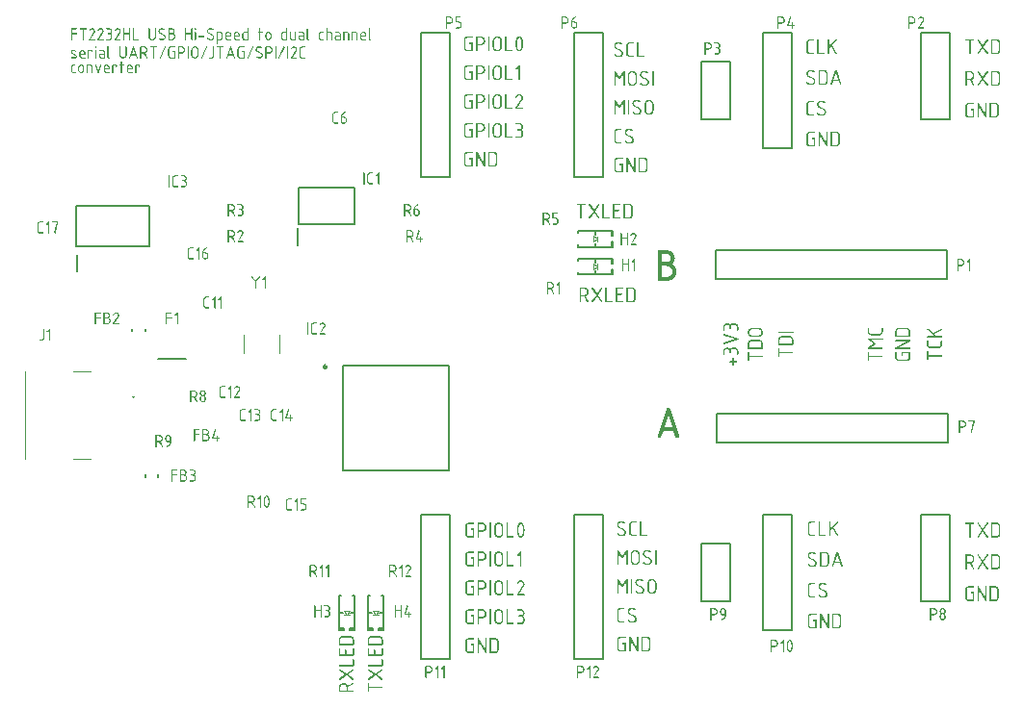
<source format=gbr>
G04*
G04 #@! TF.GenerationSoftware,Altium Limited,Altium Designer,23.6.0 (18)*
G04*
G04 Layer_Color=65535*
%FSLAX44Y44*%
%MOMM*%
G71*
G04*
G04 #@! TF.SameCoordinates,D937CF5F-481C-4708-B2B1-4CAA2D9F1EF8*
G04*
G04*
G04 #@! TF.FilePolarity,Positive*
G04*
G01*
G75*
%ADD10C,0.2000*%
%ADD11C,0.1000*%
%ADD12C,0.2500*%
%ADD13C,0.1500*%
G36*
X173458Y591967D02*
X173613D01*
X173796Y591953D01*
X173994Y591939D01*
X174219Y591910D01*
X174684Y591840D01*
X175164Y591727D01*
X175629Y591586D01*
X175840Y591487D01*
X176038Y591389D01*
X176052Y591375D01*
X176080Y591361D01*
X176136Y591318D01*
X176193Y591262D01*
X176249Y591191D01*
X176306Y591107D01*
X176334Y591022D01*
X176348Y590909D01*
Y590895D01*
Y590867D01*
X176334Y590825D01*
Y590783D01*
X176277Y590656D01*
X176249Y590585D01*
X176193Y590529D01*
X176165Y590501D01*
X176094Y590458D01*
X175967Y590402D01*
X175897Y590388D01*
X175826Y590374D01*
X175812D01*
X175770Y590388D01*
X175685Y590402D01*
X175587Y590430D01*
X175572D01*
X175530Y590444D01*
X175460Y590472D01*
X175375Y590501D01*
X175262Y590543D01*
X175135Y590585D01*
X174981Y590628D01*
X174825Y590670D01*
X174642Y590712D01*
X174459Y590754D01*
X174036Y590839D01*
X173599Y590895D01*
X173148Y590909D01*
X173035D01*
X172908Y590881D01*
X172753Y590853D01*
X172584Y590797D01*
X172387Y590712D01*
X172203Y590585D01*
X172020Y590430D01*
X172006Y590416D01*
X171950Y590346D01*
X171879Y590247D01*
X171795Y590120D01*
X171696Y589951D01*
X171625Y589753D01*
X171569Y589542D01*
X171555Y589302D01*
Y589288D01*
Y589260D01*
Y589204D01*
X171569Y589147D01*
X171597Y588978D01*
X171668Y588767D01*
X171766Y588527D01*
X171837Y588414D01*
X171921Y588287D01*
X172020Y588175D01*
X172133Y588076D01*
X172260Y587963D01*
X172415Y587879D01*
X175417Y586342D01*
X175432Y586328D01*
X175488Y586314D01*
X175558Y586257D01*
X175643Y586201D01*
X175756Y586116D01*
X175883Y586018D01*
X176024Y585905D01*
X176165Y585764D01*
X176292Y585609D01*
X176432Y585426D01*
X176559Y585242D01*
X176672Y585017D01*
X176757Y584791D01*
X176841Y584538D01*
X176884Y584256D01*
X176898Y583960D01*
Y583946D01*
Y583917D01*
Y583847D01*
X176884Y583776D01*
X176870Y583678D01*
X176855Y583565D01*
X176799Y583311D01*
X176700Y583015D01*
X176559Y582705D01*
X176475Y582536D01*
X176376Y582381D01*
X176249Y582226D01*
X176108Y582071D01*
X176094Y582057D01*
X176066Y582042D01*
X176024Y582000D01*
X175967Y581944D01*
X175897Y581887D01*
X175798Y581831D01*
X175699Y581760D01*
X175572Y581690D01*
X175305Y581535D01*
X174981Y581422D01*
X174614Y581324D01*
X174417Y581309D01*
X174219Y581295D01*
X174135D01*
X174022Y581309D01*
X173881D01*
X173712Y581338D01*
X173514Y581352D01*
X173289Y581394D01*
X173035Y581436D01*
X172781Y581507D01*
X172499Y581577D01*
X172203Y581676D01*
X171907Y581789D01*
X171597Y581916D01*
X171301Y582071D01*
X171005Y582254D01*
X170709Y582451D01*
X170695Y582465D01*
X170681Y582479D01*
X170639Y582522D01*
X170596Y582578D01*
X170526Y582719D01*
X170498Y582804D01*
X170483Y582888D01*
Y582902D01*
Y582930D01*
X170498Y582973D01*
Y583015D01*
X170554Y583142D01*
X170582Y583213D01*
X170639Y583269D01*
X170653Y583283D01*
X170667Y583297D01*
X170737Y583353D01*
X170864Y583396D01*
X170935Y583424D01*
X171033D01*
X171104Y583410D01*
X171203Y583382D01*
X171315Y583325D01*
X171343Y583311D01*
X171400Y583269D01*
X171527Y583213D01*
X171682Y583128D01*
X171893Y583029D01*
X172147Y582902D01*
X172443Y582747D01*
X172795Y582592D01*
X172810D01*
X172824Y582578D01*
X172908Y582564D01*
X173035Y582522D01*
X173218Y582479D01*
X173430Y582437D01*
X173669Y582409D01*
X173937Y582381D01*
X174219Y582367D01*
X174247D01*
X174332Y582381D01*
X174459Y582395D01*
X174614Y582423D01*
X174783Y582479D01*
X174981Y582564D01*
X175164Y582677D01*
X175347Y582832D01*
X175361Y582860D01*
X175417Y582916D01*
X175502Y583015D01*
X175587Y583142D01*
X175671Y583311D01*
X175756Y583508D01*
X175812Y583720D01*
X175826Y583960D01*
Y583974D01*
Y584002D01*
Y584058D01*
X175812Y584115D01*
X175798Y584199D01*
X175784Y584298D01*
X175714Y584509D01*
X175601Y584749D01*
X175530Y584862D01*
X175446Y584989D01*
X175347Y585102D01*
X175220Y585200D01*
X175079Y585313D01*
X174924Y585397D01*
X171921Y586934D01*
X171907Y586948D01*
X171865Y586976D01*
X171795Y587019D01*
X171696Y587075D01*
X171583Y587160D01*
X171470Y587258D01*
X171343Y587371D01*
X171203Y587512D01*
X171076Y587667D01*
X170935Y587836D01*
X170822Y588034D01*
X170709Y588245D01*
X170610Y588485D01*
X170540Y588739D01*
X170498Y589006D01*
X170483Y589302D01*
Y589316D01*
Y589345D01*
Y589415D01*
X170498Y589486D01*
X170512Y589584D01*
X170526Y589697D01*
X170582Y589951D01*
X170667Y590247D01*
X170808Y590557D01*
X170906Y590726D01*
X171005Y590881D01*
X171118Y591036D01*
X171259Y591191D01*
X171273Y591205D01*
X171301Y591220D01*
X171343Y591262D01*
X171400Y591318D01*
X171470Y591375D01*
X171569Y591445D01*
X171668Y591516D01*
X171795Y591586D01*
X172062Y591727D01*
X172387Y591854D01*
X172753Y591953D01*
X172950Y591967D01*
X173148Y591981D01*
X173331D01*
X173458Y591967D01*
D02*
G37*
G36*
X160418D02*
X160503Y591953D01*
X160602Y591910D01*
X160700Y591854D01*
X160785Y591755D01*
X160841Y591628D01*
X160869Y591445D01*
Y590909D01*
Y590881D01*
X160855Y590825D01*
X160841Y590740D01*
X160799Y590642D01*
X160742Y590543D01*
X160644Y590458D01*
X160517Y590402D01*
X160334Y590374D01*
X160306D01*
X160249Y590388D01*
X160165Y590402D01*
X160066Y590444D01*
X159967Y590501D01*
X159883Y590599D01*
X159826Y590726D01*
X159798Y590909D01*
Y591445D01*
Y591473D01*
X159812Y591530D01*
X159826Y591614D01*
X159868Y591713D01*
X159925Y591812D01*
X160024Y591896D01*
X160150Y591953D01*
X160334Y591981D01*
X160362D01*
X160418Y591967D01*
D02*
G37*
G36*
X130730D02*
X130885D01*
X131068Y591953D01*
X131266Y591939D01*
X131491Y591910D01*
X131956Y591840D01*
X132436Y591727D01*
X132901Y591586D01*
X133112Y591487D01*
X133310Y591389D01*
X133324Y591375D01*
X133352Y591361D01*
X133408Y591318D01*
X133465Y591262D01*
X133521Y591191D01*
X133578Y591107D01*
X133606Y591022D01*
X133620Y590909D01*
Y590895D01*
Y590867D01*
X133606Y590825D01*
Y590783D01*
X133549Y590656D01*
X133521Y590585D01*
X133465Y590529D01*
X133437Y590501D01*
X133366Y590458D01*
X133239Y590402D01*
X133169Y590388D01*
X133098Y590374D01*
X133084D01*
X133042Y590388D01*
X132957Y590402D01*
X132859Y590430D01*
X132844D01*
X132802Y590444D01*
X132732Y590472D01*
X132647Y590501D01*
X132534Y590543D01*
X132408Y590585D01*
X132253Y590628D01*
X132097Y590670D01*
X131914Y590712D01*
X131731Y590754D01*
X131308Y590839D01*
X130871Y590895D01*
X130420Y590909D01*
X130307D01*
X130180Y590881D01*
X130025Y590853D01*
X129856Y590797D01*
X129659Y590712D01*
X129475Y590585D01*
X129292Y590430D01*
X129278Y590416D01*
X129222Y590346D01*
X129151Y590247D01*
X129066Y590120D01*
X128968Y589951D01*
X128897Y589753D01*
X128841Y589542D01*
X128827Y589302D01*
Y589288D01*
Y589260D01*
Y589204D01*
X128841Y589147D01*
X128869Y588978D01*
X128940Y588767D01*
X129038Y588527D01*
X129109Y588414D01*
X129193Y588287D01*
X129292Y588175D01*
X129405Y588076D01*
X129532Y587963D01*
X129687Y587879D01*
X132690Y586342D01*
X132704Y586328D01*
X132760Y586314D01*
X132830Y586257D01*
X132915Y586201D01*
X133028Y586116D01*
X133155Y586018D01*
X133296Y585905D01*
X133437Y585764D01*
X133563Y585609D01*
X133705Y585426D01*
X133831Y585242D01*
X133944Y585017D01*
X134029Y584791D01*
X134113Y584538D01*
X134156Y584256D01*
X134170Y583960D01*
Y583946D01*
Y583917D01*
Y583847D01*
X134156Y583776D01*
X134142Y583678D01*
X134127Y583565D01*
X134071Y583311D01*
X133972Y583015D01*
X133831Y582705D01*
X133747Y582536D01*
X133648Y582381D01*
X133521Y582226D01*
X133380Y582071D01*
X133366Y582057D01*
X133338Y582042D01*
X133296Y582000D01*
X133239Y581944D01*
X133169Y581887D01*
X133070Y581831D01*
X132971Y581760D01*
X132844Y581690D01*
X132577Y581535D01*
X132253Y581422D01*
X131886Y581324D01*
X131689Y581309D01*
X131491Y581295D01*
X131407D01*
X131294Y581309D01*
X131153D01*
X130984Y581338D01*
X130786Y581352D01*
X130561Y581394D01*
X130307Y581436D01*
X130053Y581507D01*
X129771Y581577D01*
X129475Y581676D01*
X129179Y581789D01*
X128869Y581916D01*
X128573Y582071D01*
X128277Y582254D01*
X127981Y582451D01*
X127967Y582465D01*
X127953Y582479D01*
X127911Y582522D01*
X127868Y582578D01*
X127798Y582719D01*
X127770Y582804D01*
X127755Y582888D01*
Y582902D01*
Y582930D01*
X127770Y582973D01*
Y583015D01*
X127826Y583142D01*
X127854Y583213D01*
X127911Y583269D01*
X127925Y583283D01*
X127939Y583297D01*
X128009Y583353D01*
X128136Y583396D01*
X128207Y583424D01*
X128305D01*
X128376Y583410D01*
X128475Y583382D01*
X128587Y583325D01*
X128615Y583311D01*
X128672Y583269D01*
X128799Y583213D01*
X128954Y583128D01*
X129165Y583029D01*
X129419Y582902D01*
X129715Y582747D01*
X130067Y582592D01*
X130082D01*
X130096Y582578D01*
X130180Y582564D01*
X130307Y582522D01*
X130490Y582479D01*
X130702Y582437D01*
X130941Y582409D01*
X131209Y582381D01*
X131491Y582367D01*
X131519D01*
X131604Y582381D01*
X131731Y582395D01*
X131886Y582423D01*
X132055Y582479D01*
X132253Y582564D01*
X132436Y582677D01*
X132619Y582832D01*
X132633Y582860D01*
X132690Y582916D01*
X132774Y583015D01*
X132859Y583142D01*
X132943Y583311D01*
X133028Y583508D01*
X133084Y583720D01*
X133098Y583960D01*
Y583974D01*
Y584002D01*
Y584058D01*
X133084Y584115D01*
X133070Y584199D01*
X133056Y584298D01*
X132985Y584509D01*
X132873Y584749D01*
X132802Y584862D01*
X132718Y584989D01*
X132619Y585102D01*
X132492Y585200D01*
X132351Y585313D01*
X132196Y585397D01*
X129193Y586934D01*
X129179Y586948D01*
X129137Y586976D01*
X129066Y587019D01*
X128968Y587075D01*
X128855Y587160D01*
X128742Y587258D01*
X128615Y587371D01*
X128475Y587512D01*
X128348Y587667D01*
X128207Y587836D01*
X128094Y588034D01*
X127981Y588245D01*
X127882Y588485D01*
X127812Y588739D01*
X127770Y589006D01*
X127755Y589302D01*
Y589316D01*
Y589345D01*
Y589415D01*
X127770Y589486D01*
X127784Y589584D01*
X127798Y589697D01*
X127854Y589951D01*
X127939Y590247D01*
X128080Y590557D01*
X128178Y590726D01*
X128277Y590881D01*
X128390Y591036D01*
X128531Y591191D01*
X128545Y591205D01*
X128573Y591220D01*
X128615Y591262D01*
X128672Y591318D01*
X128742Y591375D01*
X128841Y591445D01*
X128940Y591516D01*
X129066Y591586D01*
X129334Y591727D01*
X129659Y591854D01*
X130025Y591953D01*
X130223Y591967D01*
X130420Y591981D01*
X130603D01*
X130730Y591967D01*
D02*
G37*
G36*
X157218D02*
X157303Y591953D01*
X157402Y591910D01*
X157500Y591854D01*
X157585Y591755D01*
X157641Y591628D01*
X157669Y591445D01*
Y581817D01*
Y581789D01*
X157655Y581732D01*
X157641Y581648D01*
X157599Y581563D01*
X157542Y581464D01*
X157444Y581380D01*
X157317Y581324D01*
X157134Y581295D01*
X157106D01*
X157049Y581309D01*
X156965Y581324D01*
X156866Y581366D01*
X156767Y581422D01*
X156683Y581521D01*
X156626Y581648D01*
X156598Y581817D01*
Y586638D01*
X152327D01*
Y581817D01*
Y581789D01*
X152312Y581732D01*
X152298Y581648D01*
X152256Y581563D01*
X152200Y581464D01*
X152101Y581380D01*
X151974Y581324D01*
X151791Y581295D01*
X151763D01*
X151706Y581309D01*
X151622Y581324D01*
X151523Y581366D01*
X151424Y581422D01*
X151340Y581521D01*
X151283Y581648D01*
X151255Y581817D01*
Y591445D01*
Y591473D01*
X151269Y591530D01*
X151283Y591614D01*
X151326Y591713D01*
X151382Y591812D01*
X151481Y591896D01*
X151608Y591953D01*
X151791Y591981D01*
X151819D01*
X151875Y591967D01*
X151960Y591953D01*
X152059Y591910D01*
X152157Y591854D01*
X152242Y591755D01*
X152298Y591628D01*
X152327Y591445D01*
Y587709D01*
X156598D01*
Y591445D01*
Y591473D01*
X156612Y591530D01*
X156626Y591614D01*
X156669Y591713D01*
X156725Y591812D01*
X156824Y591896D01*
X156950Y591953D01*
X157134Y591981D01*
X157162D01*
X157218Y591967D01*
D02*
G37*
G36*
X102733D02*
X102818Y591953D01*
X102917Y591910D01*
X103015Y591854D01*
X103100Y591755D01*
X103156Y591628D01*
X103184Y591445D01*
Y581817D01*
Y581789D01*
X103170Y581732D01*
X103156Y581648D01*
X103114Y581563D01*
X103058Y581464D01*
X102959Y581380D01*
X102832Y581324D01*
X102649Y581295D01*
X102621D01*
X102564Y581309D01*
X102480Y581324D01*
X102381Y581366D01*
X102282Y581422D01*
X102198Y581521D01*
X102141Y581648D01*
X102113Y581817D01*
Y586638D01*
X97842D01*
Y581817D01*
Y581789D01*
X97828Y581732D01*
X97814Y581648D01*
X97771Y581563D01*
X97715Y581464D01*
X97616Y581380D01*
X97489Y581324D01*
X97306Y581295D01*
X97278D01*
X97221Y581309D01*
X97137Y581324D01*
X97038Y581366D01*
X96939Y581422D01*
X96855Y581521D01*
X96798Y581648D01*
X96770Y581817D01*
Y591445D01*
Y591473D01*
X96784Y591530D01*
X96798Y591614D01*
X96841Y591713D01*
X96897Y591812D01*
X96996Y591896D01*
X97123Y591953D01*
X97306Y591981D01*
X97334D01*
X97391Y591967D01*
X97475Y591953D01*
X97574Y591910D01*
X97673Y591854D01*
X97757Y591755D01*
X97814Y591628D01*
X97842Y591445D01*
Y587709D01*
X102113D01*
Y591445D01*
Y591473D01*
X102127Y591530D01*
X102141Y591614D01*
X102184Y591713D01*
X102240Y591812D01*
X102339Y591896D01*
X102465Y591953D01*
X102649Y591981D01*
X102677D01*
X102733Y591967D01*
D02*
G37*
G36*
X167890Y585017D02*
X167974Y585003D01*
X168073Y584961D01*
X168172Y584904D01*
X168256Y584805D01*
X168313Y584679D01*
X168341Y584495D01*
Y584467D01*
X168327Y584411D01*
X168313Y584326D01*
X168270Y584242D01*
X168214Y584143D01*
X168115Y584058D01*
X167988Y584002D01*
X167805Y583974D01*
X163491D01*
X163435Y583988D01*
X163350Y584002D01*
X163266Y584044D01*
X163167Y584101D01*
X163083Y584199D01*
X163026Y584326D01*
X162998Y584495D01*
Y584524D01*
X163012Y584580D01*
X163026Y584664D01*
X163069Y584763D01*
X163125Y584862D01*
X163224Y584946D01*
X163350Y585003D01*
X163520Y585031D01*
X167833D01*
X167890Y585017D01*
D02*
G37*
G36*
X248073Y588767D02*
X248158Y588753D01*
X248257Y588710D01*
X248355Y588654D01*
X248440Y588555D01*
X248496Y588428D01*
X248524Y588245D01*
Y581817D01*
Y581789D01*
X248510Y581732D01*
X248496Y581648D01*
X248454Y581563D01*
X248398Y581464D01*
X248299Y581380D01*
X248172Y581324D01*
X247989Y581295D01*
X245226D01*
X245155Y581309D01*
X245085D01*
X244986Y581324D01*
X244789Y581366D01*
X244549Y581450D01*
X244281Y581549D01*
X244028Y581704D01*
X243901Y581789D01*
X243788Y581902D01*
Y581916D01*
X243760Y581930D01*
X243689Y582014D01*
X243591Y582141D01*
X243492Y582324D01*
X243379Y582550D01*
X243280Y582804D01*
X243210Y583100D01*
X243196Y583255D01*
X243182Y583424D01*
Y588245D01*
Y588273D01*
X243196Y588330D01*
X243210Y588414D01*
X243252Y588513D01*
X243309Y588612D01*
X243407Y588696D01*
X243534Y588753D01*
X243717Y588781D01*
X243746D01*
X243802Y588767D01*
X243887Y588753D01*
X243985Y588710D01*
X244084Y588654D01*
X244168Y588555D01*
X244225Y588428D01*
X244253Y588245D01*
Y583424D01*
Y583410D01*
Y583353D01*
X244267Y583269D01*
X244295Y583170D01*
X244324Y583043D01*
X244380Y582930D01*
X244465Y582804D01*
X244563Y582677D01*
X244577Y582663D01*
X244620Y582635D01*
X244690Y582578D01*
X244775Y582522D01*
X244888Y582465D01*
X245014Y582409D01*
X245155Y582381D01*
X245310Y582367D01*
X247453D01*
Y588245D01*
Y588273D01*
X247467Y588330D01*
X247481Y588414D01*
X247524Y588513D01*
X247580Y588612D01*
X247679Y588696D01*
X247806Y588753D01*
X247989Y588781D01*
X248017D01*
X248073Y588767D01*
D02*
G37*
G36*
X125176Y591967D02*
X125260Y591953D01*
X125359Y591910D01*
X125458Y591854D01*
X125542Y591755D01*
X125599Y591628D01*
X125627Y591445D01*
Y584495D01*
Y584481D01*
Y584439D01*
Y584368D01*
X125613Y584270D01*
X125599Y584157D01*
X125570Y584030D01*
X125542Y583875D01*
X125514Y583720D01*
X125401Y583353D01*
X125317Y583170D01*
X125232Y582973D01*
X125119Y582790D01*
X124993Y582592D01*
X124852Y582409D01*
X124682Y582226D01*
X124668Y582212D01*
X124640Y582183D01*
X124584Y582141D01*
X124513Y582085D01*
X124429Y582014D01*
X124316Y581930D01*
X124189Y581845D01*
X124048Y581760D01*
X123893Y581676D01*
X123710Y581591D01*
X123329Y581436D01*
X123118Y581380D01*
X122892Y581338D01*
X122652Y581309D01*
X122413Y581295D01*
X122286D01*
X122187Y581309D01*
X122074Y581324D01*
X121948Y581352D01*
X121792Y581380D01*
X121637Y581408D01*
X121271Y581521D01*
X121088Y581591D01*
X120890Y581690D01*
X120707Y581789D01*
X120510Y581916D01*
X120326Y582057D01*
X120143Y582226D01*
X120129Y582240D01*
X120101Y582268D01*
X120059Y582324D01*
X120002Y582395D01*
X119932Y582479D01*
X119847Y582592D01*
X119762Y582719D01*
X119678Y582860D01*
X119593Y583029D01*
X119509Y583198D01*
X119354Y583579D01*
X119297Y583791D01*
X119255Y584016D01*
X119227Y584256D01*
X119213Y584495D01*
Y591445D01*
Y591473D01*
X119227Y591530D01*
X119241Y591614D01*
X119283Y591713D01*
X119340Y591812D01*
X119438Y591896D01*
X119565Y591953D01*
X119748Y591981D01*
X119777D01*
X119833Y591967D01*
X119918Y591953D01*
X120016Y591910D01*
X120115Y591854D01*
X120199Y591755D01*
X120256Y591628D01*
X120284Y591445D01*
Y584495D01*
Y584481D01*
Y584453D01*
Y584411D01*
X120298Y584340D01*
Y584270D01*
X120312Y584171D01*
X120355Y583974D01*
X120439Y583734D01*
X120538Y583466D01*
X120693Y583213D01*
X120778Y583086D01*
X120890Y582973D01*
X120904D01*
X120919Y582945D01*
X121003Y582874D01*
X121130Y582775D01*
X121313Y582677D01*
X121539Y582564D01*
X121792Y582465D01*
X122088Y582395D01*
X122244Y582381D01*
X122413Y582367D01*
X122497D01*
X122568Y582381D01*
X122638D01*
X122737Y582395D01*
X122948Y582437D01*
X123188Y582522D01*
X123442Y582620D01*
X123696Y582775D01*
X123822Y582860D01*
X123935Y582973D01*
X123949Y582987D01*
X123963Y583001D01*
X124034Y583086D01*
X124133Y583213D01*
X124245Y583396D01*
X124358Y583621D01*
X124457Y583875D01*
X124527Y584171D01*
X124556Y584326D01*
Y584495D01*
Y591445D01*
Y591473D01*
X124570Y591530D01*
X124584Y591614D01*
X124626Y591713D01*
X124682Y591812D01*
X124781Y591896D01*
X124908Y591953D01*
X125091Y591981D01*
X125119D01*
X125176Y591967D01*
D02*
G37*
G36*
X313300D02*
X313385Y591953D01*
X313484Y591910D01*
X313582Y591854D01*
X313667Y591755D01*
X313723Y591628D01*
X313751Y591445D01*
Y582888D01*
Y582874D01*
X313765Y582818D01*
X313780Y582747D01*
X313822Y582663D01*
X313878Y582578D01*
X313977Y582494D01*
X314104Y582409D01*
X314273Y582353D01*
X314301D01*
X314357Y582324D01*
X314442Y582296D01*
X314541Y582240D01*
X314639Y582169D01*
X314724Y582085D01*
X314780Y581958D01*
X314809Y581817D01*
Y581789D01*
X314795Y581732D01*
X314780Y581648D01*
X314738Y581563D01*
X314682Y581464D01*
X314583Y581380D01*
X314456Y581324D01*
X314273Y581295D01*
X314245D01*
X314160Y581309D01*
X314019Y581324D01*
X313864Y581352D01*
X313681Y581394D01*
X313484Y581479D01*
X313286Y581577D01*
X313117Y581718D01*
X313103Y581732D01*
X313046Y581803D01*
X312976Y581887D01*
X312906Y582028D01*
X312821Y582183D01*
X312750Y582395D01*
X312694Y582620D01*
X312680Y582888D01*
Y591445D01*
Y591473D01*
X312694Y591530D01*
X312708Y591614D01*
X312750Y591713D01*
X312807Y591812D01*
X312906Y591896D01*
X313032Y591953D01*
X313216Y591981D01*
X313244D01*
X313300Y591967D01*
D02*
G37*
G36*
X308042Y588767D02*
X308141Y588753D01*
X308253Y588739D01*
X308521Y588682D01*
X308817Y588597D01*
X309142Y588457D01*
X309297Y588372D01*
X309452Y588259D01*
X309607Y588146D01*
X309762Y588005D01*
X309776Y587991D01*
X309790Y587977D01*
X309832Y587921D01*
X309889Y587864D01*
X309945Y587794D01*
X310002Y587695D01*
X310072Y587597D01*
X310157Y587484D01*
X310298Y587202D01*
X310410Y586878D01*
X310509Y586511D01*
X310523Y586314D01*
X310537Y586102D01*
Y584495D01*
X306266D01*
Y583424D01*
Y583410D01*
Y583353D01*
X306280Y583269D01*
X306308Y583170D01*
X306336Y583043D01*
X306393Y582930D01*
X306477Y582804D01*
X306576Y582677D01*
X306590Y582663D01*
X306632Y582635D01*
X306703Y582578D01*
X306787Y582522D01*
X306900Y582465D01*
X307027Y582409D01*
X307168Y582381D01*
X307323Y582367D01*
X310030D01*
X310086Y582353D01*
X310171Y582338D01*
X310269Y582296D01*
X310368Y582240D01*
X310453Y582141D01*
X310509Y582014D01*
X310537Y581831D01*
Y581803D01*
X310523Y581746D01*
X310509Y581662D01*
X310467Y581563D01*
X310410Y581464D01*
X310312Y581380D01*
X310185Y581324D01*
X310002Y581295D01*
X307239D01*
X307168Y581309D01*
X307098D01*
X306999Y581324D01*
X306801Y581366D01*
X306562Y581450D01*
X306294Y581549D01*
X306040Y581704D01*
X305913Y581789D01*
X305801Y581902D01*
Y581916D01*
X305772Y581930D01*
X305702Y582014D01*
X305603Y582141D01*
X305505Y582324D01*
X305392Y582550D01*
X305293Y582804D01*
X305223Y583100D01*
X305209Y583255D01*
X305194Y583424D01*
Y586102D01*
Y586116D01*
Y586159D01*
Y586215D01*
X305209Y586286D01*
X305223Y586384D01*
X305237Y586497D01*
X305293Y586751D01*
X305378Y587047D01*
X305519Y587371D01*
X305617Y587526D01*
X305716Y587681D01*
X305829Y587836D01*
X305970Y587991D01*
X305984Y588005D01*
X306012Y588020D01*
X306054Y588062D01*
X306111Y588118D01*
X306181Y588175D01*
X306280Y588245D01*
X306379Y588316D01*
X306491Y588386D01*
X306773Y588527D01*
X307098Y588654D01*
X307464Y588753D01*
X307661Y588767D01*
X307859Y588781D01*
X307972D01*
X308042Y588767D01*
D02*
G37*
G36*
X301064D02*
X301134D01*
X301233Y588753D01*
X301445Y588710D01*
X301684Y588626D01*
X301938Y588513D01*
X302192Y588372D01*
X302319Y588273D01*
X302432Y588161D01*
X302446D01*
X302460Y588132D01*
X302530Y588048D01*
X302629Y587921D01*
X302742Y587738D01*
X302854Y587512D01*
X302953Y587258D01*
X303023Y586962D01*
X303052Y586807D01*
Y586638D01*
Y581817D01*
Y581789D01*
X303038Y581732D01*
X303023Y581648D01*
X302981Y581563D01*
X302925Y581464D01*
X302826Y581380D01*
X302699Y581324D01*
X302516Y581295D01*
X302488D01*
X302432Y581309D01*
X302347Y581324D01*
X302248Y581366D01*
X302150Y581422D01*
X302065Y581521D01*
X302008Y581648D01*
X301980Y581817D01*
Y586638D01*
Y586652D01*
Y586708D01*
X301966Y586793D01*
X301938Y586906D01*
X301910Y587019D01*
X301854Y587146D01*
X301769Y587272D01*
X301670Y587399D01*
X301656Y587413D01*
X301614Y587442D01*
X301543Y587498D01*
X301459Y587554D01*
X301346Y587611D01*
X301219Y587667D01*
X301078Y587695D01*
X300909Y587709D01*
X298780D01*
Y581817D01*
Y581789D01*
X298766Y581732D01*
X298752Y581648D01*
X298710Y581563D01*
X298654Y581464D01*
X298555Y581380D01*
X298428Y581324D01*
X298245Y581295D01*
X298216D01*
X298160Y581309D01*
X298076Y581324D01*
X297977Y581366D01*
X297878Y581422D01*
X297794Y581521D01*
X297737Y581648D01*
X297709Y581817D01*
Y588245D01*
Y588273D01*
X297723Y588330D01*
X297737Y588414D01*
X297779Y588513D01*
X297836Y588612D01*
X297934Y588696D01*
X298061Y588753D01*
X298230Y588781D01*
X300994D01*
X301064Y588767D01*
D02*
G37*
G36*
X293578D02*
X293649D01*
X293748Y588753D01*
X293959Y588710D01*
X294199Y588626D01*
X294452Y588513D01*
X294706Y588372D01*
X294833Y588273D01*
X294946Y588161D01*
X294960D01*
X294974Y588132D01*
X295045Y588048D01*
X295143Y587921D01*
X295256Y587738D01*
X295369Y587512D01*
X295467Y587258D01*
X295538Y586962D01*
X295566Y586807D01*
Y586638D01*
Y581817D01*
Y581789D01*
X295552Y581732D01*
X295538Y581648D01*
X295496Y581563D01*
X295439Y581464D01*
X295341Y581380D01*
X295214Y581324D01*
X295030Y581295D01*
X295002D01*
X294946Y581309D01*
X294861Y581324D01*
X294763Y581366D01*
X294664Y581422D01*
X294579Y581521D01*
X294523Y581648D01*
X294495Y581817D01*
Y586638D01*
Y586652D01*
Y586708D01*
X294481Y586793D01*
X294452Y586906D01*
X294424Y587019D01*
X294368Y587146D01*
X294283Y587272D01*
X294185Y587399D01*
X294171Y587413D01*
X294128Y587442D01*
X294058Y587498D01*
X293973Y587554D01*
X293860Y587611D01*
X293734Y587667D01*
X293593Y587695D01*
X293424Y587709D01*
X291295D01*
Y581817D01*
Y581789D01*
X291281Y581732D01*
X291267Y581648D01*
X291224Y581563D01*
X291168Y581464D01*
X291069Y581380D01*
X290942Y581324D01*
X290759Y581295D01*
X290731D01*
X290675Y581309D01*
X290590Y581324D01*
X290491Y581366D01*
X290393Y581422D01*
X290308Y581521D01*
X290252Y581648D01*
X290223Y581817D01*
Y588245D01*
Y588273D01*
X290238Y588330D01*
X290252Y588414D01*
X290294Y588513D01*
X290350Y588612D01*
X290449Y588696D01*
X290576Y588753D01*
X290745Y588781D01*
X293508D01*
X293578Y588767D01*
D02*
G37*
G36*
X286093D02*
X286164D01*
X286262Y588753D01*
X286474Y588710D01*
X286713Y588626D01*
X286967Y588513D01*
X287221Y588372D01*
X287348Y588273D01*
X287460Y588161D01*
X287474D01*
X287489Y588132D01*
X287559Y588048D01*
X287658Y587921D01*
X287771Y587738D01*
X287883Y587512D01*
X287982Y587258D01*
X288053Y586962D01*
X288081Y586807D01*
Y586638D01*
Y581817D01*
Y581789D01*
X288067Y581732D01*
X288053Y581648D01*
X288010Y581563D01*
X287954Y581464D01*
X287855Y581380D01*
X287728Y581324D01*
X287545Y581295D01*
X284782D01*
X284711Y581309D01*
X284641D01*
X284542Y581324D01*
X284345Y581366D01*
X284105Y581450D01*
X283838Y581549D01*
X283584Y581704D01*
X283457Y581789D01*
X283344Y581902D01*
Y581916D01*
X283316Y581930D01*
X283245Y582014D01*
X283147Y582141D01*
X283048Y582324D01*
X282935Y582550D01*
X282837Y582804D01*
X282766Y583100D01*
X282752Y583255D01*
X282738Y583424D01*
Y583452D01*
Y583523D01*
X282752Y583635D01*
X282780Y583776D01*
X282808Y583946D01*
X282851Y584115D01*
X282921Y584312D01*
X283020Y584495D01*
X283034Y584509D01*
X283048Y584538D01*
X283090Y584594D01*
X283133Y584664D01*
X283203Y584749D01*
X283274Y584834D01*
X283372Y584932D01*
X283485Y585031D01*
X283598Y585130D01*
X283739Y585228D01*
X283894Y585313D01*
X284049Y585397D01*
X284232Y585468D01*
X284430Y585524D01*
X284641Y585553D01*
X284867Y585567D01*
X287009D01*
Y586638D01*
Y586652D01*
Y586708D01*
X286995Y586793D01*
X286967Y586906D01*
X286939Y587019D01*
X286882Y587146D01*
X286798Y587272D01*
X286699Y587399D01*
X286685Y587413D01*
X286643Y587442D01*
X286572Y587498D01*
X286488Y587554D01*
X286375Y587611D01*
X286248Y587667D01*
X286107Y587695D01*
X285938Y587709D01*
X283781D01*
X283725Y587724D01*
X283640Y587738D01*
X283542Y587780D01*
X283429Y587836D01*
X283344Y587935D01*
X283288Y588062D01*
X283260Y588245D01*
Y588273D01*
X283274Y588330D01*
X283288Y588414D01*
X283330Y588513D01*
X283400Y588612D01*
X283485Y588696D01*
X283626Y588753D01*
X283809Y588781D01*
X286022D01*
X286093Y588767D01*
D02*
G37*
G36*
X275873Y591967D02*
X275957Y591953D01*
X276056Y591910D01*
X276155Y591854D01*
X276239Y591755D01*
X276296Y591628D01*
X276324Y591445D01*
Y588781D01*
X278537D01*
X278608Y588767D01*
X278763Y588753D01*
X278974Y588710D01*
X279214Y588626D01*
X279467Y588513D01*
X279721Y588372D01*
X279848Y588273D01*
X279961Y588161D01*
X279975D01*
X279989Y588132D01*
X280060Y588048D01*
X280158Y587921D01*
X280285Y587738D01*
X280398Y587526D01*
X280497Y587272D01*
X280567Y586991D01*
X280595Y586835D01*
Y586680D01*
Y581817D01*
Y581789D01*
X280581Y581732D01*
X280567Y581648D01*
X280525Y581563D01*
X280468Y581464D01*
X280370Y581380D01*
X280243Y581324D01*
X280060Y581295D01*
X280031D01*
X279975Y581309D01*
X279890Y581324D01*
X279792Y581366D01*
X279693Y581422D01*
X279608Y581521D01*
X279552Y581648D01*
X279524Y581817D01*
Y586638D01*
Y586652D01*
Y586708D01*
X279510Y586793D01*
X279482Y586906D01*
X279453Y587019D01*
X279397Y587146D01*
X279312Y587272D01*
X279214Y587399D01*
X279200Y587413D01*
X279157Y587442D01*
X279087Y587498D01*
X279002Y587554D01*
X278890Y587611D01*
X278763Y587667D01*
X278622Y587695D01*
X278452Y587709D01*
X276324D01*
Y581817D01*
Y581789D01*
X276310Y581732D01*
X276296Y581648D01*
X276253Y581563D01*
X276197Y581464D01*
X276098Y581380D01*
X275971Y581324D01*
X275788Y581295D01*
X275760D01*
X275704Y581309D01*
X275619Y581324D01*
X275520Y581366D01*
X275422Y581422D01*
X275337Y581521D01*
X275281Y581648D01*
X275252Y581817D01*
Y591445D01*
Y591473D01*
X275266Y591530D01*
X275281Y591614D01*
X275323Y591713D01*
X275379Y591812D01*
X275478Y591896D01*
X275605Y591953D01*
X275788Y591981D01*
X275816D01*
X275873Y591967D01*
D02*
G37*
G36*
X272659Y588767D02*
X272743Y588753D01*
X272842Y588710D01*
X272941Y588654D01*
X273025Y588555D01*
X273081Y588428D01*
X273110Y588245D01*
Y588217D01*
X273096Y588161D01*
X273081Y588076D01*
X273039Y587977D01*
X272983Y587879D01*
X272884Y587794D01*
X272757Y587738D01*
X272574Y587709D01*
X270896D01*
X270812Y587695D01*
X270713Y587667D01*
X270586Y587625D01*
X270474Y587568D01*
X270347Y587498D01*
X270220Y587385D01*
X270206Y587371D01*
X270177Y587329D01*
X270121Y587258D01*
X270065Y587174D01*
X270008Y587061D01*
X269952Y586934D01*
X269924Y586793D01*
X269910Y586638D01*
Y583424D01*
Y583410D01*
Y583353D01*
X269924Y583269D01*
X269952Y583170D01*
X269980Y583043D01*
X270037Y582930D01*
X270121Y582804D01*
X270220Y582677D01*
X270234Y582663D01*
X270276Y582635D01*
X270347Y582578D01*
X270431Y582522D01*
X270544Y582465D01*
X270671Y582409D01*
X270812Y582381D01*
X270967Y582367D01*
X272602D01*
X272659Y582353D01*
X272743Y582338D01*
X272842Y582296D01*
X272941Y582240D01*
X273025Y582141D01*
X273081Y582014D01*
X273110Y581831D01*
Y581803D01*
X273096Y581746D01*
X273081Y581662D01*
X273039Y581563D01*
X272983Y581464D01*
X272884Y581380D01*
X272757Y581324D01*
X272574Y581295D01*
X270882D01*
X270812Y581309D01*
X270741D01*
X270643Y581324D01*
X270445Y581366D01*
X270206Y581450D01*
X269938Y581549D01*
X269684Y581704D01*
X269557Y581789D01*
X269445Y581902D01*
Y581916D01*
X269416Y581930D01*
X269346Y582014D01*
X269247Y582141D01*
X269148Y582324D01*
X269036Y582550D01*
X268937Y582804D01*
X268867Y583100D01*
X268852Y583255D01*
X268838Y583424D01*
Y586638D01*
Y586652D01*
Y586680D01*
Y586723D01*
X268852Y586793D01*
Y586864D01*
X268867Y586962D01*
X268909Y587174D01*
X268993Y587413D01*
X269092Y587667D01*
X269247Y587921D01*
X269332Y588048D01*
X269445Y588161D01*
X269459Y588175D01*
X269473Y588189D01*
X269557Y588259D01*
X269684Y588358D01*
X269867Y588471D01*
X270093Y588583D01*
X270347Y588682D01*
X270643Y588753D01*
X270798Y588781D01*
X272602D01*
X272659Y588767D01*
D02*
G37*
G36*
X258773Y591967D02*
X258858Y591953D01*
X258956Y591910D01*
X259055Y591854D01*
X259140Y591755D01*
X259196Y591628D01*
X259224Y591445D01*
Y582888D01*
Y582874D01*
X259238Y582818D01*
X259252Y582747D01*
X259295Y582663D01*
X259351Y582578D01*
X259450Y582494D01*
X259577Y582409D01*
X259746Y582353D01*
X259774D01*
X259830Y582324D01*
X259915Y582296D01*
X260014Y582240D01*
X260112Y582169D01*
X260197Y582085D01*
X260253Y581958D01*
X260281Y581817D01*
Y581789D01*
X260267Y581732D01*
X260253Y581648D01*
X260211Y581563D01*
X260154Y581464D01*
X260056Y581380D01*
X259929Y581324D01*
X259746Y581295D01*
X259718D01*
X259633Y581309D01*
X259492Y581324D01*
X259337Y581352D01*
X259154Y581394D01*
X258956Y581479D01*
X258759Y581577D01*
X258590Y581718D01*
X258576Y581732D01*
X258519Y581803D01*
X258449Y581887D01*
X258378Y582028D01*
X258294Y582183D01*
X258223Y582395D01*
X258167Y582620D01*
X258153Y582888D01*
Y591445D01*
Y591473D01*
X258167Y591530D01*
X258181Y591614D01*
X258223Y591713D01*
X258280Y591812D01*
X258378Y591896D01*
X258505Y591953D01*
X258689Y591981D01*
X258717D01*
X258773Y591967D01*
D02*
G37*
G36*
X254022Y588767D02*
X254093D01*
X254191Y588753D01*
X254403Y588710D01*
X254643Y588626D01*
X254896Y588513D01*
X255150Y588372D01*
X255277Y588273D01*
X255390Y588161D01*
X255404D01*
X255418Y588132D01*
X255488Y588048D01*
X255587Y587921D01*
X255700Y587738D01*
X255813Y587512D01*
X255911Y587258D01*
X255982Y586962D01*
X256010Y586807D01*
Y586638D01*
Y581817D01*
Y581789D01*
X255996Y581732D01*
X255982Y581648D01*
X255940Y581563D01*
X255883Y581464D01*
X255784Y581380D01*
X255658Y581324D01*
X255474Y581295D01*
X252711D01*
X252641Y581309D01*
X252570D01*
X252472Y581324D01*
X252274Y581366D01*
X252035Y581450D01*
X251767Y581549D01*
X251513Y581704D01*
X251386Y581789D01*
X251273Y581902D01*
Y581916D01*
X251245Y581930D01*
X251175Y582014D01*
X251076Y582141D01*
X250977Y582324D01*
X250865Y582550D01*
X250766Y582804D01*
X250695Y583100D01*
X250681Y583255D01*
X250667Y583424D01*
Y583452D01*
Y583523D01*
X250681Y583635D01*
X250710Y583776D01*
X250738Y583946D01*
X250780Y584115D01*
X250851Y584312D01*
X250949Y584495D01*
X250963Y584509D01*
X250977Y584538D01*
X251020Y584594D01*
X251062Y584664D01*
X251133Y584749D01*
X251203Y584834D01*
X251302Y584932D01*
X251414Y585031D01*
X251527Y585130D01*
X251668Y585228D01*
X251823Y585313D01*
X251978Y585397D01*
X252162Y585468D01*
X252359Y585524D01*
X252570Y585553D01*
X252796Y585567D01*
X254939D01*
Y586638D01*
Y586652D01*
Y586708D01*
X254925Y586793D01*
X254896Y586906D01*
X254868Y587019D01*
X254812Y587146D01*
X254727Y587272D01*
X254629Y587399D01*
X254614Y587413D01*
X254572Y587442D01*
X254502Y587498D01*
X254417Y587554D01*
X254304Y587611D01*
X254177Y587667D01*
X254036Y587695D01*
X253867Y587709D01*
X251710D01*
X251654Y587724D01*
X251569Y587738D01*
X251471Y587780D01*
X251358Y587836D01*
X251273Y587935D01*
X251217Y588062D01*
X251189Y588245D01*
Y588273D01*
X251203Y588330D01*
X251217Y588414D01*
X251259Y588513D01*
X251330Y588612D01*
X251414Y588696D01*
X251555Y588753D01*
X251739Y588781D01*
X253952D01*
X254022Y588767D01*
D02*
G37*
G36*
X240588Y591967D02*
X240672Y591953D01*
X240771Y591910D01*
X240870Y591854D01*
X240954Y591755D01*
X241011Y591628D01*
X241039Y591445D01*
Y581817D01*
Y581789D01*
X241025Y581732D01*
X241011Y581648D01*
X240968Y581563D01*
X240912Y581464D01*
X240814Y581380D01*
X240687Y581324D01*
X240503Y581295D01*
X237740D01*
X237670Y581309D01*
X237599D01*
X237501Y581324D01*
X237303Y581366D01*
X237064Y581450D01*
X236796Y581549D01*
X236542Y581704D01*
X236415Y581789D01*
X236302Y581902D01*
Y581916D01*
X236274Y581930D01*
X236204Y582014D01*
X236105Y582141D01*
X236006Y582324D01*
X235894Y582550D01*
X235795Y582804D01*
X235724Y583100D01*
X235710Y583255D01*
X235696Y583424D01*
Y586638D01*
Y586666D01*
Y586737D01*
X235710Y586850D01*
X235739Y586991D01*
X235767Y587160D01*
X235809Y587329D01*
X235879Y587526D01*
X235978Y587709D01*
X235992Y587724D01*
X236006Y587752D01*
X236049Y587808D01*
X236091Y587879D01*
X236161Y587963D01*
X236232Y588048D01*
X236331Y588146D01*
X236443Y588245D01*
X236556Y588344D01*
X236697Y588442D01*
X236852Y588527D01*
X237007Y588612D01*
X237190Y588682D01*
X237388Y588739D01*
X237599Y588767D01*
X237825Y588781D01*
X239968D01*
Y591445D01*
Y591473D01*
X239982Y591530D01*
X239996Y591614D01*
X240038Y591713D01*
X240095Y591812D01*
X240193Y591896D01*
X240320Y591953D01*
X240503Y591981D01*
X240532D01*
X240588Y591967D01*
D02*
G37*
G36*
X224644Y588767D02*
X224743Y588753D01*
X224856Y588739D01*
X225124Y588682D01*
X225420Y588597D01*
X225744Y588457D01*
X225899Y588372D01*
X226054Y588259D01*
X226209Y588146D01*
X226364Y588005D01*
X226378Y587991D01*
X226392Y587977D01*
X226434Y587921D01*
X226491Y587864D01*
X226547Y587794D01*
X226604Y587695D01*
X226674Y587597D01*
X226759Y587484D01*
X226900Y587202D01*
X227013Y586878D01*
X227111Y586511D01*
X227125Y586314D01*
X227139Y586102D01*
Y583960D01*
Y583946D01*
Y583917D01*
Y583847D01*
X227125Y583776D01*
X227111Y583678D01*
X227097Y583565D01*
X227041Y583311D01*
X226942Y583015D01*
X226801Y582691D01*
X226716Y582536D01*
X226618Y582381D01*
X226491Y582226D01*
X226350Y582071D01*
X226336Y582057D01*
X226322Y582042D01*
X226265Y582000D01*
X226209Y581944D01*
X226138Y581887D01*
X226040Y581831D01*
X225941Y581760D01*
X225828Y581690D01*
X225546Y581535D01*
X225222Y581422D01*
X224856Y581324D01*
X224672Y581309D01*
X224461Y581295D01*
X224348D01*
X224278Y581309D01*
X224179Y581324D01*
X224066Y581338D01*
X223813Y581394D01*
X223516Y581479D01*
X223192Y581619D01*
X223037Y581718D01*
X222882Y581817D01*
X222727Y581930D01*
X222572Y582071D01*
X222558Y582085D01*
X222544Y582113D01*
X222502Y582155D01*
X222445Y582212D01*
X222389Y582282D01*
X222332Y582381D01*
X222262Y582479D01*
X222191Y582592D01*
X222036Y582874D01*
X221924Y583198D01*
X221825Y583565D01*
X221811Y583762D01*
X221797Y583960D01*
Y586102D01*
Y586116D01*
Y586159D01*
Y586215D01*
X221811Y586286D01*
X221825Y586384D01*
X221839Y586497D01*
X221895Y586751D01*
X221980Y587047D01*
X222121Y587371D01*
X222220Y587526D01*
X222318Y587681D01*
X222431Y587836D01*
X222572Y587991D01*
X222586Y588005D01*
X222614Y588020D01*
X222656Y588062D01*
X222713Y588118D01*
X222783Y588175D01*
X222882Y588245D01*
X222981Y588316D01*
X223093Y588386D01*
X223375Y588527D01*
X223700Y588654D01*
X224066Y588753D01*
X224264Y588767D01*
X224461Y588781D01*
X224574D01*
X224644Y588767D01*
D02*
G37*
G36*
X217074Y591967D02*
X217159Y591953D01*
X217257Y591910D01*
X217356Y591854D01*
X217441Y591755D01*
X217497Y591628D01*
X217525Y591445D01*
Y588781D01*
X219146D01*
X219203Y588767D01*
X219287Y588753D01*
X219386Y588710D01*
X219485Y588654D01*
X219569Y588555D01*
X219626Y588428D01*
X219654Y588245D01*
Y588217D01*
X219640Y588161D01*
X219626Y588076D01*
X219583Y587977D01*
X219527Y587879D01*
X219428Y587794D01*
X219301Y587738D01*
X219118Y587709D01*
X217525D01*
Y581817D01*
Y581789D01*
X217511Y581732D01*
X217497Y581648D01*
X217455Y581563D01*
X217398Y581464D01*
X217300Y581380D01*
X217173Y581324D01*
X216989Y581295D01*
X216961D01*
X216905Y581309D01*
X216820Y581324D01*
X216722Y581366D01*
X216623Y581422D01*
X216538Y581521D01*
X216482Y581648D01*
X216454Y581817D01*
Y587709D01*
X215890D01*
X215834Y587724D01*
X215749Y587738D01*
X215650Y587780D01*
X215552Y587836D01*
X215467Y587935D01*
X215411Y588062D01*
X215382Y588245D01*
Y588273D01*
X215397Y588330D01*
X215411Y588414D01*
X215453Y588513D01*
X215509Y588612D01*
X215608Y588696D01*
X215735Y588753D01*
X215918Y588781D01*
X216454D01*
Y591445D01*
Y591473D01*
X216468Y591530D01*
X216482Y591614D01*
X216524Y591713D01*
X216581Y591812D01*
X216679Y591896D01*
X216806Y591953D01*
X216989Y591981D01*
X217018D01*
X217074Y591967D01*
D02*
G37*
G36*
X206374D02*
X206459Y591953D01*
X206558Y591910D01*
X206656Y591854D01*
X206741Y591755D01*
X206797Y591628D01*
X206826Y591445D01*
Y581817D01*
Y581789D01*
X206812Y581732D01*
X206797Y581648D01*
X206755Y581563D01*
X206699Y581464D01*
X206600Y581380D01*
X206473Y581324D01*
X206290Y581295D01*
X203527D01*
X203456Y581309D01*
X203386D01*
X203287Y581324D01*
X203090Y581366D01*
X202850Y581450D01*
X202582Y581549D01*
X202329Y581704D01*
X202202Y581789D01*
X202089Y581902D01*
Y581916D01*
X202061Y581930D01*
X201990Y582014D01*
X201892Y582141D01*
X201793Y582324D01*
X201680Y582550D01*
X201581Y582804D01*
X201511Y583100D01*
X201497Y583255D01*
X201483Y583424D01*
Y586638D01*
Y586666D01*
Y586737D01*
X201497Y586850D01*
X201525Y586991D01*
X201553Y587160D01*
X201596Y587329D01*
X201666Y587526D01*
X201765Y587709D01*
X201779Y587724D01*
X201793Y587752D01*
X201835Y587808D01*
X201877Y587879D01*
X201948Y587963D01*
X202019Y588048D01*
X202117Y588146D01*
X202230Y588245D01*
X202343Y588344D01*
X202484Y588442D01*
X202639Y588527D01*
X202794Y588612D01*
X202977Y588682D01*
X203174Y588739D01*
X203386Y588767D01*
X203612Y588781D01*
X205754D01*
Y591445D01*
Y591473D01*
X205768Y591530D01*
X205782Y591614D01*
X205825Y591713D01*
X205881Y591812D01*
X205980Y591896D01*
X206107Y591953D01*
X206290Y591981D01*
X206318D01*
X206374Y591967D01*
D02*
G37*
G36*
X196845Y588767D02*
X196944Y588753D01*
X197056Y588739D01*
X197324Y588682D01*
X197620Y588597D01*
X197945Y588457D01*
X198100Y588372D01*
X198255Y588259D01*
X198410Y588146D01*
X198565Y588005D01*
X198579Y587991D01*
X198593Y587977D01*
X198635Y587921D01*
X198692Y587864D01*
X198748Y587794D01*
X198804Y587695D01*
X198875Y587597D01*
X198960Y587484D01*
X199100Y587202D01*
X199213Y586878D01*
X199312Y586511D01*
X199326Y586314D01*
X199340Y586102D01*
Y584495D01*
X195069D01*
Y583424D01*
Y583410D01*
Y583353D01*
X195083Y583269D01*
X195111Y583170D01*
X195139Y583043D01*
X195196Y582930D01*
X195280Y582804D01*
X195379Y582677D01*
X195393Y582663D01*
X195435Y582635D01*
X195506Y582578D01*
X195590Y582522D01*
X195703Y582465D01*
X195830Y582409D01*
X195971Y582381D01*
X196126Y582367D01*
X198833D01*
X198889Y582353D01*
X198974Y582338D01*
X199072Y582296D01*
X199171Y582240D01*
X199256Y582141D01*
X199312Y582014D01*
X199340Y581831D01*
Y581803D01*
X199326Y581746D01*
X199312Y581662D01*
X199270Y581563D01*
X199213Y581464D01*
X199114Y581380D01*
X198988Y581324D01*
X198804Y581295D01*
X196041D01*
X195971Y581309D01*
X195900D01*
X195802Y581324D01*
X195604Y581366D01*
X195365Y581450D01*
X195097Y581549D01*
X194843Y581704D01*
X194716Y581789D01*
X194604Y581902D01*
Y581916D01*
X194575Y581930D01*
X194505Y582014D01*
X194406Y582141D01*
X194307Y582324D01*
X194195Y582550D01*
X194096Y582804D01*
X194025Y583100D01*
X194011Y583255D01*
X193997Y583424D01*
Y586102D01*
Y586116D01*
Y586159D01*
Y586215D01*
X194011Y586286D01*
X194025Y586384D01*
X194040Y586497D01*
X194096Y586751D01*
X194181Y587047D01*
X194322Y587371D01*
X194420Y587526D01*
X194519Y587681D01*
X194632Y587836D01*
X194773Y587991D01*
X194787Y588005D01*
X194815Y588020D01*
X194857Y588062D01*
X194914Y588118D01*
X194984Y588175D01*
X195083Y588245D01*
X195182Y588316D01*
X195294Y588386D01*
X195576Y588527D01*
X195900Y588654D01*
X196267Y588753D01*
X196464Y588767D01*
X196662Y588781D01*
X196774D01*
X196845Y588767D01*
D02*
G37*
G36*
X189359D02*
X189458Y588753D01*
X189571Y588739D01*
X189839Y588682D01*
X190135Y588597D01*
X190459Y588457D01*
X190614Y588372D01*
X190769Y588259D01*
X190924Y588146D01*
X191079Y588005D01*
X191093Y587991D01*
X191107Y587977D01*
X191150Y587921D01*
X191206Y587864D01*
X191262Y587794D01*
X191319Y587695D01*
X191389Y587597D01*
X191474Y587484D01*
X191615Y587202D01*
X191728Y586878D01*
X191826Y586511D01*
X191840Y586314D01*
X191855Y586102D01*
Y584495D01*
X187583D01*
Y583424D01*
Y583410D01*
Y583353D01*
X187597Y583269D01*
X187626Y583170D01*
X187654Y583043D01*
X187710Y582930D01*
X187795Y582804D01*
X187893Y582677D01*
X187907Y582663D01*
X187950Y582635D01*
X188020Y582578D01*
X188105Y582522D01*
X188218Y582465D01*
X188344Y582409D01*
X188485Y582381D01*
X188640Y582367D01*
X191347D01*
X191404Y582353D01*
X191488Y582338D01*
X191587Y582296D01*
X191685Y582240D01*
X191770Y582141D01*
X191826Y582014D01*
X191855Y581831D01*
Y581803D01*
X191840Y581746D01*
X191826Y581662D01*
X191784Y581563D01*
X191728Y581464D01*
X191629Y581380D01*
X191502Y581324D01*
X191319Y581295D01*
X188556D01*
X188485Y581309D01*
X188415D01*
X188316Y581324D01*
X188119Y581366D01*
X187879Y581450D01*
X187611Y581549D01*
X187358Y581704D01*
X187231Y581789D01*
X187118Y581902D01*
Y581916D01*
X187090Y581930D01*
X187019Y582014D01*
X186921Y582141D01*
X186822Y582324D01*
X186709Y582550D01*
X186611Y582804D01*
X186540Y583100D01*
X186526Y583255D01*
X186512Y583424D01*
Y586102D01*
Y586116D01*
Y586159D01*
Y586215D01*
X186526Y586286D01*
X186540Y586384D01*
X186554Y586497D01*
X186611Y586751D01*
X186695Y587047D01*
X186836Y587371D01*
X186935Y587526D01*
X187033Y587681D01*
X187146Y587836D01*
X187287Y587991D01*
X187301Y588005D01*
X187329Y588020D01*
X187372Y588062D01*
X187428Y588118D01*
X187499Y588175D01*
X187597Y588245D01*
X187696Y588316D01*
X187809Y588386D01*
X188091Y588527D01*
X188415Y588654D01*
X188781Y588753D01*
X188979Y588767D01*
X189176Y588781D01*
X189289D01*
X189359Y588767D01*
D02*
G37*
G36*
X160418D02*
X160503Y588753D01*
X160602Y588710D01*
X160700Y588654D01*
X160785Y588555D01*
X160841Y588428D01*
X160869Y588245D01*
Y581817D01*
Y581789D01*
X160855Y581732D01*
X160841Y581648D01*
X160799Y581563D01*
X160742Y581464D01*
X160644Y581380D01*
X160517Y581324D01*
X160334Y581295D01*
X160306D01*
X160249Y581309D01*
X160165Y581324D01*
X160066Y581366D01*
X159967Y581422D01*
X159883Y581521D01*
X159826Y581648D01*
X159798Y581817D01*
Y588245D01*
Y588273D01*
X159812Y588330D01*
X159826Y588414D01*
X159868Y588513D01*
X159925Y588612D01*
X160024Y588696D01*
X160150Y588753D01*
X160334Y588781D01*
X160362D01*
X160418Y588767D01*
D02*
G37*
G36*
X139682Y591967D02*
X139780Y591953D01*
X139893Y591939D01*
X140161Y591882D01*
X140457Y591797D01*
X140781Y591657D01*
X140936Y591572D01*
X141091Y591459D01*
X141246Y591346D01*
X141401Y591205D01*
X141416Y591191D01*
X141430Y591177D01*
X141472Y591121D01*
X141528Y591064D01*
X141585Y590994D01*
X141641Y590895D01*
X141712Y590797D01*
X141796Y590684D01*
X141937Y590402D01*
X142050Y590078D01*
X142149Y589711D01*
X142163Y589514D01*
X142177Y589302D01*
Y589288D01*
Y589246D01*
Y589175D01*
X142163Y589091D01*
X142149Y588978D01*
X142120Y588851D01*
X142092Y588710D01*
X142050Y588555D01*
X141994Y588400D01*
X141937Y588231D01*
X141853Y588062D01*
X141754Y587879D01*
X141641Y587709D01*
X141500Y587540D01*
X141359Y587371D01*
X141176Y587216D01*
X141190Y587202D01*
X141246Y587174D01*
X141317Y587117D01*
X141416Y587047D01*
X141528Y586948D01*
X141669Y586835D01*
X141796Y586694D01*
X141951Y586539D01*
X142092Y586356D01*
X142233Y586159D01*
X142360Y585933D01*
X142473Y585694D01*
X142571Y585426D01*
X142642Y585130D01*
X142698Y584819D01*
X142712Y584495D01*
Y584481D01*
Y584439D01*
Y584368D01*
X142698Y584270D01*
X142684Y584157D01*
X142656Y584030D01*
X142628Y583875D01*
X142600Y583720D01*
X142487Y583353D01*
X142402Y583170D01*
X142318Y582973D01*
X142205Y582790D01*
X142078Y582592D01*
X141937Y582409D01*
X141768Y582226D01*
X141754Y582212D01*
X141726Y582183D01*
X141669Y582141D01*
X141599Y582085D01*
X141514Y582014D01*
X141401Y581930D01*
X141274Y581845D01*
X141134Y581760D01*
X140978Y581676D01*
X140795Y581591D01*
X140415Y581436D01*
X140203Y581380D01*
X139978Y581338D01*
X139738Y581309D01*
X139498Y581295D01*
X136792D01*
X136735Y581309D01*
X136651Y581324D01*
X136566Y581366D01*
X136468Y581422D01*
X136383Y581521D01*
X136327Y581648D01*
X136298Y581817D01*
Y591445D01*
Y591473D01*
X136312Y591530D01*
X136327Y591614D01*
X136369Y591713D01*
X136425Y591812D01*
X136524Y591896D01*
X136651Y591953D01*
X136820Y591981D01*
X139611D01*
X139682Y591967D01*
D02*
G37*
G36*
X105933D02*
X106018Y591953D01*
X106117Y591910D01*
X106215Y591854D01*
X106300Y591755D01*
X106356Y591628D01*
X106384Y591445D01*
Y582367D01*
X110148D01*
X110205Y582353D01*
X110289Y582338D01*
X110388Y582296D01*
X110487Y582240D01*
X110571Y582141D01*
X110628Y582014D01*
X110656Y581831D01*
Y581803D01*
X110642Y581746D01*
X110628Y581662D01*
X110585Y581563D01*
X110529Y581464D01*
X110430Y581380D01*
X110303Y581324D01*
X110120Y581295D01*
X105807D01*
X105750Y581309D01*
X105666Y581324D01*
X105581Y581366D01*
X105482Y581422D01*
X105398Y581521D01*
X105341Y581648D01*
X105313Y581817D01*
Y591445D01*
Y591473D01*
X105327Y591530D01*
X105341Y591614D01*
X105384Y591713D01*
X105440Y591812D01*
X105539Y591896D01*
X105666Y591953D01*
X105849Y591981D01*
X105877D01*
X105933Y591967D01*
D02*
G37*
G36*
X92132D02*
X92231Y591953D01*
X92344Y591939D01*
X92598Y591882D01*
X92894Y591783D01*
X93218Y591642D01*
X93373Y591558D01*
X93528Y591459D01*
X93683Y591332D01*
X93838Y591191D01*
X93852Y591177D01*
X93866Y591163D01*
X93909Y591107D01*
X93965Y591050D01*
X94021Y590980D01*
X94092Y590881D01*
X94162Y590783D01*
X94233Y590670D01*
X94374Y590388D01*
X94501Y590064D01*
X94599Y589697D01*
X94614Y589514D01*
X94628Y589302D01*
Y589288D01*
Y589274D01*
Y589232D01*
X94614Y589175D01*
X94599Y589020D01*
X94571Y588823D01*
X94501Y588597D01*
X94416Y588330D01*
X94303Y588062D01*
X94134Y587766D01*
X90765Y582367D01*
X94120D01*
X94177Y582353D01*
X94261Y582338D01*
X94360Y582296D01*
X94458Y582240D01*
X94543Y582141D01*
X94599Y582014D01*
X94628Y581831D01*
Y581803D01*
X94614Y581746D01*
X94599Y581662D01*
X94557Y581563D01*
X94501Y581464D01*
X94402Y581380D01*
X94275Y581324D01*
X94092Y581295D01*
X89778D01*
X89722Y581309D01*
X89637Y581324D01*
X89553Y581366D01*
X89454Y581422D01*
X89369Y581521D01*
X89313Y581648D01*
X89285Y581831D01*
Y581845D01*
Y581859D01*
X89299Y581930D01*
X89327Y582028D01*
X89369Y582127D01*
X93288Y588428D01*
X93302Y588442D01*
X93331Y588499D01*
X93373Y588583D01*
X93429Y588696D01*
X93472Y588823D01*
X93514Y588978D01*
X93542Y589133D01*
X93556Y589302D01*
Y589316D01*
Y589331D01*
Y589415D01*
X93528Y589542D01*
X93500Y589697D01*
X93443Y589866D01*
X93359Y590064D01*
X93232Y590247D01*
X93077Y590430D01*
X93063Y590444D01*
X92992Y590501D01*
X92894Y590585D01*
X92767Y590670D01*
X92598Y590754D01*
X92400Y590839D01*
X92189Y590895D01*
X91949Y590909D01*
X91907D01*
X91865Y590895D01*
X91794D01*
X91724Y590867D01*
X91625Y590839D01*
X91512Y590797D01*
X91399Y590740D01*
X91272Y590670D01*
X91146Y590585D01*
X91005Y590472D01*
X90864Y590346D01*
X90709Y590191D01*
X90568Y590007D01*
X90413Y589796D01*
X90272Y589556D01*
Y589542D01*
X90243Y589514D01*
X90215Y589472D01*
X90159Y589429D01*
X90102Y589387D01*
X90018Y589345D01*
X89919Y589316D01*
X89806Y589302D01*
X89778D01*
X89722Y589316D01*
X89637Y589331D01*
X89553Y589373D01*
X89454Y589429D01*
X89369Y589528D01*
X89313Y589655D01*
X89285Y589838D01*
Y589866D01*
Y589908D01*
X89299Y589979D01*
X89327Y590050D01*
X89341Y590078D01*
X89369Y590134D01*
X89426Y590233D01*
X89510Y590346D01*
X89609Y590501D01*
X89736Y590656D01*
X89877Y590839D01*
X90032Y591022D01*
X90215Y591191D01*
X90413Y591375D01*
X90624Y591530D01*
X90850Y591685D01*
X91103Y591797D01*
X91371Y591896D01*
X91653Y591953D01*
X91949Y591981D01*
X92062D01*
X92132Y591967D01*
D02*
G37*
G36*
X84647D02*
X84746Y591953D01*
X84858Y591939D01*
X85112Y591882D01*
X85408Y591783D01*
X85732Y591642D01*
X85887Y591558D01*
X86042Y591459D01*
X86198Y591332D01*
X86353Y591191D01*
X86367Y591177D01*
X86381Y591149D01*
X86423Y591107D01*
X86480Y591050D01*
X86536Y590980D01*
X86606Y590881D01*
X86677Y590783D01*
X86747Y590656D01*
X86888Y590388D01*
X87015Y590064D01*
X87114Y589697D01*
X87128Y589500D01*
X87142Y589302D01*
Y589288D01*
Y589246D01*
Y589175D01*
X87128Y589077D01*
X87114Y588964D01*
X87086Y588837D01*
X87058Y588696D01*
X87015Y588541D01*
X86959Y588372D01*
X86874Y588203D01*
X86790Y588020D01*
X86691Y587836D01*
X86564Y587667D01*
X86423Y587484D01*
X86254Y587315D01*
X86071Y587160D01*
X86085Y587146D01*
X86113Y587117D01*
X86169Y587075D01*
X86240Y587019D01*
X86324Y586934D01*
X86409Y586835D01*
X86508Y586723D01*
X86606Y586596D01*
X86705Y586441D01*
X86804Y586286D01*
X86888Y586116D01*
X86973Y585919D01*
X87043Y585722D01*
X87100Y585510D01*
X87128Y585271D01*
X87142Y585031D01*
Y583960D01*
Y583946D01*
Y583917D01*
Y583847D01*
X87128Y583776D01*
X87114Y583678D01*
X87100Y583565D01*
X87043Y583311D01*
X86945Y583015D01*
X86804Y582691D01*
X86719Y582536D01*
X86621Y582381D01*
X86494Y582226D01*
X86353Y582071D01*
X86339Y582057D01*
X86310Y582042D01*
X86268Y582000D01*
X86212Y581944D01*
X86141Y581887D01*
X86042Y581831D01*
X85944Y581760D01*
X85817Y581690D01*
X85549Y581535D01*
X85225Y581422D01*
X84858Y581324D01*
X84661Y581309D01*
X84464Y581295D01*
X82293D01*
X82236Y581309D01*
X82152Y581324D01*
X82067Y581366D01*
X81968Y581422D01*
X81884Y581521D01*
X81827Y581648D01*
X81799Y581831D01*
Y581859D01*
X81813Y581916D01*
X81827Y582000D01*
X81870Y582099D01*
X81926Y582197D01*
X82025Y582282D01*
X82152Y582338D01*
X82321Y582367D01*
X84492D01*
X84576Y582381D01*
X84703Y582395D01*
X84858Y582423D01*
X85042Y582479D01*
X85225Y582564D01*
X85422Y582677D01*
X85605Y582832D01*
X85620Y582860D01*
X85676Y582916D01*
X85746Y583015D01*
X85845Y583142D01*
X85930Y583311D01*
X86000Y583508D01*
X86057Y583720D01*
X86071Y583960D01*
Y585031D01*
Y585045D01*
Y585059D01*
Y585144D01*
X86042Y585271D01*
X86014Y585426D01*
X85958Y585595D01*
X85873Y585792D01*
X85746Y585975D01*
X85591Y586159D01*
X85577Y586173D01*
X85507Y586229D01*
X85408Y586314D01*
X85281Y586398D01*
X85112Y586483D01*
X84915Y586568D01*
X84703Y586624D01*
X84464Y586638D01*
X83364D01*
X83308Y586652D01*
X83223Y586666D01*
X83139Y586708D01*
X83040Y586765D01*
X82955Y586864D01*
X82899Y586991D01*
X82871Y587174D01*
Y587202D01*
X82885Y587258D01*
X82899Y587343D01*
X82941Y587442D01*
X82998Y587540D01*
X83096Y587625D01*
X83223Y587681D01*
X83392Y587709D01*
X84492D01*
X84576Y587724D01*
X84703Y587738D01*
X84858Y587766D01*
X85042Y587822D01*
X85225Y587907D01*
X85422Y588005D01*
X85605Y588161D01*
X85620Y588189D01*
X85676Y588245D01*
X85746Y588344D01*
X85845Y588485D01*
X85930Y588640D01*
X86000Y588837D01*
X86057Y589063D01*
X86071Y589302D01*
Y589316D01*
Y589331D01*
Y589415D01*
X86042Y589542D01*
X86014Y589697D01*
X85958Y589866D01*
X85873Y590064D01*
X85746Y590247D01*
X85591Y590430D01*
X85577Y590444D01*
X85507Y590501D01*
X85408Y590585D01*
X85281Y590670D01*
X85112Y590754D01*
X84915Y590839D01*
X84703Y590895D01*
X84464Y590909D01*
X82293D01*
X82236Y590924D01*
X82152Y590938D01*
X82067Y590980D01*
X81968Y591036D01*
X81884Y591135D01*
X81827Y591262D01*
X81799Y591445D01*
Y591473D01*
X81813Y591530D01*
X81827Y591614D01*
X81870Y591713D01*
X81926Y591812D01*
X82025Y591896D01*
X82152Y591953D01*
X82321Y591981D01*
X84576D01*
X84647Y591967D01*
D02*
G37*
G36*
X77161D02*
X77260Y591953D01*
X77373Y591939D01*
X77627Y591882D01*
X77923Y591783D01*
X78247Y591642D01*
X78402Y591558D01*
X78557Y591459D01*
X78712Y591332D01*
X78867Y591191D01*
X78881Y591177D01*
X78895Y591163D01*
X78938Y591107D01*
X78994Y591050D01*
X79050Y590980D01*
X79121Y590881D01*
X79191Y590783D01*
X79262Y590670D01*
X79403Y590388D01*
X79530Y590064D01*
X79628Y589697D01*
X79643Y589514D01*
X79657Y589302D01*
Y589288D01*
Y589274D01*
Y589232D01*
X79643Y589175D01*
X79628Y589020D01*
X79600Y588823D01*
X79530Y588597D01*
X79445Y588330D01*
X79332Y588062D01*
X79163Y587766D01*
X75794Y582367D01*
X79149D01*
X79205Y582353D01*
X79290Y582338D01*
X79389Y582296D01*
X79487Y582240D01*
X79572Y582141D01*
X79628Y582014D01*
X79657Y581831D01*
Y581803D01*
X79643Y581746D01*
X79628Y581662D01*
X79586Y581563D01*
X79530Y581464D01*
X79431Y581380D01*
X79304Y581324D01*
X79121Y581295D01*
X74807D01*
X74751Y581309D01*
X74666Y581324D01*
X74582Y581366D01*
X74483Y581422D01*
X74398Y581521D01*
X74342Y581648D01*
X74314Y581831D01*
Y581845D01*
Y581859D01*
X74328Y581930D01*
X74356Y582028D01*
X74398Y582127D01*
X78317Y588428D01*
X78331Y588442D01*
X78360Y588499D01*
X78402Y588583D01*
X78458Y588696D01*
X78501Y588823D01*
X78543Y588978D01*
X78571Y589133D01*
X78585Y589302D01*
Y589316D01*
Y589331D01*
Y589415D01*
X78557Y589542D01*
X78529Y589697D01*
X78472Y589866D01*
X78388Y590064D01*
X78261Y590247D01*
X78106Y590430D01*
X78092Y590444D01*
X78021Y590501D01*
X77923Y590585D01*
X77796Y590670D01*
X77627Y590754D01*
X77429Y590839D01*
X77218Y590895D01*
X76978Y590909D01*
X76936D01*
X76894Y590895D01*
X76823D01*
X76753Y590867D01*
X76654Y590839D01*
X76541Y590797D01*
X76428Y590740D01*
X76301Y590670D01*
X76175Y590585D01*
X76034Y590472D01*
X75893Y590346D01*
X75738Y590191D01*
X75597Y590007D01*
X75442Y589796D01*
X75301Y589556D01*
Y589542D01*
X75272Y589514D01*
X75244Y589472D01*
X75188Y589429D01*
X75131Y589387D01*
X75047Y589345D01*
X74948Y589316D01*
X74835Y589302D01*
X74807D01*
X74751Y589316D01*
X74666Y589331D01*
X74582Y589373D01*
X74483Y589429D01*
X74398Y589528D01*
X74342Y589655D01*
X74314Y589838D01*
Y589866D01*
Y589908D01*
X74328Y589979D01*
X74356Y590050D01*
X74370Y590078D01*
X74398Y590134D01*
X74455Y590233D01*
X74539Y590346D01*
X74638Y590501D01*
X74765Y590656D01*
X74906Y590839D01*
X75061Y591022D01*
X75244Y591191D01*
X75442Y591375D01*
X75653Y591530D01*
X75879Y591685D01*
X76132Y591797D01*
X76400Y591896D01*
X76682Y591953D01*
X76978Y591981D01*
X77091D01*
X77161Y591967D01*
D02*
G37*
G36*
X69676D02*
X69775Y591953D01*
X69887Y591939D01*
X70141Y591882D01*
X70437Y591783D01*
X70761Y591642D01*
X70916Y591558D01*
X71072Y591459D01*
X71227Y591332D01*
X71382Y591191D01*
X71396Y591177D01*
X71410Y591163D01*
X71452Y591107D01*
X71508Y591050D01*
X71565Y590980D01*
X71635Y590881D01*
X71706Y590783D01*
X71776Y590670D01*
X71917Y590388D01*
X72044Y590064D01*
X72143Y589697D01*
X72157Y589514D01*
X72171Y589302D01*
Y589288D01*
Y589274D01*
Y589232D01*
X72157Y589175D01*
X72143Y589020D01*
X72115Y588823D01*
X72044Y588597D01*
X71960Y588330D01*
X71847Y588062D01*
X71678Y587766D01*
X68309Y582367D01*
X71664D01*
X71720Y582353D01*
X71804Y582338D01*
X71903Y582296D01*
X72002Y582240D01*
X72087Y582141D01*
X72143Y582014D01*
X72171Y581831D01*
Y581803D01*
X72157Y581746D01*
X72143Y581662D01*
X72101Y581563D01*
X72044Y581464D01*
X71946Y581380D01*
X71819Y581324D01*
X71635Y581295D01*
X67322D01*
X67265Y581309D01*
X67181Y581324D01*
X67096Y581366D01*
X66997Y581422D01*
X66913Y581521D01*
X66856Y581648D01*
X66828Y581831D01*
Y581845D01*
Y581859D01*
X66842Y581930D01*
X66871Y582028D01*
X66913Y582127D01*
X70832Y588428D01*
X70846Y588442D01*
X70874Y588499D01*
X70916Y588583D01*
X70973Y588696D01*
X71015Y588823D01*
X71057Y588978D01*
X71086Y589133D01*
X71100Y589302D01*
Y589316D01*
Y589331D01*
Y589415D01*
X71072Y589542D01*
X71043Y589697D01*
X70987Y589866D01*
X70902Y590064D01*
X70775Y590247D01*
X70620Y590430D01*
X70606Y590444D01*
X70536Y590501D01*
X70437Y590585D01*
X70310Y590670D01*
X70141Y590754D01*
X69944Y590839D01*
X69732Y590895D01*
X69493Y590909D01*
X69450D01*
X69408Y590895D01*
X69338D01*
X69267Y590867D01*
X69168Y590839D01*
X69056Y590797D01*
X68943Y590740D01*
X68816Y590670D01*
X68689Y590585D01*
X68548Y590472D01*
X68407Y590346D01*
X68252Y590191D01*
X68111Y590007D01*
X67956Y589796D01*
X67815Y589556D01*
Y589542D01*
X67787Y589514D01*
X67759Y589472D01*
X67702Y589429D01*
X67646Y589387D01*
X67561Y589345D01*
X67463Y589316D01*
X67350Y589302D01*
X67322D01*
X67265Y589316D01*
X67181Y589331D01*
X67096Y589373D01*
X66997Y589429D01*
X66913Y589528D01*
X66856Y589655D01*
X66828Y589838D01*
Y589866D01*
Y589908D01*
X66842Y589979D01*
X66871Y590050D01*
X66885Y590078D01*
X66913Y590134D01*
X66969Y590233D01*
X67054Y590346D01*
X67153Y590501D01*
X67279Y590656D01*
X67420Y590839D01*
X67575Y591022D01*
X67759Y591191D01*
X67956Y591375D01*
X68168Y591530D01*
X68393Y591685D01*
X68647Y591797D01*
X68915Y591896D01*
X69197Y591953D01*
X69493Y591981D01*
X69605D01*
X69676Y591967D01*
D02*
G37*
G36*
X64248D02*
X64333Y591953D01*
X64432Y591910D01*
X64531Y591854D01*
X64615Y591755D01*
X64671Y591628D01*
X64700Y591445D01*
Y591417D01*
X64686Y591361D01*
X64671Y591276D01*
X64629Y591177D01*
X64573Y591079D01*
X64474Y590994D01*
X64347Y590938D01*
X64164Y590909D01*
X62035D01*
Y581817D01*
Y581789D01*
X62021Y581732D01*
X62007Y581648D01*
X61965Y581563D01*
X61908Y581464D01*
X61810Y581380D01*
X61683Y581324D01*
X61500Y581295D01*
X61471D01*
X61415Y581309D01*
X61330Y581324D01*
X61232Y581366D01*
X61133Y581422D01*
X61048Y581521D01*
X60992Y581648D01*
X60964Y581817D01*
Y590909D01*
X58793D01*
X58737Y590924D01*
X58652Y590938D01*
X58553Y590980D01*
X58455Y591036D01*
X58370Y591135D01*
X58314Y591262D01*
X58285Y591445D01*
Y591473D01*
X58300Y591530D01*
X58314Y591614D01*
X58356Y591713D01*
X58412Y591812D01*
X58511Y591896D01*
X58638Y591953D01*
X58807Y591981D01*
X64192D01*
X64248Y591967D01*
D02*
G37*
G36*
X55692D02*
X55776Y591953D01*
X55875Y591910D01*
X55974Y591854D01*
X56058Y591755D01*
X56115Y591628D01*
X56143Y591445D01*
Y591417D01*
X56129Y591361D01*
X56115Y591276D01*
X56072Y591177D01*
X56016Y591079D01*
X55917Y590994D01*
X55790Y590938D01*
X55607Y590909D01*
X51871D01*
Y587709D01*
X55635D01*
X55692Y587695D01*
X55776Y587681D01*
X55875Y587639D01*
X55974Y587583D01*
X56058Y587484D01*
X56115Y587357D01*
X56143Y587174D01*
Y587146D01*
X56129Y587089D01*
X56115Y587005D01*
X56072Y586906D01*
X56016Y586807D01*
X55917Y586723D01*
X55790Y586666D01*
X55607Y586638D01*
X51871D01*
Y581817D01*
Y581789D01*
X51857Y581732D01*
X51843Y581648D01*
X51801Y581563D01*
X51744Y581464D01*
X51646Y581380D01*
X51519Y581324D01*
X51336Y581295D01*
X51308D01*
X51251Y581309D01*
X51167Y581324D01*
X51068Y581366D01*
X50969Y581422D01*
X50885Y581521D01*
X50828Y581648D01*
X50800Y581817D01*
Y591445D01*
Y591473D01*
X50814Y591530D01*
X50828Y591614D01*
X50870Y591713D01*
X50927Y591812D01*
X51026Y591896D01*
X51152Y591953D01*
X51322Y591981D01*
X55635D01*
X55692Y591967D01*
D02*
G37*
G36*
X182381Y588767D02*
X182452D01*
X182551Y588753D01*
X182762Y588710D01*
X183002Y588626D01*
X183255Y588513D01*
X183509Y588372D01*
X183636Y588273D01*
X183749Y588161D01*
X183763D01*
X183777Y588132D01*
X183848Y588048D01*
X183946Y587921D01*
X184059Y587738D01*
X184172Y587512D01*
X184270Y587258D01*
X184341Y586962D01*
X184369Y586807D01*
Y586638D01*
Y583424D01*
Y583410D01*
Y583382D01*
Y583339D01*
X184355Y583283D01*
X184341Y583114D01*
X184299Y582902D01*
X184214Y582663D01*
X184101Y582409D01*
X183960Y582155D01*
X183862Y582028D01*
X183749Y581916D01*
X183721Y581887D01*
X183636Y581817D01*
X183509Y581718D01*
X183326Y581605D01*
X183100Y581493D01*
X182847Y581394D01*
X182551Y581324D01*
X182395Y581309D01*
X182226Y581295D01*
X180098D01*
Y578631D01*
Y578603D01*
X180084Y578546D01*
X180070Y578462D01*
X180027Y578363D01*
X179971Y578264D01*
X179872Y578180D01*
X179745Y578124D01*
X179562Y578095D01*
X179534D01*
X179477Y578109D01*
X179393Y578124D01*
X179294Y578166D01*
X179195Y578222D01*
X179111Y578321D01*
X179055Y578448D01*
X179026Y578631D01*
Y588245D01*
Y588273D01*
X179040Y588330D01*
X179055Y588414D01*
X179097Y588513D01*
X179153Y588612D01*
X179252Y588696D01*
X179379Y588753D01*
X179548Y588781D01*
X182311D01*
X182381Y588767D01*
D02*
G37*
G36*
X216172Y575944D02*
X216327D01*
X216510Y575930D01*
X216708Y575916D01*
X216933Y575888D01*
X217398Y575817D01*
X217878Y575704D01*
X218343Y575563D01*
X218554Y575465D01*
X218752Y575366D01*
X218766Y575352D01*
X218794Y575338D01*
X218850Y575296D01*
X218907Y575239D01*
X218963Y575169D01*
X219020Y575084D01*
X219048Y575000D01*
X219062Y574887D01*
Y574873D01*
Y574845D01*
X219048Y574802D01*
Y574760D01*
X218991Y574633D01*
X218963Y574563D01*
X218907Y574506D01*
X218878Y574478D01*
X218808Y574436D01*
X218681Y574379D01*
X218611Y574365D01*
X218540Y574351D01*
X218526D01*
X218484Y574365D01*
X218399Y574379D01*
X218301Y574408D01*
X218286D01*
X218244Y574422D01*
X218174Y574450D01*
X218089Y574478D01*
X217976Y574520D01*
X217849Y574563D01*
X217694Y574605D01*
X217539Y574647D01*
X217356Y574689D01*
X217173Y574732D01*
X216750Y574816D01*
X216313Y574873D01*
X215862Y574887D01*
X215749D01*
X215622Y574859D01*
X215467Y574830D01*
X215298Y574774D01*
X215100Y574689D01*
X214917Y574563D01*
X214734Y574408D01*
X214720Y574393D01*
X214664Y574323D01*
X214593Y574224D01*
X214508Y574097D01*
X214410Y573928D01*
X214339Y573731D01*
X214283Y573519D01*
X214269Y573280D01*
Y573266D01*
Y573237D01*
Y573181D01*
X214283Y573125D01*
X214311Y572956D01*
X214382Y572744D01*
X214480Y572504D01*
X214551Y572392D01*
X214635Y572265D01*
X214734Y572152D01*
X214847Y572053D01*
X214974Y571940D01*
X215129Y571856D01*
X218131Y570319D01*
X218146Y570305D01*
X218202Y570291D01*
X218272Y570235D01*
X218357Y570178D01*
X218470Y570094D01*
X218597Y569995D01*
X218738Y569882D01*
X218878Y569741D01*
X219005Y569586D01*
X219146Y569403D01*
X219273Y569220D01*
X219386Y568994D01*
X219471Y568769D01*
X219555Y568515D01*
X219597Y568233D01*
X219612Y567937D01*
Y567923D01*
Y567895D01*
Y567824D01*
X219597Y567754D01*
X219583Y567655D01*
X219569Y567542D01*
X219513Y567289D01*
X219414Y566992D01*
X219273Y566682D01*
X219189Y566513D01*
X219090Y566358D01*
X218963Y566203D01*
X218822Y566048D01*
X218808Y566034D01*
X218780Y566020D01*
X218738Y565978D01*
X218681Y565921D01*
X218611Y565865D01*
X218512Y565808D01*
X218413Y565738D01*
X218286Y565667D01*
X218019Y565512D01*
X217694Y565400D01*
X217328Y565301D01*
X217131Y565287D01*
X216933Y565273D01*
X216849D01*
X216736Y565287D01*
X216595D01*
X216426Y565315D01*
X216228Y565329D01*
X216003Y565371D01*
X215749Y565414D01*
X215495Y565484D01*
X215213Y565555D01*
X214917Y565653D01*
X214621Y565766D01*
X214311Y565893D01*
X214015Y566048D01*
X213719Y566231D01*
X213423Y566429D01*
X213409Y566443D01*
X213395Y566457D01*
X213353Y566499D01*
X213310Y566555D01*
X213240Y566696D01*
X213211Y566781D01*
X213197Y566866D01*
Y566880D01*
Y566908D01*
X213211Y566950D01*
Y566992D01*
X213268Y567119D01*
X213296Y567190D01*
X213353Y567246D01*
X213367Y567260D01*
X213381Y567274D01*
X213451Y567331D01*
X213578Y567373D01*
X213648Y567401D01*
X213747D01*
X213818Y567387D01*
X213916Y567359D01*
X214029Y567303D01*
X214057Y567289D01*
X214114Y567246D01*
X214241Y567190D01*
X214396Y567105D01*
X214607Y567007D01*
X214861Y566880D01*
X215157Y566725D01*
X215509Y566570D01*
X215523D01*
X215537Y566555D01*
X215622Y566541D01*
X215749Y566499D01*
X215932Y566457D01*
X216144Y566414D01*
X216383Y566386D01*
X216651Y566358D01*
X216933Y566344D01*
X216961D01*
X217046Y566358D01*
X217173Y566372D01*
X217328Y566400D01*
X217497Y566457D01*
X217694Y566541D01*
X217878Y566654D01*
X218061Y566809D01*
X218075Y566837D01*
X218131Y566894D01*
X218216Y566992D01*
X218301Y567119D01*
X218385Y567289D01*
X218470Y567486D01*
X218526Y567697D01*
X218540Y567937D01*
Y567951D01*
Y567979D01*
Y568036D01*
X218526Y568092D01*
X218512Y568177D01*
X218498Y568275D01*
X218427Y568487D01*
X218315Y568726D01*
X218244Y568839D01*
X218160Y568966D01*
X218061Y569079D01*
X217934Y569178D01*
X217793Y569290D01*
X217638Y569375D01*
X214635Y570911D01*
X214621Y570925D01*
X214579Y570954D01*
X214508Y570996D01*
X214410Y571052D01*
X214297Y571137D01*
X214184Y571236D01*
X214057Y571348D01*
X213916Y571489D01*
X213790Y571645D01*
X213648Y571814D01*
X213536Y572011D01*
X213423Y572223D01*
X213324Y572462D01*
X213254Y572716D01*
X213211Y572984D01*
X213197Y573280D01*
Y573294D01*
Y573322D01*
Y573392D01*
X213211Y573463D01*
X213226Y573562D01*
X213240Y573674D01*
X213296Y573928D01*
X213381Y574224D01*
X213522Y574534D01*
X213620Y574703D01*
X213719Y574859D01*
X213832Y575014D01*
X213973Y575169D01*
X213987Y575183D01*
X214015Y575197D01*
X214057Y575239D01*
X214114Y575296D01*
X214184Y575352D01*
X214283Y575423D01*
X214382Y575493D01*
X214508Y575563D01*
X214776Y575704D01*
X215100Y575831D01*
X215467Y575930D01*
X215664Y575944D01*
X215862Y575958D01*
X216045D01*
X216172Y575944D01*
D02*
G37*
G36*
X72805D02*
X72890Y575930D01*
X72989Y575888D01*
X73087Y575831D01*
X73172Y575733D01*
X73228Y575606D01*
X73257Y575423D01*
Y574887D01*
Y574859D01*
X73242Y574802D01*
X73228Y574718D01*
X73186Y574619D01*
X73130Y574520D01*
X73031Y574436D01*
X72904Y574379D01*
X72721Y574351D01*
X72693D01*
X72636Y574365D01*
X72552Y574379D01*
X72453Y574422D01*
X72354Y574478D01*
X72270Y574577D01*
X72213Y574703D01*
X72185Y574887D01*
Y575423D01*
Y575451D01*
X72199Y575507D01*
X72213Y575592D01*
X72256Y575690D01*
X72312Y575789D01*
X72411Y575874D01*
X72538Y575930D01*
X72721Y575958D01*
X72749D01*
X72805Y575944D01*
D02*
G37*
G36*
X53380Y572744D02*
X53492D01*
X53605Y572730D01*
X53746Y572702D01*
X53901Y572688D01*
X54226Y572617D01*
X54592Y572504D01*
X54959Y572349D01*
X55128Y572265D01*
X55311Y572152D01*
X55325Y572138D01*
X55353Y572124D01*
X55410Y572081D01*
X55466Y572025D01*
X55565Y571884D01*
X55593Y571785D01*
X55607Y571687D01*
Y571673D01*
Y571645D01*
X55593Y571602D01*
Y571560D01*
X55537Y571419D01*
X55494Y571362D01*
X55438Y571292D01*
X55410Y571264D01*
X55339Y571222D01*
X55212Y571165D01*
X55142Y571151D01*
X55071Y571137D01*
X55043D01*
X54987Y571151D01*
X54902Y571165D01*
X54818Y571208D01*
X54804D01*
X54790Y571222D01*
X54747Y571250D01*
X54691Y571278D01*
X54522Y571362D01*
X54324Y571447D01*
X54085Y571532D01*
X53803Y571616D01*
X53507Y571673D01*
X53197Y571687D01*
X53070D01*
X52985Y571673D01*
X52886Y571659D01*
X52774Y571645D01*
X52534Y571588D01*
X52294Y571489D01*
X52182Y571433D01*
X52083Y571348D01*
X51998Y571250D01*
X51928Y571151D01*
X51885Y571024D01*
X51871Y570883D01*
Y570855D01*
X51885Y570799D01*
X51900Y570714D01*
X51928Y570601D01*
X51970Y570489D01*
X52055Y570362D01*
X52153Y570263D01*
X52294Y570164D01*
X55071Y568825D01*
X55086D01*
X55114Y568797D01*
X55170Y568769D01*
X55241Y568726D01*
X55410Y568600D01*
X55607Y568416D01*
X55804Y568177D01*
X55889Y568050D01*
X55974Y567895D01*
X56044Y567725D01*
X56101Y567542D01*
X56129Y567345D01*
X56143Y567133D01*
Y567119D01*
Y567091D01*
Y567035D01*
X56129Y566978D01*
X56115Y566894D01*
X56101Y566795D01*
X56044Y566584D01*
X55960Y566358D01*
X55819Y566104D01*
X55734Y565992D01*
X55621Y565879D01*
X55508Y565780D01*
X55367Y565681D01*
X55353D01*
X55339Y565667D01*
X55297Y565639D01*
X55255Y565625D01*
X55100Y565555D01*
X54902Y565484D01*
X54663Y565400D01*
X54381Y565343D01*
X54042Y565287D01*
X53676Y565273D01*
X53521D01*
X53422Y565287D01*
X53281D01*
X53140Y565301D01*
X52971Y565315D01*
X52774Y565343D01*
X52365Y565414D01*
X51942Y565512D01*
X51505Y565653D01*
X51096Y565851D01*
X51082Y565865D01*
X51054Y565879D01*
X50997Y565921D01*
X50955Y565978D01*
X50899Y566048D01*
X50842Y566119D01*
X50814Y566217D01*
X50800Y566330D01*
Y566344D01*
Y566372D01*
X50814Y566414D01*
Y566457D01*
X50870Y566584D01*
X50899Y566654D01*
X50955Y566711D01*
X50969Y566725D01*
X50983Y566739D01*
X51054Y566795D01*
X51181Y566837D01*
X51251Y566866D01*
X51392D01*
X51463Y566852D01*
X51533Y566823D01*
X51547D01*
X51575Y566809D01*
X51646Y566781D01*
X51730Y566739D01*
X51829Y566696D01*
X51956Y566654D01*
X52111Y566598D01*
X52294Y566527D01*
X52308D01*
X52323Y566513D01*
X52365D01*
X52421Y566499D01*
X52562Y566471D01*
X52745Y566443D01*
X52957Y566400D01*
X53197Y566372D01*
X53450Y566358D01*
X53704Y566344D01*
X53831D01*
X53915Y566358D01*
X54028Y566372D01*
X54141Y566386D01*
X54395Y566443D01*
X54634Y566541D01*
X54761Y566598D01*
X54860Y566682D01*
X54945Y566767D01*
X55015Y566880D01*
X55057Y566992D01*
X55071Y567133D01*
Y567162D01*
Y567218D01*
X55043Y567303D01*
X55015Y567415D01*
X54959Y567528D01*
X54874Y567655D01*
X54761Y567768D01*
X54606Y567852D01*
X51871Y569178D01*
X51857D01*
X51829Y569206D01*
X51773Y569234D01*
X51702Y569276D01*
X51533Y569403D01*
X51336Y569586D01*
X51237Y569699D01*
X51138Y569826D01*
X51054Y569967D01*
X50969Y570122D01*
X50899Y570291D01*
X50842Y570474D01*
X50814Y570672D01*
X50800Y570883D01*
Y570897D01*
Y570925D01*
Y570968D01*
X50814Y571038D01*
X50842Y571208D01*
X50899Y571405D01*
X50983Y571645D01*
X51110Y571870D01*
X51195Y571997D01*
X51308Y572110D01*
X51420Y572208D01*
X51547Y572307D01*
X51561D01*
X51575Y572321D01*
X51618Y572349D01*
X51660Y572378D01*
X51815Y572448D01*
X51998Y572533D01*
X52238Y572617D01*
X52520Y572688D01*
X52830Y572744D01*
X53182Y572758D01*
X53295D01*
X53380Y572744D01*
D02*
G37*
G36*
X69591D02*
X69676Y572730D01*
X69775Y572688D01*
X69873Y572631D01*
X69958Y572533D01*
X70014Y572406D01*
X70042Y572223D01*
Y571151D01*
Y571123D01*
X70028Y571067D01*
X70014Y570982D01*
X69972Y570883D01*
X69915Y570785D01*
X69817Y570700D01*
X69690Y570644D01*
X69507Y570615D01*
X69479D01*
X69422Y570630D01*
X69338Y570644D01*
X69239Y570686D01*
X69140Y570742D01*
X69056Y570841D01*
X68999Y570968D01*
X68971Y571151D01*
Y571687D01*
X66842D01*
Y565794D01*
Y565766D01*
X66828Y565710D01*
X66814Y565625D01*
X66772Y565541D01*
X66715Y565442D01*
X66617Y565357D01*
X66490Y565301D01*
X66307Y565273D01*
X66279D01*
X66222Y565287D01*
X66137Y565301D01*
X66039Y565343D01*
X65940Y565400D01*
X65856Y565498D01*
X65799Y565625D01*
X65771Y565794D01*
Y572223D01*
Y572251D01*
X65785Y572307D01*
X65799Y572392D01*
X65841Y572490D01*
X65898Y572589D01*
X65997Y572674D01*
X66123Y572730D01*
X66293Y572758D01*
X69535D01*
X69591Y572744D01*
D02*
G37*
G36*
X99519Y575944D02*
X99604Y575930D01*
X99703Y575888D01*
X99801Y575831D01*
X99886Y575733D01*
X99942Y575606D01*
X99970Y575423D01*
Y568473D01*
Y568459D01*
Y568416D01*
Y568346D01*
X99956Y568247D01*
X99942Y568134D01*
X99914Y568007D01*
X99886Y567852D01*
X99858Y567697D01*
X99745Y567331D01*
X99660Y567147D01*
X99576Y566950D01*
X99463Y566767D01*
X99336Y566570D01*
X99195Y566386D01*
X99026Y566203D01*
X99012Y566189D01*
X98983Y566161D01*
X98927Y566119D01*
X98857Y566062D01*
X98772Y565992D01*
X98659Y565907D01*
X98532Y565822D01*
X98392Y565738D01*
X98236Y565653D01*
X98053Y565569D01*
X97673Y565414D01*
X97461Y565357D01*
X97235Y565315D01*
X96996Y565287D01*
X96756Y565273D01*
X96629D01*
X96531Y565287D01*
X96418Y565301D01*
X96291Y565329D01*
X96136Y565357D01*
X95981Y565385D01*
X95614Y565498D01*
X95431Y565569D01*
X95234Y565667D01*
X95050Y565766D01*
X94853Y565893D01*
X94670Y566034D01*
X94487Y566203D01*
X94473Y566217D01*
X94444Y566245D01*
X94402Y566302D01*
X94346Y566372D01*
X94275Y566457D01*
X94191Y566570D01*
X94106Y566696D01*
X94021Y566837D01*
X93937Y567007D01*
X93852Y567176D01*
X93697Y567556D01*
X93641Y567768D01*
X93598Y567993D01*
X93570Y568233D01*
X93556Y568473D01*
Y575423D01*
Y575451D01*
X93570Y575507D01*
X93584Y575592D01*
X93627Y575690D01*
X93683Y575789D01*
X93782Y575874D01*
X93909Y575930D01*
X94092Y575958D01*
X94120D01*
X94177Y575944D01*
X94261Y575930D01*
X94360Y575888D01*
X94458Y575831D01*
X94543Y575733D01*
X94599Y575606D01*
X94628Y575423D01*
Y568473D01*
Y568459D01*
Y568430D01*
Y568388D01*
X94642Y568318D01*
Y568247D01*
X94656Y568148D01*
X94698Y567951D01*
X94783Y567711D01*
X94881Y567444D01*
X95036Y567190D01*
X95121Y567063D01*
X95234Y566950D01*
X95248D01*
X95262Y566922D01*
X95346Y566852D01*
X95473Y566753D01*
X95657Y566654D01*
X95882Y566541D01*
X96136Y566443D01*
X96432Y566372D01*
X96587Y566358D01*
X96756Y566344D01*
X96841D01*
X96911Y566358D01*
X96982D01*
X97080Y566372D01*
X97292Y566414D01*
X97532Y566499D01*
X97785Y566598D01*
X98039Y566753D01*
X98166Y566837D01*
X98279Y566950D01*
X98293Y566964D01*
X98307Y566978D01*
X98377Y567063D01*
X98476Y567190D01*
X98589Y567373D01*
X98702Y567599D01*
X98800Y567852D01*
X98871Y568148D01*
X98899Y568303D01*
Y568473D01*
Y575423D01*
Y575451D01*
X98913Y575507D01*
X98927Y575592D01*
X98969Y575690D01*
X99026Y575789D01*
X99124Y575874D01*
X99251Y575930D01*
X99435Y575958D01*
X99463D01*
X99519Y575944D01*
D02*
G37*
G36*
X256546D02*
X256630Y575930D01*
X256729Y575888D01*
X256814Y575831D01*
X256898Y575733D01*
X256954Y575606D01*
X256983Y575423D01*
Y575394D01*
X256969Y575338D01*
X256954Y575253D01*
X256912Y575155D01*
X256856Y575056D01*
X256757Y574971D01*
X256630Y574915D01*
X256461Y574887D01*
X254206D01*
X254079Y574859D01*
X253924Y574830D01*
X253740Y574774D01*
X253557Y574689D01*
X253360Y574563D01*
X253176Y574408D01*
X253162Y574393D01*
X253106Y574323D01*
X253036Y574224D01*
X252951Y574097D01*
X252866Y573928D01*
X252796Y573731D01*
X252740Y573519D01*
X252725Y573280D01*
Y567937D01*
Y567923D01*
Y567909D01*
X252740Y567824D01*
X252754Y567697D01*
X252782Y567542D01*
X252838Y567373D01*
X252923Y567176D01*
X253036Y566992D01*
X253191Y566809D01*
X253219Y566795D01*
X253275Y566739D01*
X253374Y566668D01*
X253501Y566584D01*
X253670Y566485D01*
X253867Y566414D01*
X254079Y566358D01*
X254318Y566344D01*
X256489D01*
X256546Y566330D01*
X256630Y566316D01*
X256729Y566273D01*
X256814Y566217D01*
X256898Y566119D01*
X256954Y565992D01*
X256983Y565808D01*
Y565780D01*
X256969Y565724D01*
X256954Y565639D01*
X256912Y565541D01*
X256856Y565442D01*
X256757Y565357D01*
X256630Y565301D01*
X256461Y565273D01*
X254206D01*
X254135Y565287D01*
X254036Y565301D01*
X253924Y565315D01*
X253670Y565371D01*
X253374Y565456D01*
X253050Y565597D01*
X252895Y565695D01*
X252740Y565794D01*
X252584Y565907D01*
X252429Y566048D01*
X252415Y566062D01*
X252401Y566090D01*
X252359Y566133D01*
X252302Y566189D01*
X252246Y566259D01*
X252190Y566358D01*
X252119Y566457D01*
X252049Y566570D01*
X251894Y566852D01*
X251781Y567176D01*
X251682Y567542D01*
X251668Y567740D01*
X251654Y567937D01*
Y573280D01*
Y573294D01*
Y573336D01*
Y573392D01*
X251668Y573463D01*
X251682Y573562D01*
X251696Y573674D01*
X251753Y573928D01*
X251837Y574224D01*
X251978Y574548D01*
X252077Y574703D01*
X252176Y574859D01*
X252288Y575014D01*
X252429Y575169D01*
X252444Y575183D01*
X252472Y575197D01*
X252514Y575239D01*
X252570Y575296D01*
X252641Y575352D01*
X252740Y575423D01*
X252838Y575493D01*
X252951Y575563D01*
X253233Y575704D01*
X253557Y575831D01*
X253924Y575930D01*
X254121Y575944D01*
X254318Y575958D01*
X256489D01*
X256546Y575944D01*
D02*
G37*
G36*
X247016D02*
X247115Y575930D01*
X247228Y575916D01*
X247481Y575859D01*
X247777Y575761D01*
X248102Y575620D01*
X248257Y575535D01*
X248412Y575437D01*
X248567Y575310D01*
X248722Y575169D01*
X248736Y575155D01*
X248750Y575140D01*
X248792Y575084D01*
X248849Y575028D01*
X248905Y574957D01*
X248976Y574859D01*
X249046Y574760D01*
X249117Y574647D01*
X249258Y574365D01*
X249384Y574041D01*
X249483Y573674D01*
X249497Y573491D01*
X249511Y573280D01*
Y573266D01*
Y573251D01*
Y573209D01*
X249497Y573153D01*
X249483Y572998D01*
X249455Y572800D01*
X249384Y572575D01*
X249300Y572307D01*
X249187Y572039D01*
X249018Y571743D01*
X245649Y566344D01*
X249004D01*
X249060Y566330D01*
X249145Y566316D01*
X249244Y566273D01*
X249342Y566217D01*
X249427Y566119D01*
X249483Y565992D01*
X249511Y565808D01*
Y565780D01*
X249497Y565724D01*
X249483Y565639D01*
X249441Y565541D01*
X249384Y565442D01*
X249286Y565357D01*
X249159Y565301D01*
X248976Y565273D01*
X244662D01*
X244606Y565287D01*
X244521Y565301D01*
X244436Y565343D01*
X244338Y565400D01*
X244253Y565498D01*
X244197Y565625D01*
X244168Y565808D01*
Y565822D01*
Y565836D01*
X244183Y565907D01*
X244211Y566006D01*
X244253Y566104D01*
X248172Y572406D01*
X248186Y572420D01*
X248214Y572476D01*
X248257Y572561D01*
X248313Y572674D01*
X248355Y572800D01*
X248398Y572956D01*
X248426Y573111D01*
X248440Y573280D01*
Y573294D01*
Y573308D01*
Y573392D01*
X248412Y573519D01*
X248384Y573674D01*
X248327Y573844D01*
X248243Y574041D01*
X248116Y574224D01*
X247961Y574408D01*
X247946Y574422D01*
X247876Y574478D01*
X247777Y574563D01*
X247651Y574647D01*
X247481Y574732D01*
X247284Y574816D01*
X247073Y574873D01*
X246833Y574887D01*
X246791D01*
X246748Y574873D01*
X246678D01*
X246607Y574845D01*
X246509Y574816D01*
X246396Y574774D01*
X246283Y574718D01*
X246156Y574647D01*
X246029Y574563D01*
X245888Y574450D01*
X245747Y574323D01*
X245592Y574168D01*
X245451Y573985D01*
X245296Y573773D01*
X245155Y573534D01*
Y573519D01*
X245127Y573491D01*
X245099Y573449D01*
X245043Y573407D01*
X244986Y573364D01*
X244902Y573322D01*
X244803Y573294D01*
X244690Y573280D01*
X244662D01*
X244606Y573294D01*
X244521Y573308D01*
X244436Y573350D01*
X244338Y573407D01*
X244253Y573505D01*
X244197Y573632D01*
X244168Y573815D01*
Y573844D01*
Y573886D01*
X244183Y573956D01*
X244211Y574027D01*
X244225Y574055D01*
X244253Y574112D01*
X244310Y574210D01*
X244394Y574323D01*
X244493Y574478D01*
X244620Y574633D01*
X244761Y574816D01*
X244916Y575000D01*
X245099Y575169D01*
X245296Y575352D01*
X245508Y575507D01*
X245733Y575662D01*
X245987Y575775D01*
X246255Y575874D01*
X246537Y575930D01*
X246833Y575958D01*
X246946D01*
X247016Y575944D01*
D02*
G37*
G36*
X241589D02*
X241673Y575930D01*
X241772Y575888D01*
X241871Y575831D01*
X241955Y575733D01*
X242012Y575606D01*
X242040Y575423D01*
Y565794D01*
Y565766D01*
X242026Y565710D01*
X242012Y565625D01*
X241969Y565541D01*
X241913Y565442D01*
X241814Y565357D01*
X241688Y565301D01*
X241504Y565273D01*
X241476D01*
X241420Y565287D01*
X241335Y565301D01*
X241236Y565343D01*
X241138Y565400D01*
X241053Y565498D01*
X240997Y565625D01*
X240968Y565794D01*
Y575423D01*
Y575451D01*
X240983Y575507D01*
X240997Y575592D01*
X241039Y575690D01*
X241095Y575789D01*
X241194Y575874D01*
X241321Y575930D01*
X241504Y575958D01*
X241532D01*
X241589Y575944D01*
D02*
G37*
G36*
X238403D02*
X238516Y575888D01*
X238586Y575859D01*
X238643Y575803D01*
X238657D01*
X238671Y575775D01*
X238727Y575704D01*
X238783Y575578D01*
X238812Y575507D01*
Y575423D01*
Y575408D01*
Y575352D01*
X238798Y575281D01*
X238769Y575197D01*
X234498Y565583D01*
Y565569D01*
X234470Y565541D01*
X234442Y565484D01*
X234385Y565428D01*
X234315Y565371D01*
X234230Y565315D01*
X234132Y565287D01*
X234019Y565273D01*
X233976D01*
X233934Y565287D01*
X233892D01*
X233765Y565343D01*
X233694Y565371D01*
X233638Y565428D01*
Y565442D01*
X233610Y565456D01*
X233568Y565541D01*
X233511Y565653D01*
X233497Y565724D01*
X233483Y565808D01*
Y565822D01*
Y565879D01*
X233497Y565949D01*
X233525Y566020D01*
X237797Y575634D01*
X237811Y575648D01*
X237825Y575690D01*
X237853Y575733D01*
X237910Y575803D01*
X237980Y575859D01*
X238064Y575902D01*
X238163Y575944D01*
X238276Y575958D01*
X238318D01*
X238403Y575944D01*
D02*
G37*
G36*
X230903D02*
X230988Y575930D01*
X231087Y575888D01*
X231185Y575831D01*
X231270Y575733D01*
X231326Y575606D01*
X231354Y575423D01*
Y565794D01*
Y565766D01*
X231340Y565710D01*
X231326Y565625D01*
X231284Y565541D01*
X231227Y565442D01*
X231129Y565357D01*
X231002Y565301D01*
X230819Y565273D01*
X230791D01*
X230734Y565287D01*
X230650Y565301D01*
X230551Y565343D01*
X230452Y565400D01*
X230368Y565498D01*
X230311Y565625D01*
X230283Y565794D01*
Y575423D01*
Y575451D01*
X230297Y575507D01*
X230311Y575592D01*
X230354Y575690D01*
X230410Y575789D01*
X230509Y575874D01*
X230635Y575930D01*
X230819Y575958D01*
X230847D01*
X230903Y575944D01*
D02*
G37*
G36*
X225166D02*
X225279Y575930D01*
X225420Y575902D01*
X225560Y575874D01*
X225730Y575845D01*
X226082Y575733D01*
X226265Y575648D01*
X226463Y575563D01*
X226660Y575451D01*
X226843Y575324D01*
X227027Y575183D01*
X227210Y575014D01*
X227224Y575000D01*
X227252Y574971D01*
X227294Y574915D01*
X227365Y574845D01*
X227435Y574760D01*
X227506Y574647D01*
X227591Y574520D01*
X227689Y574379D01*
X227774Y574224D01*
X227858Y574055D01*
X227929Y573858D01*
X228013Y573660D01*
X228070Y573449D01*
X228112Y573223D01*
X228140Y572984D01*
X228154Y572744D01*
Y572730D01*
Y572688D01*
Y572603D01*
X228140Y572504D01*
X228126Y572392D01*
X228112Y572251D01*
X228084Y572096D01*
X228042Y571926D01*
X227929Y571560D01*
X227858Y571362D01*
X227774Y571165D01*
X227675Y570982D01*
X227548Y570785D01*
X227407Y570601D01*
X227252Y570432D01*
X227238Y570418D01*
X227210Y570390D01*
X227168Y570348D01*
X227097Y570291D01*
X226998Y570221D01*
X226900Y570150D01*
X226773Y570066D01*
X226632Y569995D01*
X226477Y569911D01*
X226294Y569826D01*
X226110Y569756D01*
X225899Y569685D01*
X225687Y569629D01*
X225448Y569586D01*
X225208Y569558D01*
X224940Y569544D01*
X222812D01*
Y565794D01*
Y565766D01*
X222798Y565710D01*
X222783Y565625D01*
X222741Y565541D01*
X222685Y565442D01*
X222586Y565357D01*
X222459Y565301D01*
X222276Y565273D01*
X222248D01*
X222191Y565287D01*
X222107Y565301D01*
X222008Y565343D01*
X221909Y565400D01*
X221825Y565498D01*
X221768Y565625D01*
X221740Y565794D01*
Y575423D01*
Y575451D01*
X221754Y575507D01*
X221768Y575592D01*
X221811Y575690D01*
X221867Y575789D01*
X221966Y575874D01*
X222093Y575930D01*
X222262Y575958D01*
X225067D01*
X225166Y575944D01*
D02*
G37*
G36*
X210632D02*
X210745Y575888D01*
X210815Y575859D01*
X210871Y575803D01*
X210886D01*
X210900Y575775D01*
X210956Y575704D01*
X211012Y575578D01*
X211041Y575507D01*
Y575423D01*
Y575408D01*
Y575352D01*
X211026Y575281D01*
X210998Y575197D01*
X206727Y565583D01*
Y565569D01*
X206699Y565541D01*
X206670Y565484D01*
X206614Y565428D01*
X206544Y565371D01*
X206459Y565315D01*
X206360Y565287D01*
X206248Y565273D01*
X206205D01*
X206163Y565287D01*
X206121D01*
X205994Y565343D01*
X205923Y565371D01*
X205867Y565428D01*
Y565442D01*
X205839Y565456D01*
X205797Y565541D01*
X205740Y565653D01*
X205726Y565724D01*
X205712Y565808D01*
Y565822D01*
Y565879D01*
X205726Y565949D01*
X205754Y566020D01*
X210026Y575634D01*
X210040Y575648D01*
X210054Y575690D01*
X210082Y575733D01*
X210138Y575803D01*
X210209Y575859D01*
X210294Y575902D01*
X210392Y575944D01*
X210505Y575958D01*
X210547D01*
X210632Y575944D01*
D02*
G37*
G36*
X203132D02*
X203217Y575930D01*
X203315Y575888D01*
X203414Y575831D01*
X203499Y575733D01*
X203555Y575606D01*
X203583Y575423D01*
Y575394D01*
X203569Y575338D01*
X203555Y575253D01*
X203513Y575155D01*
X203456Y575056D01*
X203358Y574971D01*
X203231Y574915D01*
X203048Y574887D01*
X199721D01*
X199594Y574859D01*
X199439Y574830D01*
X199270Y574774D01*
X199072Y574689D01*
X198889Y574563D01*
X198706Y574408D01*
X198692Y574393D01*
X198635Y574323D01*
X198565Y574224D01*
X198480Y574097D01*
X198382Y573928D01*
X198311Y573731D01*
X198255Y573519D01*
X198241Y573280D01*
Y567937D01*
Y567923D01*
Y567909D01*
X198255Y567824D01*
X198269Y567697D01*
X198297Y567542D01*
X198353Y567373D01*
X198438Y567176D01*
X198551Y566992D01*
X198706Y566809D01*
X198734Y566795D01*
X198790Y566739D01*
X198889Y566668D01*
X199016Y566584D01*
X199185Y566485D01*
X199382Y566414D01*
X199594Y566358D01*
X199834Y566344D01*
X202512D01*
Y570615D01*
X201412D01*
X201356Y570630D01*
X201271Y570644D01*
X201187Y570686D01*
X201088Y570742D01*
X201003Y570841D01*
X200947Y570968D01*
X200919Y571151D01*
Y571179D01*
X200933Y571236D01*
X200947Y571320D01*
X200989Y571419D01*
X201046Y571518D01*
X201145Y571602D01*
X201271Y571659D01*
X201441Y571687D01*
X203076D01*
X203132Y571673D01*
X203217Y571659D01*
X203315Y571616D01*
X203414Y571560D01*
X203499Y571461D01*
X203555Y571334D01*
X203583Y571151D01*
Y565794D01*
Y565766D01*
X203569Y565710D01*
X203555Y565625D01*
X203513Y565541D01*
X203456Y565442D01*
X203358Y565357D01*
X203231Y565301D01*
X203048Y565273D01*
X199721D01*
X199650Y565287D01*
X199552Y565301D01*
X199439Y565315D01*
X199185Y565371D01*
X198889Y565456D01*
X198565Y565597D01*
X198410Y565695D01*
X198255Y565794D01*
X198100Y565907D01*
X197945Y566048D01*
X197930Y566062D01*
X197916Y566090D01*
X197874Y566133D01*
X197818Y566189D01*
X197761Y566259D01*
X197705Y566358D01*
X197634Y566457D01*
X197564Y566570D01*
X197409Y566852D01*
X197296Y567176D01*
X197197Y567542D01*
X197183Y567740D01*
X197169Y567937D01*
Y573280D01*
Y573294D01*
Y573336D01*
Y573392D01*
X197183Y573463D01*
X197197Y573562D01*
X197211Y573674D01*
X197268Y573928D01*
X197352Y574224D01*
X197493Y574548D01*
X197592Y574703D01*
X197691Y574859D01*
X197803Y575014D01*
X197945Y575169D01*
X197959Y575183D01*
X197987Y575197D01*
X198029Y575239D01*
X198085Y575296D01*
X198156Y575352D01*
X198255Y575423D01*
X198353Y575493D01*
X198466Y575563D01*
X198748Y575704D01*
X199072Y575831D01*
X199439Y575930D01*
X199636Y575944D01*
X199834Y575958D01*
X203076D01*
X203132Y575944D01*
D02*
G37*
G36*
X191418Y575930D02*
X191502Y575902D01*
X191587Y575859D01*
X191671Y575775D01*
X191756Y575676D01*
X191812Y575535D01*
X194998Y565963D01*
Y565949D01*
X195012Y565921D01*
X195026Y565865D01*
Y565794D01*
Y565766D01*
X195012Y565710D01*
X194998Y565625D01*
X194956Y565541D01*
X194900Y565442D01*
X194801Y565357D01*
X194674Y565301D01*
X194491Y565273D01*
X194434D01*
X194364Y565287D01*
X194279Y565315D01*
X194195Y565357D01*
X194110Y565428D01*
X194040Y565512D01*
X193983Y565625D01*
X193222Y567951D01*
X189359D01*
X188584Y565625D01*
Y565611D01*
X188556Y565569D01*
X188528Y565512D01*
X188485Y565456D01*
X188415Y565385D01*
X188316Y565329D01*
X188218Y565287D01*
X188077Y565273D01*
X188048D01*
X187992Y565287D01*
X187907Y565301D01*
X187823Y565343D01*
X187724Y565400D01*
X187640Y565498D01*
X187583Y565625D01*
X187555Y565794D01*
Y565808D01*
Y565851D01*
X187569Y565963D01*
X190755Y575521D01*
X190769Y575535D01*
X190783Y575592D01*
X190826Y575662D01*
X190882Y575747D01*
X190952Y575817D01*
X191037Y575888D01*
X191150Y575944D01*
X191291Y575958D01*
X191347D01*
X191418Y575930D01*
D02*
G37*
G36*
X184975Y575944D02*
X185060Y575930D01*
X185159Y575888D01*
X185257Y575831D01*
X185342Y575733D01*
X185398Y575606D01*
X185426Y575423D01*
Y575394D01*
X185412Y575338D01*
X185398Y575253D01*
X185356Y575155D01*
X185299Y575056D01*
X185201Y574971D01*
X185074Y574915D01*
X184891Y574887D01*
X182762D01*
Y565794D01*
Y565766D01*
X182748Y565710D01*
X182734Y565625D01*
X182691Y565541D01*
X182635Y565442D01*
X182537Y565357D01*
X182410Y565301D01*
X182226Y565273D01*
X182198D01*
X182142Y565287D01*
X182057Y565301D01*
X181959Y565343D01*
X181860Y565400D01*
X181775Y565498D01*
X181719Y565625D01*
X181691Y565794D01*
Y574887D01*
X179520D01*
X179463Y574901D01*
X179379Y574915D01*
X179280Y574957D01*
X179181Y575014D01*
X179097Y575112D01*
X179040Y575239D01*
X179012Y575423D01*
Y575451D01*
X179026Y575507D01*
X179040Y575592D01*
X179083Y575690D01*
X179139Y575789D01*
X179238Y575874D01*
X179365Y575930D01*
X179534Y575958D01*
X184919D01*
X184975Y575944D01*
D02*
G37*
G36*
X176418D02*
X176503Y575930D01*
X176602Y575888D01*
X176700Y575831D01*
X176785Y575733D01*
X176841Y575606D01*
X176870Y575423D01*
Y567937D01*
Y567923D01*
Y567895D01*
Y567824D01*
X176855Y567754D01*
X176841Y567655D01*
X176827Y567542D01*
X176771Y567289D01*
X176672Y566992D01*
X176531Y566668D01*
X176447Y566513D01*
X176348Y566358D01*
X176221Y566203D01*
X176080Y566048D01*
X176066Y566034D01*
X176052Y566020D01*
X175996Y565978D01*
X175939Y565921D01*
X175869Y565865D01*
X175770Y565808D01*
X175671Y565738D01*
X175558Y565667D01*
X175277Y565512D01*
X174952Y565400D01*
X174586Y565301D01*
X174403Y565287D01*
X174191Y565273D01*
X173092D01*
X173035Y565287D01*
X172950Y565301D01*
X172866Y565343D01*
X172767Y565400D01*
X172683Y565498D01*
X172626Y565625D01*
X172598Y565808D01*
Y565836D01*
X172612Y565893D01*
X172626Y565978D01*
X172669Y566076D01*
X172725Y566175D01*
X172824Y566259D01*
X172950Y566316D01*
X173120Y566344D01*
X174219D01*
X174304Y566358D01*
X174431Y566372D01*
X174586Y566400D01*
X174769Y566457D01*
X174952Y566541D01*
X175150Y566654D01*
X175333Y566809D01*
X175347Y566837D01*
X175403Y566894D01*
X175474Y566992D01*
X175572Y567119D01*
X175657Y567289D01*
X175728Y567486D01*
X175784Y567697D01*
X175798Y567937D01*
Y575423D01*
Y575451D01*
X175812Y575507D01*
X175826Y575592D01*
X175869Y575690D01*
X175925Y575789D01*
X176024Y575874D01*
X176150Y575930D01*
X176334Y575958D01*
X176362D01*
X176418Y575944D01*
D02*
G37*
G36*
X170032D02*
X170145Y575888D01*
X170216Y575859D01*
X170272Y575803D01*
X170286D01*
X170300Y575775D01*
X170357Y575704D01*
X170413Y575578D01*
X170441Y575507D01*
Y575423D01*
Y575408D01*
Y575352D01*
X170427Y575281D01*
X170399Y575197D01*
X166128Y565583D01*
Y565569D01*
X166099Y565541D01*
X166071Y565484D01*
X166015Y565428D01*
X165944Y565371D01*
X165860Y565315D01*
X165761Y565287D01*
X165648Y565273D01*
X165606D01*
X165564Y565287D01*
X165521D01*
X165394Y565343D01*
X165324Y565371D01*
X165268Y565428D01*
Y565442D01*
X165239Y565456D01*
X165197Y565541D01*
X165141Y565653D01*
X165127Y565724D01*
X165113Y565808D01*
Y565822D01*
Y565879D01*
X165127Y565949D01*
X165155Y566020D01*
X169426Y575634D01*
X169440Y575648D01*
X169454Y575690D01*
X169483Y575733D01*
X169539Y575803D01*
X169610Y575859D01*
X169694Y575902D01*
X169793Y575944D01*
X169906Y575958D01*
X169948D01*
X170032Y575944D01*
D02*
G37*
G36*
X159995D02*
X160108Y575930D01*
X160249Y575902D01*
X160390Y575874D01*
X160559Y575845D01*
X160912Y575733D01*
X161095Y575648D01*
X161292Y575563D01*
X161490Y575451D01*
X161673Y575324D01*
X161856Y575183D01*
X162039Y575014D01*
X162054Y575000D01*
X162082Y574971D01*
X162124Y574915D01*
X162194Y574845D01*
X162265Y574760D01*
X162335Y574647D01*
X162420Y574520D01*
X162519Y574379D01*
X162603Y574224D01*
X162688Y574055D01*
X162758Y573858D01*
X162843Y573660D01*
X162899Y573449D01*
X162942Y573223D01*
X162970Y572984D01*
X162984Y572744D01*
Y568473D01*
Y568459D01*
Y568416D01*
Y568346D01*
X162970Y568247D01*
X162956Y568134D01*
X162927Y568007D01*
X162899Y567852D01*
X162871Y567697D01*
X162758Y567331D01*
X162674Y567147D01*
X162589Y566950D01*
X162476Y566767D01*
X162350Y566570D01*
X162209Y566386D01*
X162039Y566203D01*
X162025Y566189D01*
X161997Y566161D01*
X161941Y566119D01*
X161870Y566062D01*
X161786Y565992D01*
X161673Y565907D01*
X161546Y565822D01*
X161405Y565738D01*
X161250Y565653D01*
X161067Y565569D01*
X160686Y565414D01*
X160475Y565357D01*
X160249Y565315D01*
X160009Y565287D01*
X159770Y565273D01*
X159643D01*
X159544Y565287D01*
X159431Y565301D01*
X159305Y565329D01*
X159150Y565357D01*
X158995Y565385D01*
X158628Y565498D01*
X158445Y565569D01*
X158247Y565667D01*
X158064Y565766D01*
X157867Y565893D01*
X157683Y566034D01*
X157500Y566203D01*
X157486Y566217D01*
X157458Y566245D01*
X157416Y566302D01*
X157359Y566372D01*
X157289Y566457D01*
X157204Y566570D01*
X157120Y566696D01*
X157035Y566837D01*
X156950Y567007D01*
X156866Y567176D01*
X156711Y567556D01*
X156654Y567768D01*
X156612Y567993D01*
X156584Y568233D01*
X156570Y568473D01*
Y572744D01*
Y572758D01*
Y572800D01*
Y572871D01*
X156584Y572970D01*
X156598Y573082D01*
X156626Y573209D01*
X156654Y573364D01*
X156683Y573519D01*
X156795Y573886D01*
X156866Y574069D01*
X156965Y574267D01*
X157063Y574450D01*
X157190Y574647D01*
X157331Y574830D01*
X157500Y575014D01*
X157514Y575028D01*
X157542Y575056D01*
X157599Y575098D01*
X157669Y575169D01*
X157754Y575239D01*
X157867Y575310D01*
X157994Y575394D01*
X158135Y575493D01*
X158304Y575578D01*
X158473Y575662D01*
X158854Y575817D01*
X159065Y575874D01*
X159291Y575916D01*
X159530Y575944D01*
X159770Y575958D01*
X159897D01*
X159995Y575944D01*
D02*
G37*
G36*
X153990D02*
X154075Y575930D01*
X154173Y575888D01*
X154272Y575831D01*
X154357Y575733D01*
X154413Y575606D01*
X154441Y575423D01*
Y565794D01*
Y565766D01*
X154427Y565710D01*
X154413Y565625D01*
X154371Y565541D01*
X154314Y565442D01*
X154216Y565357D01*
X154089Y565301D01*
X153905Y565273D01*
X153877D01*
X153821Y565287D01*
X153736Y565301D01*
X153638Y565343D01*
X153539Y565400D01*
X153454Y565498D01*
X153398Y565625D01*
X153370Y565794D01*
Y575423D01*
Y575451D01*
X153384Y575507D01*
X153398Y575592D01*
X153440Y575690D01*
X153497Y575789D01*
X153595Y575874D01*
X153722Y575930D01*
X153905Y575958D01*
X153934D01*
X153990Y575944D01*
D02*
G37*
G36*
X148253D02*
X148365Y575930D01*
X148506Y575902D01*
X148647Y575874D01*
X148816Y575845D01*
X149169Y575733D01*
X149352Y575648D01*
X149550Y575563D01*
X149747Y575451D01*
X149930Y575324D01*
X150113Y575183D01*
X150297Y575014D01*
X150311Y575000D01*
X150339Y574971D01*
X150381Y574915D01*
X150452Y574845D01*
X150522Y574760D01*
X150593Y574647D01*
X150677Y574520D01*
X150776Y574379D01*
X150861Y574224D01*
X150945Y574055D01*
X151016Y573858D01*
X151100Y573660D01*
X151157Y573449D01*
X151199Y573223D01*
X151227Y572984D01*
X151241Y572744D01*
Y572730D01*
Y572688D01*
Y572603D01*
X151227Y572504D01*
X151213Y572392D01*
X151199Y572251D01*
X151171Y572096D01*
X151128Y571926D01*
X151016Y571560D01*
X150945Y571362D01*
X150861Y571165D01*
X150762Y570982D01*
X150635Y570785D01*
X150494Y570601D01*
X150339Y570432D01*
X150325Y570418D01*
X150297Y570390D01*
X150254Y570348D01*
X150184Y570291D01*
X150085Y570221D01*
X149986Y570150D01*
X149860Y570066D01*
X149719Y569995D01*
X149564Y569911D01*
X149380Y569826D01*
X149197Y569756D01*
X148986Y569685D01*
X148774Y569629D01*
X148534Y569586D01*
X148295Y569558D01*
X148027Y569544D01*
X145898D01*
Y565794D01*
Y565766D01*
X145884Y565710D01*
X145870Y565625D01*
X145828Y565541D01*
X145772Y565442D01*
X145673Y565357D01*
X145546Y565301D01*
X145363Y565273D01*
X145335D01*
X145278Y565287D01*
X145194Y565301D01*
X145095Y565343D01*
X144996Y565400D01*
X144912Y565498D01*
X144855Y565625D01*
X144827Y565794D01*
Y575423D01*
Y575451D01*
X144841Y575507D01*
X144855Y575592D01*
X144897Y575690D01*
X144954Y575789D01*
X145052Y575874D01*
X145179Y575930D01*
X145349Y575958D01*
X148154D01*
X148253Y575944D01*
D02*
G37*
G36*
X142247D02*
X142332Y575930D01*
X142430Y575888D01*
X142529Y575831D01*
X142614Y575733D01*
X142670Y575606D01*
X142698Y575423D01*
Y575394D01*
X142684Y575338D01*
X142670Y575253D01*
X142628Y575155D01*
X142571Y575056D01*
X142473Y574971D01*
X142346Y574915D01*
X142163Y574887D01*
X138836D01*
X138709Y574859D01*
X138554Y574830D01*
X138385Y574774D01*
X138187Y574689D01*
X138004Y574563D01*
X137821Y574408D01*
X137807Y574393D01*
X137750Y574323D01*
X137680Y574224D01*
X137595Y574097D01*
X137497Y573928D01*
X137426Y573731D01*
X137370Y573519D01*
X137356Y573280D01*
Y567937D01*
Y567923D01*
Y567909D01*
X137370Y567824D01*
X137384Y567697D01*
X137412Y567542D01*
X137468Y567373D01*
X137553Y567176D01*
X137666Y566992D01*
X137821Y566809D01*
X137849Y566795D01*
X137905Y566739D01*
X138004Y566668D01*
X138131Y566584D01*
X138300Y566485D01*
X138497Y566414D01*
X138709Y566358D01*
X138948Y566344D01*
X141627D01*
Y570615D01*
X140527D01*
X140471Y570630D01*
X140386Y570644D01*
X140302Y570686D01*
X140203Y570742D01*
X140119Y570841D01*
X140062Y570968D01*
X140034Y571151D01*
Y571179D01*
X140048Y571236D01*
X140062Y571320D01*
X140105Y571419D01*
X140161Y571518D01*
X140260Y571602D01*
X140386Y571659D01*
X140556Y571687D01*
X142191D01*
X142247Y571673D01*
X142332Y571659D01*
X142430Y571616D01*
X142529Y571560D01*
X142614Y571461D01*
X142670Y571334D01*
X142698Y571151D01*
Y565794D01*
Y565766D01*
X142684Y565710D01*
X142670Y565625D01*
X142628Y565541D01*
X142571Y565442D01*
X142473Y565357D01*
X142346Y565301D01*
X142163Y565273D01*
X138836D01*
X138765Y565287D01*
X138667Y565301D01*
X138554Y565315D01*
X138300Y565371D01*
X138004Y565456D01*
X137680Y565597D01*
X137525Y565695D01*
X137370Y565794D01*
X137215Y565907D01*
X137059Y566048D01*
X137045Y566062D01*
X137031Y566090D01*
X136989Y566133D01*
X136933Y566189D01*
X136876Y566259D01*
X136820Y566358D01*
X136749Y566457D01*
X136679Y566570D01*
X136524Y566852D01*
X136411Y567176D01*
X136312Y567542D01*
X136298Y567740D01*
X136284Y567937D01*
Y573280D01*
Y573294D01*
Y573336D01*
Y573392D01*
X136298Y573463D01*
X136312Y573562D01*
X136327Y573674D01*
X136383Y573928D01*
X136468Y574224D01*
X136608Y574548D01*
X136707Y574703D01*
X136806Y574859D01*
X136919Y575014D01*
X137059Y575169D01*
X137074Y575183D01*
X137102Y575197D01*
X137144Y575239D01*
X137200Y575296D01*
X137271Y575352D01*
X137370Y575423D01*
X137468Y575493D01*
X137581Y575563D01*
X137863Y575704D01*
X138187Y575831D01*
X138554Y575930D01*
X138751Y575944D01*
X138948Y575958D01*
X142191D01*
X142247Y575944D01*
D02*
G37*
G36*
X133719D02*
X133831Y575888D01*
X133902Y575859D01*
X133958Y575803D01*
X133972D01*
X133986Y575775D01*
X134043Y575704D01*
X134099Y575578D01*
X134127Y575507D01*
Y575423D01*
Y575408D01*
Y575352D01*
X134113Y575281D01*
X134085Y575197D01*
X129814Y565583D01*
Y565569D01*
X129785Y565541D01*
X129757Y565484D01*
X129701Y565428D01*
X129630Y565371D01*
X129546Y565315D01*
X129447Y565287D01*
X129334Y565273D01*
X129292D01*
X129250Y565287D01*
X129207D01*
X129081Y565343D01*
X129010Y565371D01*
X128954Y565428D01*
Y565442D01*
X128926Y565456D01*
X128883Y565541D01*
X128827Y565653D01*
X128813Y565724D01*
X128799Y565808D01*
Y565822D01*
Y565879D01*
X128813Y565949D01*
X128841Y566020D01*
X133112Y575634D01*
X133126Y575648D01*
X133141Y575690D01*
X133169Y575733D01*
X133225Y575803D01*
X133296Y575859D01*
X133380Y575902D01*
X133479Y575944D01*
X133592Y575958D01*
X133634D01*
X133719Y575944D01*
D02*
G37*
G36*
X126219D02*
X126304Y575930D01*
X126402Y575888D01*
X126501Y575831D01*
X126586Y575733D01*
X126642Y575606D01*
X126670Y575423D01*
Y575394D01*
X126656Y575338D01*
X126642Y575253D01*
X126600Y575155D01*
X126543Y575056D01*
X126445Y574971D01*
X126318Y574915D01*
X126134Y574887D01*
X124006D01*
Y565794D01*
Y565766D01*
X123992Y565710D01*
X123977Y565625D01*
X123935Y565541D01*
X123879Y565442D01*
X123780Y565357D01*
X123653Y565301D01*
X123470Y565273D01*
X123442D01*
X123385Y565287D01*
X123301Y565301D01*
X123202Y565343D01*
X123104Y565400D01*
X123019Y565498D01*
X122963Y565625D01*
X122934Y565794D01*
Y574887D01*
X120763D01*
X120707Y574901D01*
X120622Y574915D01*
X120524Y574957D01*
X120425Y575014D01*
X120340Y575112D01*
X120284Y575239D01*
X120256Y575423D01*
Y575451D01*
X120270Y575507D01*
X120284Y575592D01*
X120326Y575690D01*
X120383Y575789D01*
X120482Y575874D01*
X120608Y575930D01*
X120778Y575958D01*
X126163D01*
X126219Y575944D01*
D02*
G37*
G36*
X115139D02*
X115252Y575930D01*
X115393Y575902D01*
X115533Y575874D01*
X115703Y575845D01*
X116055Y575733D01*
X116238Y575648D01*
X116436Y575563D01*
X116633Y575451D01*
X116816Y575324D01*
X117000Y575183D01*
X117183Y575014D01*
X117197Y575000D01*
X117225Y574971D01*
X117267Y574915D01*
X117338Y574845D01*
X117408Y574760D01*
X117479Y574647D01*
X117563Y574520D01*
X117662Y574379D01*
X117747Y574224D01*
X117831Y574055D01*
X117902Y573858D01*
X117986Y573660D01*
X118043Y573449D01*
X118085Y573223D01*
X118113Y572984D01*
X118127Y572744D01*
Y572716D01*
Y572645D01*
X118113Y572533D01*
X118099Y572392D01*
X118071Y572208D01*
X118029Y572011D01*
X117972Y571785D01*
X117888Y571546D01*
X117789Y571292D01*
X117662Y571052D01*
X117507Y570799D01*
X117310Y570559D01*
X117098Y570334D01*
X116830Y570122D01*
X116534Y569925D01*
X116196Y569770D01*
X118057Y566048D01*
X118071Y566020D01*
X118099Y565963D01*
X118113Y565879D01*
X118127Y565794D01*
Y565780D01*
Y565766D01*
X118113Y565667D01*
X118057Y565555D01*
X118014Y565484D01*
X117958Y565428D01*
X117944D01*
X117930Y565400D01*
X117845Y565357D01*
X117733Y565301D01*
X117648Y565287D01*
X117577Y565273D01*
X117521D01*
X117465Y565287D01*
X117394Y565315D01*
X117310Y565343D01*
X117239Y565400D01*
X117155Y565470D01*
X117098Y565569D01*
X115111Y569544D01*
X112785D01*
Y565794D01*
Y565766D01*
X112770Y565710D01*
X112756Y565625D01*
X112714Y565541D01*
X112658Y565442D01*
X112559Y565357D01*
X112432Y565301D01*
X112249Y565273D01*
X112221D01*
X112164Y565287D01*
X112080Y565301D01*
X111981Y565343D01*
X111882Y565400D01*
X111798Y565498D01*
X111741Y565625D01*
X111713Y565794D01*
Y575423D01*
Y575451D01*
X111727Y575507D01*
X111741Y575592D01*
X111784Y575690D01*
X111840Y575789D01*
X111939Y575874D01*
X112066Y575930D01*
X112235Y575958D01*
X115040D01*
X115139Y575944D01*
D02*
G37*
G36*
X105962Y575930D02*
X106046Y575902D01*
X106131Y575859D01*
X106215Y575775D01*
X106300Y575676D01*
X106356Y575535D01*
X109542Y565963D01*
Y565949D01*
X109556Y565921D01*
X109570Y565865D01*
Y565794D01*
Y565766D01*
X109556Y565710D01*
X109542Y565625D01*
X109500Y565541D01*
X109444Y565442D01*
X109345Y565357D01*
X109218Y565301D01*
X109035Y565273D01*
X108978D01*
X108908Y565287D01*
X108823Y565315D01*
X108739Y565357D01*
X108654Y565428D01*
X108584Y565512D01*
X108527Y565625D01*
X107766Y567951D01*
X103903D01*
X103128Y565625D01*
Y565611D01*
X103100Y565569D01*
X103072Y565512D01*
X103029Y565456D01*
X102959Y565385D01*
X102860Y565329D01*
X102761Y565287D01*
X102621Y565273D01*
X102592D01*
X102536Y565287D01*
X102451Y565301D01*
X102367Y565343D01*
X102268Y565400D01*
X102184Y565498D01*
X102127Y565625D01*
X102099Y565794D01*
Y565808D01*
Y565851D01*
X102113Y565963D01*
X105299Y575521D01*
X105313Y575535D01*
X105327Y575592D01*
X105370Y575662D01*
X105426Y575747D01*
X105496Y575817D01*
X105581Y575888D01*
X105694Y575944D01*
X105835Y575958D01*
X105891D01*
X105962Y575930D01*
D02*
G37*
G36*
X83491Y575944D02*
X83575Y575930D01*
X83674Y575888D01*
X83773Y575831D01*
X83857Y575733D01*
X83914Y575606D01*
X83942Y575423D01*
Y566866D01*
Y566852D01*
X83956Y566795D01*
X83970Y566725D01*
X84012Y566640D01*
X84069Y566555D01*
X84168Y566471D01*
X84295Y566386D01*
X84464Y566330D01*
X84492D01*
X84548Y566302D01*
X84633Y566273D01*
X84732Y566217D01*
X84830Y566147D01*
X84915Y566062D01*
X84971Y565935D01*
X84999Y565794D01*
Y565766D01*
X84985Y565710D01*
X84971Y565625D01*
X84929Y565541D01*
X84872Y565442D01*
X84774Y565357D01*
X84647Y565301D01*
X84464Y565273D01*
X84435D01*
X84351Y565287D01*
X84210Y565301D01*
X84055Y565329D01*
X83872Y565371D01*
X83674Y565456D01*
X83477Y565555D01*
X83308Y565695D01*
X83294Y565710D01*
X83237Y565780D01*
X83167Y565865D01*
X83096Y566006D01*
X83012Y566161D01*
X82941Y566372D01*
X82885Y566598D01*
X82871Y566866D01*
Y575423D01*
Y575451D01*
X82885Y575507D01*
X82899Y575592D01*
X82941Y575690D01*
X82998Y575789D01*
X83096Y575874D01*
X83223Y575930D01*
X83406Y575958D01*
X83435D01*
X83491Y575944D01*
D02*
G37*
G36*
X78740Y572744D02*
X78811D01*
X78909Y572730D01*
X79121Y572688D01*
X79360Y572603D01*
X79614Y572490D01*
X79868Y572349D01*
X79995Y572251D01*
X80108Y572138D01*
X80122D01*
X80136Y572110D01*
X80206Y572025D01*
X80305Y571898D01*
X80418Y571715D01*
X80531Y571489D01*
X80629Y571236D01*
X80700Y570940D01*
X80728Y570785D01*
Y570615D01*
Y565794D01*
Y565766D01*
X80714Y565710D01*
X80700Y565625D01*
X80657Y565541D01*
X80601Y565442D01*
X80502Y565357D01*
X80375Y565301D01*
X80192Y565273D01*
X77429D01*
X77359Y565287D01*
X77288D01*
X77190Y565301D01*
X76992Y565343D01*
X76753Y565428D01*
X76485Y565526D01*
X76231Y565681D01*
X76104Y565766D01*
X75991Y565879D01*
Y565893D01*
X75963Y565907D01*
X75893Y565992D01*
X75794Y566119D01*
X75695Y566302D01*
X75582Y566527D01*
X75484Y566781D01*
X75413Y567077D01*
X75399Y567232D01*
X75385Y567401D01*
Y567430D01*
Y567500D01*
X75399Y567613D01*
X75427Y567754D01*
X75456Y567923D01*
X75498Y568092D01*
X75568Y568289D01*
X75667Y568473D01*
X75681Y568487D01*
X75695Y568515D01*
X75738Y568571D01*
X75780Y568642D01*
X75850Y568726D01*
X75921Y568811D01*
X76020Y568910D01*
X76132Y569008D01*
X76245Y569107D01*
X76386Y569206D01*
X76541Y569290D01*
X76696Y569375D01*
X76879Y569445D01*
X77077Y569502D01*
X77288Y569530D01*
X77514Y569544D01*
X79657D01*
Y570615D01*
Y570630D01*
Y570686D01*
X79643Y570770D01*
X79614Y570883D01*
X79586Y570996D01*
X79530Y571123D01*
X79445Y571250D01*
X79346Y571377D01*
X79332Y571391D01*
X79290Y571419D01*
X79220Y571475D01*
X79135Y571532D01*
X79022Y571588D01*
X78895Y571645D01*
X78754Y571673D01*
X78585Y571687D01*
X76428D01*
X76372Y571701D01*
X76287Y571715D01*
X76189Y571757D01*
X76076Y571814D01*
X75991Y571912D01*
X75935Y572039D01*
X75907Y572223D01*
Y572251D01*
X75921Y572307D01*
X75935Y572392D01*
X75977Y572490D01*
X76048Y572589D01*
X76132Y572674D01*
X76273Y572730D01*
X76456Y572758D01*
X78670D01*
X78740Y572744D01*
D02*
G37*
G36*
X72805D02*
X72890Y572730D01*
X72989Y572688D01*
X73087Y572631D01*
X73172Y572533D01*
X73228Y572406D01*
X73257Y572223D01*
Y565794D01*
Y565766D01*
X73242Y565710D01*
X73228Y565625D01*
X73186Y565541D01*
X73130Y565442D01*
X73031Y565357D01*
X72904Y565301D01*
X72721Y565273D01*
X72693D01*
X72636Y565287D01*
X72552Y565301D01*
X72453Y565343D01*
X72354Y565400D01*
X72270Y565498D01*
X72213Y565625D01*
X72185Y565794D01*
Y572223D01*
Y572251D01*
X72199Y572307D01*
X72213Y572392D01*
X72256Y572490D01*
X72312Y572589D01*
X72411Y572674D01*
X72538Y572730D01*
X72721Y572758D01*
X72749D01*
X72805Y572744D01*
D02*
G37*
G36*
X61133D02*
X61232Y572730D01*
X61345Y572716D01*
X61612Y572659D01*
X61908Y572575D01*
X62233Y572434D01*
X62388Y572349D01*
X62543Y572237D01*
X62698Y572124D01*
X62853Y571983D01*
X62867Y571969D01*
X62881Y571955D01*
X62923Y571898D01*
X62980Y571842D01*
X63036Y571771D01*
X63093Y571673D01*
X63163Y571574D01*
X63248Y571461D01*
X63389Y571179D01*
X63501Y570855D01*
X63600Y570489D01*
X63614Y570291D01*
X63628Y570080D01*
Y568473D01*
X59357D01*
Y567401D01*
Y567387D01*
Y567331D01*
X59371Y567246D01*
X59399Y567147D01*
X59427Y567021D01*
X59484Y566908D01*
X59568Y566781D01*
X59667Y566654D01*
X59681Y566640D01*
X59723Y566612D01*
X59794Y566555D01*
X59879Y566499D01*
X59991Y566443D01*
X60118Y566386D01*
X60259Y566358D01*
X60414Y566344D01*
X63121D01*
X63177Y566330D01*
X63262Y566316D01*
X63360Y566273D01*
X63459Y566217D01*
X63544Y566119D01*
X63600Y565992D01*
X63628Y565808D01*
Y565780D01*
X63614Y565724D01*
X63600Y565639D01*
X63558Y565541D01*
X63501Y565442D01*
X63403Y565357D01*
X63276Y565301D01*
X63093Y565273D01*
X60330D01*
X60259Y565287D01*
X60189D01*
X60090Y565301D01*
X59893Y565343D01*
X59653Y565428D01*
X59385Y565526D01*
X59131Y565681D01*
X59005Y565766D01*
X58892Y565879D01*
Y565893D01*
X58864Y565907D01*
X58793Y565992D01*
X58694Y566119D01*
X58596Y566302D01*
X58483Y566527D01*
X58384Y566781D01*
X58314Y567077D01*
X58300Y567232D01*
X58285Y567401D01*
Y570080D01*
Y570094D01*
Y570136D01*
Y570192D01*
X58300Y570263D01*
X58314Y570362D01*
X58328Y570474D01*
X58384Y570728D01*
X58469Y571024D01*
X58610Y571348D01*
X58708Y571503D01*
X58807Y571659D01*
X58920Y571814D01*
X59061Y571969D01*
X59075Y571983D01*
X59103Y571997D01*
X59145Y572039D01*
X59202Y572096D01*
X59272Y572152D01*
X59371Y572223D01*
X59470Y572293D01*
X59582Y572363D01*
X59864Y572504D01*
X60189Y572631D01*
X60555Y572730D01*
X60753Y572744D01*
X60950Y572758D01*
X61063D01*
X61133Y572744D01*
D02*
G37*
G36*
X111290Y559921D02*
X111375Y559907D01*
X111474Y559865D01*
X111572Y559809D01*
X111657Y559710D01*
X111713Y559583D01*
X111741Y559400D01*
Y558328D01*
Y558300D01*
X111727Y558244D01*
X111713Y558159D01*
X111671Y558061D01*
X111615Y557962D01*
X111516Y557877D01*
X111389Y557821D01*
X111206Y557793D01*
X111178D01*
X111121Y557807D01*
X111037Y557821D01*
X110938Y557863D01*
X110839Y557920D01*
X110754Y558018D01*
X110698Y558145D01*
X110670Y558328D01*
Y558864D01*
X108541D01*
Y552972D01*
Y552943D01*
X108527Y552887D01*
X108513Y552802D01*
X108471Y552718D01*
X108414Y552619D01*
X108316Y552535D01*
X108189Y552478D01*
X108006Y552450D01*
X107977D01*
X107921Y552464D01*
X107837Y552478D01*
X107738Y552520D01*
X107639Y552577D01*
X107555Y552676D01*
X107498Y552802D01*
X107470Y552972D01*
Y559400D01*
Y559428D01*
X107484Y559484D01*
X107498Y559569D01*
X107540Y559668D01*
X107597Y559766D01*
X107696Y559851D01*
X107822Y559907D01*
X107992Y559935D01*
X111234D01*
X111290Y559921D01*
D02*
G37*
G36*
X90976D02*
X91061Y559907D01*
X91160Y559865D01*
X91258Y559809D01*
X91343Y559710D01*
X91399Y559583D01*
X91428Y559400D01*
Y558328D01*
Y558300D01*
X91413Y558244D01*
X91399Y558159D01*
X91357Y558061D01*
X91301Y557962D01*
X91202Y557877D01*
X91075Y557821D01*
X90892Y557793D01*
X90864D01*
X90807Y557807D01*
X90723Y557821D01*
X90624Y557863D01*
X90525Y557920D01*
X90441Y558018D01*
X90384Y558145D01*
X90356Y558328D01*
Y558864D01*
X88228D01*
Y552972D01*
Y552943D01*
X88213Y552887D01*
X88199Y552802D01*
X88157Y552718D01*
X88101Y552619D01*
X88002Y552535D01*
X87875Y552478D01*
X87692Y552450D01*
X87664D01*
X87607Y552464D01*
X87523Y552478D01*
X87424Y552520D01*
X87325Y552577D01*
X87241Y552676D01*
X87184Y552802D01*
X87156Y552972D01*
Y559400D01*
Y559428D01*
X87170Y559484D01*
X87184Y559569D01*
X87227Y559668D01*
X87283Y559766D01*
X87382Y559851D01*
X87509Y559907D01*
X87678Y559935D01*
X90920D01*
X90976Y559921D01*
D02*
G37*
G36*
X77063D02*
X77147Y559907D01*
X77260Y559865D01*
X77359Y559809D01*
X77443Y559710D01*
X77500Y559583D01*
X77528Y559400D01*
Y559386D01*
Y559343D01*
X77514Y559287D01*
X77486Y559217D01*
X75385Y552887D01*
Y552873D01*
X75357Y552817D01*
X75315Y552746D01*
X75272Y552676D01*
X75188Y552591D01*
X75103Y552520D01*
X74991Y552464D01*
X74850Y552450D01*
X74835D01*
X74793Y552464D01*
X74723Y552478D01*
X74638Y552506D01*
X74539Y552563D01*
X74455Y552633D01*
X74384Y552746D01*
X74314Y552887D01*
X72213Y559217D01*
Y559231D01*
X72199Y559273D01*
X72185Y559329D01*
Y559400D01*
Y559414D01*
Y559442D01*
X72199Y559484D01*
Y559527D01*
X72256Y559654D01*
X72284Y559724D01*
X72340Y559780D01*
X72354Y559795D01*
X72368Y559809D01*
X72439Y559865D01*
X72566Y559907D01*
X72636Y559935D01*
X72763D01*
X72834Y559921D01*
X72918Y559893D01*
X73003Y559837D01*
X73087Y559780D01*
X73158Y559682D01*
X73214Y559555D01*
X74850Y554677D01*
X76471Y559555D01*
Y559569D01*
X76499Y559611D01*
X76527Y559682D01*
X76583Y559752D01*
X76654Y559809D01*
X76739Y559879D01*
X76851Y559921D01*
X76978Y559935D01*
X77006D01*
X77063Y559921D01*
D02*
G37*
G36*
X102832D02*
X102931Y559907D01*
X103043Y559893D01*
X103311Y559837D01*
X103607Y559752D01*
X103932Y559611D01*
X104087Y559527D01*
X104242Y559414D01*
X104397Y559301D01*
X104552Y559160D01*
X104566Y559146D01*
X104580Y559132D01*
X104622Y559076D01*
X104679Y559019D01*
X104735Y558949D01*
X104791Y558850D01*
X104862Y558751D01*
X104947Y558639D01*
X105087Y558357D01*
X105200Y558032D01*
X105299Y557666D01*
X105313Y557468D01*
X105327Y557257D01*
Y555650D01*
X101056D01*
Y554579D01*
Y554565D01*
Y554508D01*
X101070Y554424D01*
X101098Y554325D01*
X101126Y554198D01*
X101183Y554085D01*
X101267Y553958D01*
X101366Y553831D01*
X101380Y553817D01*
X101422Y553789D01*
X101493Y553733D01*
X101577Y553676D01*
X101690Y553620D01*
X101817Y553564D01*
X101958Y553535D01*
X102113Y553521D01*
X104820D01*
X104876Y553507D01*
X104961Y553493D01*
X105059Y553451D01*
X105158Y553395D01*
X105243Y553296D01*
X105299Y553169D01*
X105327Y552986D01*
Y552957D01*
X105313Y552901D01*
X105299Y552817D01*
X105257Y552718D01*
X105200Y552619D01*
X105102Y552535D01*
X104975Y552478D01*
X104791Y552450D01*
X102029D01*
X101958Y552464D01*
X101888D01*
X101789Y552478D01*
X101592Y552520D01*
X101352Y552605D01*
X101084Y552704D01*
X100830Y552859D01*
X100703Y552943D01*
X100591Y553056D01*
Y553070D01*
X100562Y553084D01*
X100492Y553169D01*
X100393Y553296D01*
X100295Y553479D01*
X100182Y553705D01*
X100083Y553958D01*
X100013Y554254D01*
X99999Y554409D01*
X99984Y554579D01*
Y557257D01*
Y557271D01*
Y557313D01*
Y557370D01*
X99999Y557440D01*
X100013Y557539D01*
X100027Y557652D01*
X100083Y557906D01*
X100168Y558202D01*
X100309Y558526D01*
X100407Y558681D01*
X100506Y558836D01*
X100619Y558991D01*
X100760Y559146D01*
X100774Y559160D01*
X100802Y559174D01*
X100844Y559217D01*
X100901Y559273D01*
X100971Y559329D01*
X101070Y559400D01*
X101169Y559470D01*
X101281Y559541D01*
X101563Y559682D01*
X101888Y559809D01*
X102254Y559907D01*
X102451Y559921D01*
X102649Y559935D01*
X102761D01*
X102832Y559921D01*
D02*
G37*
G36*
X95262Y563121D02*
X95346Y563107D01*
X95445Y563065D01*
X95544Y563009D01*
X95628Y562910D01*
X95685Y562783D01*
X95713Y562600D01*
Y559935D01*
X97334D01*
X97391Y559921D01*
X97475Y559907D01*
X97574Y559865D01*
X97673Y559809D01*
X97757Y559710D01*
X97814Y559583D01*
X97842Y559400D01*
Y559372D01*
X97828Y559315D01*
X97814Y559231D01*
X97771Y559132D01*
X97715Y559033D01*
X97616Y558949D01*
X97489Y558892D01*
X97306Y558864D01*
X95713D01*
Y552972D01*
Y552943D01*
X95699Y552887D01*
X95685Y552802D01*
X95643Y552718D01*
X95586Y552619D01*
X95487Y552535D01*
X95361Y552478D01*
X95177Y552450D01*
X95149D01*
X95093Y552464D01*
X95008Y552478D01*
X94909Y552520D01*
X94811Y552577D01*
X94726Y552676D01*
X94670Y552802D01*
X94642Y552972D01*
Y558864D01*
X94078D01*
X94021Y558878D01*
X93937Y558892D01*
X93838Y558935D01*
X93740Y558991D01*
X93655Y559090D01*
X93598Y559217D01*
X93570Y559400D01*
Y559428D01*
X93584Y559484D01*
X93598Y559569D01*
X93641Y559668D01*
X93697Y559766D01*
X93796Y559851D01*
X93923Y559907D01*
X94106Y559935D01*
X94642D01*
Y562600D01*
Y562628D01*
X94656Y562684D01*
X94670Y562769D01*
X94712Y562868D01*
X94768Y562966D01*
X94867Y563051D01*
X94994Y563107D01*
X95177Y563135D01*
X95205D01*
X95262Y563121D01*
D02*
G37*
G36*
X82518Y559921D02*
X82617Y559907D01*
X82730Y559893D01*
X82998Y559837D01*
X83294Y559752D01*
X83618Y559611D01*
X83773Y559527D01*
X83928Y559414D01*
X84083Y559301D01*
X84238Y559160D01*
X84252Y559146D01*
X84266Y559132D01*
X84309Y559076D01*
X84365Y559019D01*
X84421Y558949D01*
X84478Y558850D01*
X84548Y558751D01*
X84633Y558639D01*
X84774Y558357D01*
X84887Y558032D01*
X84985Y557666D01*
X84999Y557468D01*
X85013Y557257D01*
Y555650D01*
X80742D01*
Y554579D01*
Y554565D01*
Y554508D01*
X80756Y554424D01*
X80784Y554325D01*
X80813Y554198D01*
X80869Y554085D01*
X80954Y553958D01*
X81052Y553831D01*
X81066Y553817D01*
X81109Y553789D01*
X81179Y553733D01*
X81264Y553676D01*
X81376Y553620D01*
X81503Y553564D01*
X81644Y553535D01*
X81799Y553521D01*
X84506D01*
X84562Y553507D01*
X84647Y553493D01*
X84746Y553451D01*
X84844Y553395D01*
X84929Y553296D01*
X84985Y553169D01*
X85013Y552986D01*
Y552957D01*
X84999Y552901D01*
X84985Y552817D01*
X84943Y552718D01*
X84887Y552619D01*
X84788Y552535D01*
X84661Y552478D01*
X84478Y552450D01*
X81715D01*
X81644Y552464D01*
X81574D01*
X81475Y552478D01*
X81278Y552520D01*
X81038Y552605D01*
X80770Y552704D01*
X80517Y552859D01*
X80390Y552943D01*
X80277Y553056D01*
Y553070D01*
X80249Y553084D01*
X80178Y553169D01*
X80079Y553296D01*
X79981Y553479D01*
X79868Y553705D01*
X79769Y553958D01*
X79699Y554254D01*
X79685Y554409D01*
X79671Y554579D01*
Y557257D01*
Y557271D01*
Y557313D01*
Y557370D01*
X79685Y557440D01*
X79699Y557539D01*
X79713Y557652D01*
X79769Y557906D01*
X79854Y558202D01*
X79995Y558526D01*
X80094Y558681D01*
X80192Y558836D01*
X80305Y558991D01*
X80446Y559146D01*
X80460Y559160D01*
X80488Y559174D01*
X80531Y559217D01*
X80587Y559273D01*
X80657Y559329D01*
X80756Y559400D01*
X80855Y559470D01*
X80968Y559541D01*
X81250Y559682D01*
X81574Y559809D01*
X81940Y559907D01*
X82138Y559921D01*
X82335Y559935D01*
X82448D01*
X82518Y559921D01*
D02*
G37*
G36*
X68055D02*
X68125D01*
X68224Y559907D01*
X68435Y559865D01*
X68675Y559780D01*
X68929Y559668D01*
X69183Y559527D01*
X69309Y559428D01*
X69422Y559315D01*
X69436D01*
X69450Y559287D01*
X69521Y559202D01*
X69619Y559076D01*
X69732Y558892D01*
X69845Y558667D01*
X69944Y558413D01*
X70014Y558117D01*
X70042Y557962D01*
Y557793D01*
Y552972D01*
Y552943D01*
X70028Y552887D01*
X70014Y552802D01*
X69972Y552718D01*
X69915Y552619D01*
X69817Y552535D01*
X69690Y552478D01*
X69507Y552450D01*
X69479D01*
X69422Y552464D01*
X69338Y552478D01*
X69239Y552520D01*
X69140Y552577D01*
X69056Y552676D01*
X68999Y552802D01*
X68971Y552972D01*
Y557793D01*
Y557807D01*
Y557863D01*
X68957Y557948D01*
X68929Y558061D01*
X68900Y558173D01*
X68844Y558300D01*
X68760Y558427D01*
X68661Y558554D01*
X68647Y558568D01*
X68604Y558596D01*
X68534Y558653D01*
X68449Y558709D01*
X68337Y558765D01*
X68210Y558822D01*
X68069Y558850D01*
X67900Y558864D01*
X65771D01*
Y552972D01*
Y552943D01*
X65757Y552887D01*
X65743Y552802D01*
X65700Y552718D01*
X65644Y552619D01*
X65546Y552535D01*
X65419Y552478D01*
X65235Y552450D01*
X65207D01*
X65151Y552464D01*
X65066Y552478D01*
X64967Y552520D01*
X64869Y552577D01*
X64784Y552676D01*
X64728Y552802D01*
X64700Y552972D01*
Y559400D01*
Y559428D01*
X64714Y559484D01*
X64728Y559569D01*
X64770Y559668D01*
X64826Y559766D01*
X64925Y559851D01*
X65052Y559907D01*
X65221Y559935D01*
X67984D01*
X68055Y559921D01*
D02*
G37*
G36*
X60062D02*
X60160Y559907D01*
X60273Y559893D01*
X60541Y559837D01*
X60837Y559752D01*
X61161Y559611D01*
X61316Y559527D01*
X61471Y559414D01*
X61627Y559301D01*
X61782Y559160D01*
X61796Y559146D01*
X61810Y559132D01*
X61852Y559076D01*
X61908Y559019D01*
X61965Y558949D01*
X62021Y558850D01*
X62092Y558751D01*
X62176Y558639D01*
X62317Y558357D01*
X62430Y558032D01*
X62529Y557666D01*
X62543Y557468D01*
X62557Y557257D01*
Y555114D01*
Y555100D01*
Y555072D01*
Y555002D01*
X62543Y554931D01*
X62529Y554832D01*
X62515Y554720D01*
X62458Y554466D01*
X62359Y554170D01*
X62219Y553846D01*
X62134Y553690D01*
X62035Y553535D01*
X61908Y553380D01*
X61768Y553225D01*
X61753Y553211D01*
X61739Y553197D01*
X61683Y553155D01*
X61627Y553098D01*
X61556Y553042D01*
X61457Y552986D01*
X61359Y552915D01*
X61246Y552845D01*
X60964Y552690D01*
X60640Y552577D01*
X60273Y552478D01*
X60090Y552464D01*
X59879Y552450D01*
X59766D01*
X59695Y552464D01*
X59597Y552478D01*
X59484Y552492D01*
X59230Y552549D01*
X58934Y552633D01*
X58610Y552774D01*
X58455Y552873D01*
X58300Y552972D01*
X58144Y553084D01*
X57990Y553225D01*
X57975Y553239D01*
X57961Y553268D01*
X57919Y553310D01*
X57863Y553366D01*
X57806Y553437D01*
X57750Y553535D01*
X57679Y553634D01*
X57609Y553747D01*
X57454Y554029D01*
X57341Y554353D01*
X57242Y554720D01*
X57228Y554917D01*
X57214Y555114D01*
Y557257D01*
Y557271D01*
Y557313D01*
Y557370D01*
X57228Y557440D01*
X57242Y557539D01*
X57256Y557652D01*
X57313Y557906D01*
X57397Y558202D01*
X57538Y558526D01*
X57637Y558681D01*
X57736Y558836D01*
X57849Y558991D01*
X57990Y559146D01*
X58004Y559160D01*
X58032Y559174D01*
X58074Y559217D01*
X58130Y559273D01*
X58201Y559329D01*
X58300Y559400D01*
X58398Y559470D01*
X58511Y559541D01*
X58793Y559682D01*
X59117Y559809D01*
X59484Y559907D01*
X59681Y559921D01*
X59879Y559935D01*
X59991D01*
X60062Y559921D01*
D02*
G37*
G36*
X54620D02*
X54705Y559907D01*
X54804Y559865D01*
X54902Y559809D01*
X54987Y559710D01*
X55043Y559583D01*
X55071Y559400D01*
Y559372D01*
X55057Y559315D01*
X55043Y559231D01*
X55001Y559132D01*
X54945Y559033D01*
X54846Y558949D01*
X54719Y558892D01*
X54536Y558864D01*
X52858D01*
X52774Y558850D01*
X52675Y558822D01*
X52548Y558780D01*
X52435Y558723D01*
X52308Y558653D01*
X52182Y558540D01*
X52167Y558526D01*
X52139Y558484D01*
X52083Y558413D01*
X52026Y558328D01*
X51970Y558216D01*
X51914Y558089D01*
X51885Y557948D01*
X51871Y557793D01*
Y554579D01*
Y554565D01*
Y554508D01*
X51885Y554424D01*
X51914Y554325D01*
X51942Y554198D01*
X51998Y554085D01*
X52083Y553958D01*
X52182Y553831D01*
X52196Y553817D01*
X52238Y553789D01*
X52308Y553733D01*
X52393Y553676D01*
X52506Y553620D01*
X52633Y553564D01*
X52774Y553535D01*
X52929Y553521D01*
X54564D01*
X54620Y553507D01*
X54705Y553493D01*
X54804Y553451D01*
X54902Y553395D01*
X54987Y553296D01*
X55043Y553169D01*
X55071Y552986D01*
Y552957D01*
X55057Y552901D01*
X55043Y552817D01*
X55001Y552718D01*
X54945Y552619D01*
X54846Y552535D01*
X54719Y552478D01*
X54536Y552450D01*
X52844D01*
X52774Y552464D01*
X52703D01*
X52604Y552478D01*
X52407Y552520D01*
X52167Y552605D01*
X51900Y552704D01*
X51646Y552859D01*
X51519Y552943D01*
X51406Y553056D01*
Y553070D01*
X51378Y553084D01*
X51308Y553169D01*
X51209Y553296D01*
X51110Y553479D01*
X50997Y553705D01*
X50899Y553958D01*
X50828Y554254D01*
X50814Y554409D01*
X50800Y554579D01*
Y557793D01*
Y557807D01*
Y557835D01*
Y557877D01*
X50814Y557948D01*
Y558018D01*
X50828Y558117D01*
X50870Y558328D01*
X50955Y558568D01*
X51054Y558822D01*
X51209Y559076D01*
X51293Y559202D01*
X51406Y559315D01*
X51420Y559329D01*
X51434Y559343D01*
X51519Y559414D01*
X51646Y559513D01*
X51829Y559625D01*
X52055Y559738D01*
X52308Y559837D01*
X52604Y559907D01*
X52759Y559935D01*
X54564D01*
X54620Y559921D01*
D02*
G37*
G36*
X480400Y368549D02*
X480485Y368535D01*
X480584Y368492D01*
X480682Y368436D01*
X480767Y368337D01*
X480823Y368210D01*
X480851Y368027D01*
Y358399D01*
Y358371D01*
X480837Y358314D01*
X480823Y358230D01*
X480781Y358145D01*
X480724Y358046D01*
X480626Y357962D01*
X480499Y357905D01*
X480316Y357877D01*
X480288D01*
X480231Y357891D01*
X480147Y357905D01*
X480048Y357948D01*
X479949Y358004D01*
X479865Y358103D01*
X479808Y358230D01*
X479780Y358399D01*
Y366716D01*
X478554Y365504D01*
X478525Y365476D01*
X478455Y365433D01*
X478328Y365377D01*
X478258Y365363D01*
X478187Y365349D01*
X478159D01*
X478102Y365363D01*
X478018Y365377D01*
X477919Y365419D01*
X477821Y365476D01*
X477736Y365574D01*
X477680Y365701D01*
X477651Y365884D01*
Y365898D01*
Y365927D01*
X477665Y366011D01*
X477708Y366124D01*
X477792Y366251D01*
X479893Y368351D01*
X479907Y368365D01*
X479921Y368380D01*
X479963Y368422D01*
X480020Y368464D01*
X480161Y368535D01*
X480231Y368549D01*
X480316Y368563D01*
X480344D01*
X480400Y368549D01*
D02*
G37*
G36*
X472534D02*
X472647Y368535D01*
X472788Y368506D01*
X472929Y368478D01*
X473098Y368450D01*
X473451Y368337D01*
X473634Y368253D01*
X473831Y368168D01*
X474029Y368055D01*
X474212Y367928D01*
X474395Y367787D01*
X474578Y367618D01*
X474592Y367604D01*
X474621Y367576D01*
X474663Y367520D01*
X474733Y367449D01*
X474804Y367365D01*
X474874Y367252D01*
X474959Y367125D01*
X475057Y366984D01*
X475142Y366829D01*
X475227Y366660D01*
X475297Y366462D01*
X475382Y366265D01*
X475438Y366054D01*
X475480Y365828D01*
X475509Y365588D01*
X475523Y365349D01*
Y365321D01*
Y365250D01*
X475509Y365137D01*
X475495Y364996D01*
X475466Y364813D01*
X475424Y364616D01*
X475368Y364390D01*
X475283Y364150D01*
X475184Y363897D01*
X475057Y363657D01*
X474902Y363403D01*
X474705Y363164D01*
X474494Y362938D01*
X474226Y362727D01*
X473930Y362529D01*
X473591Y362374D01*
X475452Y358653D01*
X475466Y358624D01*
X475495Y358568D01*
X475509Y358483D01*
X475523Y358399D01*
Y358385D01*
Y358371D01*
X475509Y358272D01*
X475452Y358159D01*
X475410Y358089D01*
X475354Y358032D01*
X475340D01*
X475325Y358004D01*
X475241Y357962D01*
X475128Y357905D01*
X475043Y357891D01*
X474973Y357877D01*
X474917D01*
X474860Y357891D01*
X474790Y357920D01*
X474705Y357948D01*
X474635Y358004D01*
X474550Y358075D01*
X474494Y358173D01*
X472506Y362149D01*
X470180D01*
Y358399D01*
Y358371D01*
X470166Y358314D01*
X470152Y358230D01*
X470109Y358145D01*
X470053Y358046D01*
X469954Y357962D01*
X469828Y357905D01*
X469644Y357877D01*
X469616D01*
X469560Y357891D01*
X469475Y357905D01*
X469376Y357948D01*
X469278Y358004D01*
X469193Y358103D01*
X469137Y358230D01*
X469109Y358399D01*
Y368027D01*
Y368055D01*
X469123Y368112D01*
X469137Y368196D01*
X469179Y368295D01*
X469235Y368394D01*
X469334Y368478D01*
X469461Y368535D01*
X469630Y368563D01*
X472435D01*
X472534Y368549D01*
D02*
G37*
G36*
X540040Y411729D02*
X540125Y411715D01*
X540224Y411672D01*
X540322Y411616D01*
X540407Y411517D01*
X540463Y411390D01*
X540491Y411207D01*
Y401579D01*
Y401551D01*
X540477Y401494D01*
X540463Y401410D01*
X540421Y401325D01*
X540364Y401226D01*
X540266Y401142D01*
X540139Y401085D01*
X539956Y401057D01*
X539927D01*
X539871Y401071D01*
X539786Y401085D01*
X539688Y401128D01*
X539589Y401184D01*
X539505Y401283D01*
X539448Y401410D01*
X539420Y401579D01*
Y406400D01*
X535149D01*
Y401579D01*
Y401551D01*
X535135Y401494D01*
X535120Y401410D01*
X535078Y401325D01*
X535022Y401226D01*
X534923Y401142D01*
X534796Y401085D01*
X534613Y401057D01*
X534585D01*
X534528Y401071D01*
X534444Y401085D01*
X534345Y401128D01*
X534246Y401184D01*
X534162Y401283D01*
X534105Y401410D01*
X534077Y401579D01*
Y411207D01*
Y411235D01*
X534091Y411292D01*
X534105Y411376D01*
X534148Y411475D01*
X534204Y411574D01*
X534303Y411658D01*
X534430Y411715D01*
X534613Y411743D01*
X534641D01*
X534697Y411729D01*
X534782Y411715D01*
X534881Y411672D01*
X534979Y411616D01*
X535064Y411517D01*
X535120Y411390D01*
X535149Y411207D01*
Y407471D01*
X539420D01*
Y411207D01*
Y411235D01*
X539434Y411292D01*
X539448Y411376D01*
X539491Y411475D01*
X539547Y411574D01*
X539646Y411658D01*
X539772Y411715D01*
X539956Y411743D01*
X539984D01*
X540040Y411729D01*
D02*
G37*
G36*
X545468D02*
X545566Y411715D01*
X545679Y411701D01*
X545933Y411644D01*
X546229Y411545D01*
X546553Y411404D01*
X546708Y411320D01*
X546863Y411221D01*
X547018Y411094D01*
X547173Y410953D01*
X547188Y410939D01*
X547201Y410925D01*
X547244Y410869D01*
X547300Y410812D01*
X547357Y410742D01*
X547427Y410643D01*
X547498Y410545D01*
X547568Y410432D01*
X547709Y410150D01*
X547836Y409826D01*
X547935Y409459D01*
X547949Y409276D01*
X547963Y409064D01*
Y409050D01*
Y409036D01*
Y408994D01*
X547949Y408937D01*
X547935Y408782D01*
X547906Y408585D01*
X547836Y408359D01*
X547751Y408092D01*
X547639Y407824D01*
X547469Y407528D01*
X544100Y402129D01*
X547455D01*
X547512Y402114D01*
X547596Y402100D01*
X547695Y402058D01*
X547794Y402002D01*
X547878Y401903D01*
X547935Y401776D01*
X547963Y401593D01*
Y401565D01*
X547949Y401508D01*
X547935Y401424D01*
X547892Y401325D01*
X547836Y401226D01*
X547737Y401142D01*
X547610Y401085D01*
X547427Y401057D01*
X543113D01*
X543057Y401071D01*
X542972Y401085D01*
X542888Y401128D01*
X542789Y401184D01*
X542705Y401283D01*
X542648Y401410D01*
X542620Y401593D01*
Y401607D01*
Y401621D01*
X542634Y401692D01*
X542662Y401790D01*
X542705Y401889D01*
X546624Y408190D01*
X546638Y408204D01*
X546666Y408261D01*
X546708Y408345D01*
X546764Y408458D01*
X546807Y408585D01*
X546849Y408740D01*
X546877Y408895D01*
X546891Y409064D01*
Y409078D01*
Y409092D01*
Y409177D01*
X546863Y409304D01*
X546835Y409459D01*
X546779Y409628D01*
X546694Y409826D01*
X546567Y410009D01*
X546412Y410192D01*
X546398Y410206D01*
X546328Y410263D01*
X546229Y410347D01*
X546102Y410432D01*
X545933Y410516D01*
X545736Y410601D01*
X545524Y410657D01*
X545284Y410671D01*
X545242D01*
X545200Y410657D01*
X545129D01*
X545059Y410629D01*
X544960Y410601D01*
X544847Y410559D01*
X544735Y410502D01*
X544608Y410432D01*
X544481Y410347D01*
X544340Y410234D01*
X544199Y410107D01*
X544044Y409952D01*
X543903Y409769D01*
X543748Y409558D01*
X543607Y409318D01*
Y409304D01*
X543579Y409276D01*
X543550Y409234D01*
X543494Y409191D01*
X543438Y409149D01*
X543353Y409107D01*
X543254Y409078D01*
X543142Y409064D01*
X543113D01*
X543057Y409078D01*
X542972Y409092D01*
X542888Y409135D01*
X542789Y409191D01*
X542705Y409290D01*
X542648Y409417D01*
X542620Y409600D01*
Y409628D01*
Y409670D01*
X542634Y409741D01*
X542662Y409812D01*
X542676Y409840D01*
X542705Y409896D01*
X542761Y409995D01*
X542846Y410107D01*
X542944Y410263D01*
X543071Y410418D01*
X543212Y410601D01*
X543367Y410784D01*
X543550Y410953D01*
X543748Y411137D01*
X543959Y411292D01*
X544185Y411447D01*
X544439Y411559D01*
X544706Y411658D01*
X544988Y411715D01*
X545284Y411743D01*
X545397D01*
X545468Y411729D01*
D02*
G37*
G36*
X478396Y429509D02*
X478481Y429495D01*
X478579Y429452D01*
X478678Y429396D01*
X478763Y429297D01*
X478819Y429170D01*
X478847Y428987D01*
Y428959D01*
X478833Y428903D01*
X478819Y428818D01*
X478777Y428719D01*
X478720Y428621D01*
X478621Y428536D01*
X478495Y428480D01*
X478311Y428451D01*
X475111D01*
Y425251D01*
X476817D01*
X476888Y425237D01*
X476986Y425223D01*
X477099Y425209D01*
X477353Y425153D01*
X477649Y425054D01*
X477973Y424913D01*
X478128Y424828D01*
X478283Y424730D01*
X478438Y424603D01*
X478593Y424462D01*
X478607Y424448D01*
X478621Y424420D01*
X478664Y424377D01*
X478720Y424321D01*
X478777Y424250D01*
X478847Y424152D01*
X478918Y424053D01*
X478988Y423926D01*
X479129Y423658D01*
X479256Y423334D01*
X479355Y422968D01*
X479369Y422770D01*
X479383Y422573D01*
Y421502D01*
Y421488D01*
Y421459D01*
Y421389D01*
X479369Y421318D01*
X479355Y421220D01*
X479341Y421107D01*
X479284Y420853D01*
X479185Y420557D01*
X479044Y420233D01*
X478960Y420078D01*
X478861Y419923D01*
X478734Y419768D01*
X478593Y419613D01*
X478579Y419599D01*
X478551Y419584D01*
X478509Y419542D01*
X478452Y419486D01*
X478382Y419429D01*
X478283Y419373D01*
X478185Y419302D01*
X478058Y419232D01*
X477790Y419077D01*
X477466Y418964D01*
X477099Y418865D01*
X476902Y418851D01*
X476704Y418837D01*
X474533D01*
X474477Y418851D01*
X474392Y418865D01*
X474308Y418908D01*
X474209Y418964D01*
X474125Y419063D01*
X474068Y419190D01*
X474040Y419373D01*
Y419401D01*
X474054Y419458D01*
X474068Y419542D01*
X474110Y419641D01*
X474167Y419739D01*
X474266Y419824D01*
X474392Y419880D01*
X474562Y419909D01*
X476732D01*
X476817Y419923D01*
X476944Y419937D01*
X477099Y419965D01*
X477282Y420021D01*
X477466Y420106D01*
X477663Y420219D01*
X477846Y420374D01*
X477860Y420402D01*
X477917Y420458D01*
X477987Y420557D01*
X478086Y420684D01*
X478170Y420853D01*
X478241Y421050D01*
X478297Y421262D01*
X478311Y421502D01*
Y422573D01*
Y422587D01*
Y422601D01*
Y422686D01*
X478283Y422813D01*
X478255Y422968D01*
X478199Y423137D01*
X478114Y423334D01*
X477987Y423517D01*
X477832Y423701D01*
X477818Y423715D01*
X477747Y423771D01*
X477649Y423856D01*
X477522Y423940D01*
X477353Y424025D01*
X477155Y424109D01*
X476944Y424166D01*
X476704Y424180D01*
X474533D01*
X474477Y424194D01*
X474392Y424208D01*
X474308Y424250D01*
X474209Y424307D01*
X474125Y424406D01*
X474068Y424532D01*
X474040Y424702D01*
Y428987D01*
Y429015D01*
X474054Y429072D01*
X474068Y429156D01*
X474110Y429255D01*
X474167Y429354D01*
X474266Y429438D01*
X474392Y429495D01*
X474562Y429523D01*
X478340D01*
X478396Y429509D01*
D02*
G37*
G36*
X468923D02*
X469036Y429495D01*
X469177Y429466D01*
X469318Y429438D01*
X469487Y429410D01*
X469839Y429297D01*
X470022Y429213D01*
X470220Y429128D01*
X470417Y429015D01*
X470600Y428888D01*
X470784Y428747D01*
X470967Y428578D01*
X470981Y428564D01*
X471009Y428536D01*
X471051Y428480D01*
X471122Y428409D01*
X471192Y428325D01*
X471263Y428212D01*
X471348Y428085D01*
X471446Y427944D01*
X471531Y427789D01*
X471615Y427620D01*
X471686Y427422D01*
X471770Y427225D01*
X471827Y427014D01*
X471869Y426788D01*
X471897Y426548D01*
X471911Y426309D01*
Y426281D01*
Y426210D01*
X471897Y426097D01*
X471883Y425956D01*
X471855Y425773D01*
X471813Y425576D01*
X471756Y425350D01*
X471672Y425110D01*
X471573Y424857D01*
X471446Y424617D01*
X471291Y424363D01*
X471094Y424124D01*
X470882Y423898D01*
X470615Y423687D01*
X470318Y423489D01*
X469980Y423334D01*
X471841Y419613D01*
X471855Y419584D01*
X471883Y419528D01*
X471897Y419443D01*
X471911Y419359D01*
Y419345D01*
Y419331D01*
X471897Y419232D01*
X471841Y419119D01*
X471799Y419049D01*
X471742Y418992D01*
X471728D01*
X471714Y418964D01*
X471629Y418922D01*
X471517Y418865D01*
X471432Y418851D01*
X471362Y418837D01*
X471305D01*
X471249Y418851D01*
X471178Y418880D01*
X471094Y418908D01*
X471023Y418964D01*
X470939Y419035D01*
X470882Y419133D01*
X468895Y423109D01*
X466569D01*
Y419359D01*
Y419331D01*
X466554Y419274D01*
X466540Y419190D01*
X466498Y419105D01*
X466442Y419006D01*
X466343Y418922D01*
X466216Y418865D01*
X466033Y418837D01*
X466005D01*
X465948Y418851D01*
X465864Y418865D01*
X465765Y418908D01*
X465666Y418964D01*
X465582Y419063D01*
X465525Y419190D01*
X465497Y419359D01*
Y428987D01*
Y429015D01*
X465511Y429072D01*
X465525Y429156D01*
X465568Y429255D01*
X465624Y429354D01*
X465723Y429438D01*
X465850Y429495D01*
X466019Y429523D01*
X468824D01*
X468923Y429509D01*
D02*
G37*
G36*
X541112Y388869D02*
X541196Y388855D01*
X541295Y388812D01*
X541394Y388756D01*
X541478Y388657D01*
X541535Y388530D01*
X541563Y388347D01*
Y378719D01*
Y378691D01*
X541549Y378634D01*
X541535Y378550D01*
X541492Y378465D01*
X541436Y378366D01*
X541337Y378282D01*
X541210Y378225D01*
X541027Y378197D01*
X540999D01*
X540942Y378211D01*
X540858Y378225D01*
X540759Y378268D01*
X540661Y378324D01*
X540576Y378423D01*
X540520Y378550D01*
X540491Y378719D01*
Y383540D01*
X536220D01*
Y378719D01*
Y378691D01*
X536206Y378634D01*
X536192Y378550D01*
X536149Y378465D01*
X536093Y378366D01*
X535994Y378282D01*
X535868Y378225D01*
X535684Y378197D01*
X535656D01*
X535600Y378211D01*
X535515Y378225D01*
X535416Y378268D01*
X535318Y378324D01*
X535233Y378423D01*
X535177Y378550D01*
X535149Y378719D01*
Y388347D01*
Y388375D01*
X535163Y388432D01*
X535177Y388516D01*
X535219Y388615D01*
X535275Y388714D01*
X535374Y388798D01*
X535501Y388855D01*
X535684Y388883D01*
X535713D01*
X535769Y388869D01*
X535854Y388855D01*
X535952Y388812D01*
X536051Y388756D01*
X536135Y388657D01*
X536192Y388530D01*
X536220Y388347D01*
Y384611D01*
X540491D01*
Y388347D01*
Y388375D01*
X540505Y388432D01*
X540520Y388516D01*
X540562Y388615D01*
X540618Y388714D01*
X540717Y388798D01*
X540844Y388855D01*
X541027Y388883D01*
X541055D01*
X541112Y388869D01*
D02*
G37*
G36*
X546440D02*
X546525Y388855D01*
X546624Y388812D01*
X546722Y388756D01*
X546807Y388657D01*
X546863Y388530D01*
X546891Y388347D01*
Y378719D01*
Y378691D01*
X546877Y378634D01*
X546863Y378550D01*
X546821Y378465D01*
X546764Y378366D01*
X546666Y378282D01*
X546539Y378225D01*
X546356Y378197D01*
X546328D01*
X546271Y378211D01*
X546187Y378225D01*
X546088Y378268D01*
X545989Y378324D01*
X545905Y378423D01*
X545848Y378550D01*
X545820Y378719D01*
Y387036D01*
X544594Y385824D01*
X544565Y385796D01*
X544495Y385753D01*
X544368Y385697D01*
X544298Y385683D01*
X544227Y385669D01*
X544199D01*
X544142Y385683D01*
X544058Y385697D01*
X543959Y385739D01*
X543861Y385796D01*
X543776Y385894D01*
X543720Y386021D01*
X543691Y386204D01*
Y386218D01*
Y386247D01*
X543705Y386331D01*
X543748Y386444D01*
X543832Y386571D01*
X545933Y388671D01*
X545947Y388685D01*
X545961Y388699D01*
X546003Y388742D01*
X546060Y388784D01*
X546201Y388855D01*
X546271Y388869D01*
X546356Y388883D01*
X546384D01*
X546440Y388869D01*
D02*
G37*
G36*
X517301Y363864D02*
X517407Y363847D01*
X517530Y363794D01*
X517653Y363723D01*
X517759Y363600D01*
X517830Y363441D01*
X517865Y363212D01*
Y363194D01*
Y363177D01*
X517847Y363088D01*
X517830Y362965D01*
X517759Y362824D01*
X514005Y357183D01*
X517759Y351560D01*
X517777Y351525D01*
X517812Y351454D01*
X517847Y351331D01*
X517865Y351172D01*
Y351137D01*
X517847Y351067D01*
X517830Y350961D01*
X517777Y350855D01*
X517706Y350732D01*
X517583Y350626D01*
X517424Y350555D01*
X517195Y350520D01*
X517142D01*
X517072Y350538D01*
X517001Y350555D01*
X516913Y350591D01*
X516825Y350643D01*
X516737Y350714D01*
X516649Y350802D01*
X513194Y355985D01*
X509739Y350802D01*
Y350784D01*
X509703Y350767D01*
X509650Y350714D01*
X509598Y350661D01*
X509421Y350573D01*
X509298Y350538D01*
X509174Y350520D01*
X509139D01*
X509069Y350538D01*
X508963Y350555D01*
X508857Y350608D01*
X508734Y350679D01*
X508628Y350802D01*
X508558Y350961D01*
X508522Y351172D01*
Y351190D01*
Y351208D01*
X508540Y351296D01*
X508575Y351419D01*
X508628Y351560D01*
X512383Y357201D01*
X508628Y362824D01*
X508610Y362859D01*
X508575Y362948D01*
X508540Y363071D01*
X508522Y363212D01*
Y363247D01*
X508540Y363318D01*
X508558Y363423D01*
X508610Y363547D01*
X508681Y363670D01*
X508804Y363776D01*
X508963Y363847D01*
X509174Y363882D01*
X509227D01*
X509298Y363864D01*
X509386Y363847D01*
X509474Y363811D01*
X509562Y363758D01*
X509650Y363688D01*
X509739Y363582D01*
X513194Y358435D01*
X516649Y363582D01*
X516666Y363600D01*
X516684Y363635D01*
X516790Y363741D01*
X516966Y363829D01*
X517072Y363864D01*
X517195Y363882D01*
X517230D01*
X517301Y363864D01*
D02*
G37*
G36*
X544165D02*
X544289Y363847D01*
X544430Y363829D01*
X544765Y363758D01*
X545135Y363653D01*
X545540Y363476D01*
X545734Y363371D01*
X545928Y363229D01*
X546122Y363088D01*
X546316Y362912D01*
X546334Y362895D01*
X546351Y362877D01*
X546404Y362806D01*
X546474Y362736D01*
X546545Y362648D01*
X546616Y362524D01*
X546704Y362401D01*
X546810Y362260D01*
X546986Y361907D01*
X547127Y361502D01*
X547250Y361044D01*
X547268Y360797D01*
X547285Y360532D01*
Y353852D01*
Y353834D01*
Y353799D01*
Y353711D01*
X547268Y353623D01*
X547250Y353499D01*
X547233Y353358D01*
X547162Y353041D01*
X547039Y352671D01*
X546862Y352265D01*
X546757Y352071D01*
X546633Y351877D01*
X546474Y351683D01*
X546298Y351489D01*
X546281Y351472D01*
X546263Y351454D01*
X546193Y351401D01*
X546122Y351331D01*
X546034Y351260D01*
X545910Y351190D01*
X545787Y351102D01*
X545646Y351014D01*
X545294Y350820D01*
X544888Y350679D01*
X544430Y350555D01*
X544201Y350538D01*
X543936Y350520D01*
X539882D01*
X539811Y350538D01*
X539706Y350555D01*
X539600Y350608D01*
X539476Y350679D01*
X539371Y350802D01*
X539300Y350961D01*
X539265Y351172D01*
Y363212D01*
Y363247D01*
X539282Y363318D01*
X539300Y363423D01*
X539353Y363547D01*
X539423Y363670D01*
X539547Y363776D01*
X539706Y363847D01*
X539917Y363882D01*
X544077D01*
X544165Y363864D01*
D02*
G37*
G36*
X536021D02*
X536127Y363847D01*
X536250Y363794D01*
X536374Y363723D01*
X536480Y363600D01*
X536550Y363441D01*
X536586Y363212D01*
Y363177D01*
X536568Y363106D01*
X536550Y363000D01*
X536497Y362877D01*
X536427Y362754D01*
X536303Y362648D01*
X536145Y362577D01*
X535916Y362542D01*
X531244D01*
Y358541D01*
X534611D01*
X534682Y358523D01*
X534787Y358505D01*
X534911Y358452D01*
X535034Y358382D01*
X535140Y358259D01*
X535210Y358100D01*
X535246Y357871D01*
Y357836D01*
X535228Y357765D01*
X535210Y357659D01*
X535158Y357536D01*
X535087Y357412D01*
X534964Y357307D01*
X534805Y357236D01*
X534576Y357201D01*
X531244D01*
Y351860D01*
X535951D01*
X536021Y351842D01*
X536127Y351824D01*
X536250Y351772D01*
X536374Y351701D01*
X536480Y351578D01*
X536550Y351419D01*
X536586Y351190D01*
Y351155D01*
X536568Y351084D01*
X536550Y350978D01*
X536497Y350855D01*
X536427Y350732D01*
X536303Y350626D01*
X536145Y350555D01*
X535916Y350520D01*
X530522D01*
X530451Y350538D01*
X530345Y350555D01*
X530239Y350608D01*
X530116Y350679D01*
X530010Y350802D01*
X529940Y350961D01*
X529905Y351172D01*
Y363212D01*
Y363247D01*
X529922Y363318D01*
X529940Y363423D01*
X529993Y363547D01*
X530063Y363670D01*
X530187Y363776D01*
X530345Y363847D01*
X530557Y363882D01*
X535951D01*
X536021Y363864D01*
D02*
G37*
G36*
X521320D02*
X521426Y363847D01*
X521549Y363794D01*
X521673Y363723D01*
X521778Y363600D01*
X521849Y363441D01*
X521884Y363212D01*
Y351860D01*
X526591D01*
X526661Y351842D01*
X526767Y351824D01*
X526890Y351772D01*
X527014Y351701D01*
X527119Y351578D01*
X527190Y351419D01*
X527225Y351190D01*
Y351155D01*
X527208Y351084D01*
X527190Y350978D01*
X527137Y350855D01*
X527067Y350732D01*
X526943Y350626D01*
X526785Y350555D01*
X526555Y350520D01*
X521161D01*
X521091Y350538D01*
X520985Y350555D01*
X520879Y350608D01*
X520756Y350679D01*
X520650Y350802D01*
X520580Y350961D01*
X520544Y351172D01*
Y363212D01*
Y363247D01*
X520562Y363318D01*
X520580Y363423D01*
X520633Y363547D01*
X520703Y363670D01*
X520826Y363776D01*
X520985Y363847D01*
X521214Y363882D01*
X521250D01*
X521320Y363864D01*
D02*
G37*
G36*
X502123D02*
X502265Y363847D01*
X502441Y363811D01*
X502617Y363776D01*
X502829Y363741D01*
X503269Y363600D01*
X503498Y363494D01*
X503745Y363388D01*
X503992Y363247D01*
X504221Y363088D01*
X504450Y362912D01*
X504679Y362701D01*
X504697Y362683D01*
X504732Y362648D01*
X504785Y362577D01*
X504873Y362489D01*
X504962Y362383D01*
X505050Y362242D01*
X505155Y362084D01*
X505279Y361907D01*
X505385Y361713D01*
X505490Y361502D01*
X505578Y361255D01*
X505684Y361008D01*
X505755Y360744D01*
X505808Y360462D01*
X505843Y360162D01*
X505861Y359863D01*
Y359827D01*
Y359739D01*
X505843Y359598D01*
X505825Y359422D01*
X505790Y359193D01*
X505737Y358946D01*
X505667Y358664D01*
X505561Y358364D01*
X505438Y358047D01*
X505279Y357747D01*
X505085Y357430D01*
X504838Y357130D01*
X504574Y356848D01*
X504239Y356584D01*
X503869Y356337D01*
X503446Y356143D01*
X505772Y351489D01*
X505790Y351454D01*
X505825Y351384D01*
X505843Y351278D01*
X505861Y351172D01*
Y351155D01*
Y351137D01*
X505843Y351014D01*
X505772Y350873D01*
X505719Y350784D01*
X505649Y350714D01*
X505631D01*
X505614Y350679D01*
X505508Y350626D01*
X505367Y350555D01*
X505261Y350538D01*
X505173Y350520D01*
X505103D01*
X505032Y350538D01*
X504944Y350573D01*
X504838Y350608D01*
X504750Y350679D01*
X504644Y350767D01*
X504574Y350890D01*
X502088Y355861D01*
X499180D01*
Y351172D01*
Y351137D01*
X499162Y351067D01*
X499144Y350961D01*
X499092Y350855D01*
X499021Y350732D01*
X498898Y350626D01*
X498739Y350555D01*
X498510Y350520D01*
X498475D01*
X498404Y350538D01*
X498298Y350555D01*
X498175Y350608D01*
X498051Y350679D01*
X497946Y350802D01*
X497875Y350961D01*
X497840Y351172D01*
Y363212D01*
Y363247D01*
X497858Y363318D01*
X497875Y363423D01*
X497928Y363547D01*
X497999Y363670D01*
X498122Y363776D01*
X498281Y363847D01*
X498492Y363882D01*
X502000D01*
X502123Y363864D01*
D02*
G37*
G36*
X514761Y437524D02*
X514867Y437506D01*
X514990Y437454D01*
X515113Y437383D01*
X515219Y437260D01*
X515290Y437101D01*
X515325Y436872D01*
Y436854D01*
Y436837D01*
X515307Y436749D01*
X515290Y436625D01*
X515219Y436484D01*
X511465Y430843D01*
X515219Y425220D01*
X515237Y425185D01*
X515272Y425114D01*
X515307Y424991D01*
X515325Y424832D01*
Y424797D01*
X515307Y424726D01*
X515290Y424621D01*
X515237Y424515D01*
X515166Y424392D01*
X515043Y424286D01*
X514884Y424215D01*
X514655Y424180D01*
X514602D01*
X514532Y424198D01*
X514461Y424215D01*
X514373Y424250D01*
X514285Y424303D01*
X514197Y424374D01*
X514109Y424462D01*
X510654Y429645D01*
X507199Y424462D01*
Y424444D01*
X507163Y424427D01*
X507110Y424374D01*
X507058Y424321D01*
X506881Y424233D01*
X506758Y424198D01*
X506634Y424180D01*
X506599D01*
X506529Y424198D01*
X506423Y424215D01*
X506317Y424268D01*
X506194Y424339D01*
X506088Y424462D01*
X506018Y424621D01*
X505982Y424832D01*
Y424850D01*
Y424868D01*
X506000Y424956D01*
X506035Y425079D01*
X506088Y425220D01*
X509843Y430861D01*
X506088Y436484D01*
X506071Y436519D01*
X506035Y436608D01*
X506000Y436731D01*
X505982Y436872D01*
Y436907D01*
X506000Y436978D01*
X506018Y437083D01*
X506071Y437207D01*
X506141Y437330D01*
X506264Y437436D01*
X506423Y437506D01*
X506634Y437542D01*
X506687D01*
X506758Y437524D01*
X506846Y437506D01*
X506934Y437471D01*
X507022Y437418D01*
X507110Y437348D01*
X507199Y437242D01*
X510654Y432095D01*
X514109Y437242D01*
X514126Y437260D01*
X514144Y437295D01*
X514250Y437401D01*
X514426Y437489D01*
X514532Y437524D01*
X514655Y437542D01*
X514690D01*
X514761Y437524D01*
D02*
G37*
G36*
X541625D02*
X541749Y437506D01*
X541890Y437489D01*
X542225Y437418D01*
X542595Y437313D01*
X543000Y437136D01*
X543194Y437030D01*
X543388Y436889D01*
X543582Y436749D01*
X543776Y436572D01*
X543793Y436555D01*
X543811Y436537D01*
X543864Y436466D01*
X543935Y436396D01*
X544005Y436308D01*
X544076Y436184D01*
X544164Y436061D01*
X544269Y435920D01*
X544446Y435567D01*
X544587Y435162D01*
X544710Y434704D01*
X544728Y434457D01*
X544745Y434193D01*
Y427512D01*
Y427494D01*
Y427459D01*
Y427371D01*
X544728Y427282D01*
X544710Y427159D01*
X544692Y427018D01*
X544622Y426701D01*
X544499Y426331D01*
X544322Y425925D01*
X544217Y425731D01*
X544093Y425537D01*
X543935Y425343D01*
X543758Y425149D01*
X543741Y425132D01*
X543723Y425114D01*
X543652Y425061D01*
X543582Y424991D01*
X543494Y424920D01*
X543371Y424850D01*
X543247Y424762D01*
X543106Y424674D01*
X542753Y424480D01*
X542348Y424339D01*
X541890Y424215D01*
X541661Y424198D01*
X541396Y424180D01*
X537342D01*
X537271Y424198D01*
X537165Y424215D01*
X537060Y424268D01*
X536936Y424339D01*
X536831Y424462D01*
X536760Y424621D01*
X536725Y424832D01*
Y436872D01*
Y436907D01*
X536743Y436978D01*
X536760Y437083D01*
X536813Y437207D01*
X536884Y437330D01*
X537007Y437436D01*
X537165Y437506D01*
X537377Y437542D01*
X541537D01*
X541625Y437524D01*
D02*
G37*
G36*
X533481D02*
X533587Y437506D01*
X533711Y437454D01*
X533834Y437383D01*
X533940Y437260D01*
X534010Y437101D01*
X534045Y436872D01*
Y436837D01*
X534028Y436766D01*
X534010Y436660D01*
X533957Y436537D01*
X533887Y436414D01*
X533763Y436308D01*
X533605Y436237D01*
X533376Y436202D01*
X528704D01*
Y432201D01*
X532071D01*
X532142Y432183D01*
X532247Y432165D01*
X532371Y432112D01*
X532494Y432042D01*
X532600Y431918D01*
X532671Y431760D01*
X532706Y431531D01*
Y431496D01*
X532688Y431425D01*
X532671Y431319D01*
X532618Y431196D01*
X532547Y431072D01*
X532424Y430967D01*
X532265Y430896D01*
X532036Y430861D01*
X528704D01*
Y425520D01*
X533411D01*
X533481Y425502D01*
X533587Y425484D01*
X533711Y425432D01*
X533834Y425361D01*
X533940Y425238D01*
X534010Y425079D01*
X534045Y424850D01*
Y424815D01*
X534028Y424744D01*
X534010Y424638D01*
X533957Y424515D01*
X533887Y424392D01*
X533763Y424286D01*
X533605Y424215D01*
X533376Y424180D01*
X527982D01*
X527911Y424198D01*
X527805Y424215D01*
X527700Y424268D01*
X527576Y424339D01*
X527470Y424462D01*
X527400Y424621D01*
X527365Y424832D01*
Y436872D01*
Y436907D01*
X527382Y436978D01*
X527400Y437083D01*
X527453Y437207D01*
X527523Y437330D01*
X527647Y437436D01*
X527805Y437506D01*
X528017Y437542D01*
X533411D01*
X533481Y437524D01*
D02*
G37*
G36*
X518780D02*
X518886Y437506D01*
X519009Y437454D01*
X519132Y437383D01*
X519238Y437260D01*
X519309Y437101D01*
X519344Y436872D01*
Y425520D01*
X524051D01*
X524121Y425502D01*
X524227Y425484D01*
X524350Y425432D01*
X524474Y425361D01*
X524579Y425238D01*
X524650Y425079D01*
X524685Y424850D01*
Y424815D01*
X524668Y424744D01*
X524650Y424638D01*
X524597Y424515D01*
X524527Y424392D01*
X524403Y424286D01*
X524244Y424215D01*
X524015Y424180D01*
X518621D01*
X518551Y424198D01*
X518445Y424215D01*
X518339Y424268D01*
X518216Y424339D01*
X518110Y424462D01*
X518040Y424621D01*
X518004Y424832D01*
Y436872D01*
Y436907D01*
X518022Y436978D01*
X518040Y437083D01*
X518092Y437207D01*
X518163Y437330D01*
X518286Y437436D01*
X518445Y437506D01*
X518674Y437542D01*
X518709D01*
X518780Y437524D01*
D02*
G37*
G36*
X502757D02*
X502862Y437506D01*
X502986Y437454D01*
X503109Y437383D01*
X503215Y437260D01*
X503285Y437101D01*
X503321Y436872D01*
Y436837D01*
X503303Y436766D01*
X503285Y436660D01*
X503232Y436537D01*
X503162Y436414D01*
X503038Y436308D01*
X502880Y436237D01*
X502651Y436202D01*
X499989D01*
Y424832D01*
Y424797D01*
X499971Y424726D01*
X499954Y424621D01*
X499901Y424515D01*
X499830Y424392D01*
X499707Y424286D01*
X499548Y424215D01*
X499319Y424180D01*
X499284D01*
X499213Y424198D01*
X499108Y424215D01*
X498984Y424268D01*
X498861Y424339D01*
X498755Y424462D01*
X498685Y424621D01*
X498649Y424832D01*
Y436202D01*
X495935D01*
X495864Y436220D01*
X495758Y436237D01*
X495635Y436290D01*
X495512Y436361D01*
X495406Y436484D01*
X495335Y436643D01*
X495300Y436872D01*
Y436907D01*
X495318Y436978D01*
X495335Y437083D01*
X495388Y437207D01*
X495459Y437330D01*
X495582Y437436D01*
X495741Y437506D01*
X495952Y437542D01*
X502686D01*
X502757Y437524D01*
D02*
G37*
G36*
X296618Y57048D02*
X296741Y57030D01*
X296882Y57013D01*
X297199Y56942D01*
X297569Y56819D01*
X297975Y56642D01*
X298169Y56537D01*
X298363Y56413D01*
X298557Y56255D01*
X298750Y56078D01*
X298768Y56061D01*
X298786Y56043D01*
X298839Y55972D01*
X298909Y55902D01*
X298980Y55814D01*
X299050Y55690D01*
X299138Y55567D01*
X299226Y55426D01*
X299420Y55073D01*
X299561Y54668D01*
X299685Y54210D01*
X299702Y53981D01*
X299720Y53716D01*
Y49662D01*
X299702Y49591D01*
X299685Y49486D01*
X299632Y49380D01*
X299561Y49256D01*
X299438Y49151D01*
X299279Y49080D01*
X299068Y49045D01*
X287028D01*
X286993D01*
X286922Y49062D01*
X286817Y49080D01*
X286693Y49133D01*
X286570Y49204D01*
X286464Y49327D01*
X286394Y49486D01*
X286358Y49697D01*
Y53857D01*
X286376Y53945D01*
X286394Y54069D01*
X286411Y54210D01*
X286482Y54545D01*
X286587Y54915D01*
X286764Y55320D01*
X286870Y55514D01*
X287010Y55708D01*
X287152Y55902D01*
X287328Y56096D01*
X287345Y56114D01*
X287363Y56131D01*
X287434Y56184D01*
X287504Y56255D01*
X287592Y56325D01*
X287716Y56396D01*
X287839Y56484D01*
X287980Y56589D01*
X288333Y56766D01*
X288738Y56907D01*
X289196Y57030D01*
X289443Y57048D01*
X289708Y57065D01*
X296388D01*
X296406D01*
X296441D01*
X296529D01*
X296618Y57048D01*
D02*
G37*
G36*
X299156Y46348D02*
X299262Y46330D01*
X299385Y46277D01*
X299508Y46207D01*
X299614Y46083D01*
X299685Y45925D01*
X299720Y45696D01*
Y40302D01*
X299702Y40231D01*
X299685Y40125D01*
X299632Y40019D01*
X299561Y39896D01*
X299438Y39790D01*
X299279Y39720D01*
X299068Y39685D01*
X287028D01*
X286993D01*
X286922Y39702D01*
X286817Y39720D01*
X286693Y39773D01*
X286570Y39843D01*
X286464Y39967D01*
X286394Y40125D01*
X286358Y40337D01*
Y45731D01*
X286376Y45801D01*
X286394Y45907D01*
X286446Y46031D01*
X286517Y46154D01*
X286640Y46260D01*
X286799Y46330D01*
X287028Y46365D01*
X287063D01*
X287134Y46348D01*
X287240Y46330D01*
X287363Y46277D01*
X287486Y46207D01*
X287592Y46083D01*
X287663Y45925D01*
X287698Y45696D01*
Y41024D01*
X291699D01*
Y44391D01*
X291717Y44462D01*
X291735Y44567D01*
X291788Y44691D01*
X291858Y44814D01*
X291982Y44920D01*
X292140Y44991D01*
X292369Y45026D01*
X292404D01*
X292475Y45008D01*
X292581Y44991D01*
X292704Y44938D01*
X292828Y44867D01*
X292933Y44744D01*
X293004Y44585D01*
X293039Y44356D01*
Y41024D01*
X298380D01*
Y45731D01*
X298398Y45801D01*
X298416Y45907D01*
X298468Y46031D01*
X298539Y46154D01*
X298662Y46260D01*
X298821Y46330D01*
X299050Y46365D01*
X299085D01*
X299156Y46348D01*
D02*
G37*
G36*
Y36988D02*
X299262Y36970D01*
X299385Y36917D01*
X299508Y36847D01*
X299614Y36723D01*
X299685Y36565D01*
X299720Y36335D01*
Y30941D01*
X299702Y30871D01*
X299685Y30765D01*
X299632Y30659D01*
X299561Y30536D01*
X299438Y30430D01*
X299279Y30360D01*
X299068Y30324D01*
X287028D01*
X286993D01*
X286922Y30342D01*
X286817Y30360D01*
X286693Y30412D01*
X286570Y30483D01*
X286464Y30606D01*
X286394Y30765D01*
X286358Y30994D01*
Y31030D01*
X286376Y31100D01*
X286394Y31206D01*
X286446Y31329D01*
X286517Y31453D01*
X286640Y31558D01*
X286799Y31629D01*
X287028Y31664D01*
X298380D01*
Y36371D01*
X298398Y36441D01*
X298416Y36547D01*
X298468Y36670D01*
X298539Y36794D01*
X298662Y36899D01*
X298821Y36970D01*
X299050Y37005D01*
X299085D01*
X299156Y36988D01*
D02*
G37*
G36*
X299174Y27627D02*
X299279Y27610D01*
X299385Y27557D01*
X299508Y27486D01*
X299614Y27363D01*
X299685Y27204D01*
X299720Y26975D01*
Y26922D01*
X299702Y26852D01*
X299685Y26781D01*
X299650Y26693D01*
X299597Y26605D01*
X299526Y26517D01*
X299438Y26429D01*
X294255Y22974D01*
X299438Y19519D01*
X299456D01*
X299473Y19483D01*
X299526Y19431D01*
X299579Y19378D01*
X299667Y19201D01*
X299702Y19078D01*
X299720Y18954D01*
Y18919D01*
X299702Y18849D01*
X299685Y18743D01*
X299632Y18637D01*
X299561Y18514D01*
X299438Y18408D01*
X299279Y18338D01*
X299068Y18302D01*
X299050D01*
X299032D01*
X298944Y18320D01*
X298821Y18355D01*
X298680Y18408D01*
X293039Y22163D01*
X287416Y18408D01*
X287381Y18391D01*
X287292Y18355D01*
X287169Y18320D01*
X287028Y18302D01*
X286993D01*
X286922Y18320D01*
X286817Y18338D01*
X286693Y18391D01*
X286570Y18461D01*
X286464Y18584D01*
X286394Y18743D01*
X286358Y18954D01*
Y19007D01*
X286376Y19078D01*
X286394Y19166D01*
X286429Y19254D01*
X286482Y19342D01*
X286552Y19431D01*
X286658Y19519D01*
X291805Y22974D01*
X286658Y26429D01*
X286640Y26446D01*
X286605Y26464D01*
X286499Y26570D01*
X286411Y26746D01*
X286376Y26852D01*
X286358Y26975D01*
Y27010D01*
X286376Y27081D01*
X286394Y27187D01*
X286446Y27310D01*
X286517Y27433D01*
X286640Y27539D01*
X286799Y27610D01*
X287028Y27645D01*
X287046D01*
X287063D01*
X287152Y27627D01*
X287275Y27610D01*
X287416Y27539D01*
X293057Y23784D01*
X298680Y27539D01*
X298715Y27557D01*
X298786Y27592D01*
X298909Y27627D01*
X299068Y27645D01*
X299103D01*
X299174Y27627D01*
D02*
G37*
G36*
X299226Y15623D02*
X299367Y15552D01*
X299456Y15500D01*
X299526Y15429D01*
Y15411D01*
X299561Y15394D01*
X299614Y15288D01*
X299685Y15147D01*
X299702Y15041D01*
X299720Y14953D01*
Y14883D01*
X299702Y14812D01*
X299667Y14724D01*
X299632Y14618D01*
X299561Y14530D01*
X299473Y14424D01*
X299350Y14354D01*
X294379Y11868D01*
Y8960D01*
X299068D01*
X299103D01*
X299174Y8942D01*
X299279Y8924D01*
X299385Y8872D01*
X299508Y8801D01*
X299614Y8678D01*
X299685Y8519D01*
X299720Y8290D01*
Y8255D01*
X299702Y8184D01*
X299685Y8078D01*
X299632Y7955D01*
X299561Y7832D01*
X299438Y7726D01*
X299279Y7655D01*
X299068Y7620D01*
X287028D01*
X286993D01*
X286922Y7638D01*
X286817Y7655D01*
X286693Y7708D01*
X286570Y7779D01*
X286464Y7902D01*
X286394Y8061D01*
X286358Y8272D01*
Y11780D01*
X286376Y11904D01*
X286394Y12045D01*
X286429Y12221D01*
X286464Y12397D01*
X286499Y12609D01*
X286640Y13049D01*
X286746Y13278D01*
X286852Y13525D01*
X286993Y13772D01*
X287152Y14001D01*
X287328Y14230D01*
X287539Y14460D01*
X287557Y14477D01*
X287592Y14512D01*
X287663Y14565D01*
X287751Y14653D01*
X287857Y14742D01*
X287998Y14830D01*
X288156Y14935D01*
X288333Y15059D01*
X288526Y15165D01*
X288738Y15270D01*
X288985Y15359D01*
X289232Y15464D01*
X289496Y15535D01*
X289778Y15588D01*
X290078Y15623D01*
X290377Y15641D01*
X290413D01*
X290501D01*
X290642Y15623D01*
X290818Y15605D01*
X291047Y15570D01*
X291294Y15517D01*
X291576Y15447D01*
X291876Y15341D01*
X292193Y15217D01*
X292493Y15059D01*
X292810Y14865D01*
X293110Y14618D01*
X293392Y14354D01*
X293656Y14019D01*
X293903Y13649D01*
X294097Y13226D01*
X298750Y15552D01*
X298786Y15570D01*
X298856Y15605D01*
X298962Y15623D01*
X299068Y15641D01*
X299085D01*
X299103D01*
X299226Y15623D01*
D02*
G37*
G36*
X322018Y57048D02*
X322141Y57030D01*
X322282Y57013D01*
X322599Y56942D01*
X322969Y56819D01*
X323375Y56642D01*
X323569Y56537D01*
X323763Y56413D01*
X323957Y56255D01*
X324151Y56078D01*
X324168Y56061D01*
X324186Y56043D01*
X324239Y55972D01*
X324309Y55902D01*
X324380Y55814D01*
X324450Y55690D01*
X324538Y55567D01*
X324626Y55426D01*
X324820Y55073D01*
X324961Y54668D01*
X325085Y54210D01*
X325102Y53981D01*
X325120Y53716D01*
Y49662D01*
X325102Y49591D01*
X325085Y49486D01*
X325032Y49380D01*
X324961Y49256D01*
X324838Y49151D01*
X324679Y49080D01*
X324468Y49045D01*
X312428D01*
X312393D01*
X312322Y49062D01*
X312217Y49080D01*
X312093Y49133D01*
X311970Y49204D01*
X311864Y49327D01*
X311793Y49486D01*
X311758Y49697D01*
Y53857D01*
X311776Y53945D01*
X311793Y54069D01*
X311811Y54210D01*
X311882Y54545D01*
X311987Y54915D01*
X312164Y55320D01*
X312269Y55514D01*
X312411Y55708D01*
X312551Y55902D01*
X312728Y56096D01*
X312745Y56114D01*
X312763Y56131D01*
X312834Y56184D01*
X312904Y56255D01*
X312992Y56325D01*
X313116Y56396D01*
X313239Y56484D01*
X313380Y56589D01*
X313733Y56766D01*
X314138Y56907D01*
X314596Y57030D01*
X314843Y57048D01*
X315107Y57065D01*
X321788D01*
X321806D01*
X321841D01*
X321929D01*
X322018Y57048D01*
D02*
G37*
G36*
X324556Y46348D02*
X324662Y46330D01*
X324785Y46277D01*
X324908Y46207D01*
X325014Y46083D01*
X325085Y45925D01*
X325120Y45696D01*
Y40302D01*
X325102Y40231D01*
X325085Y40125D01*
X325032Y40019D01*
X324961Y39896D01*
X324838Y39790D01*
X324679Y39720D01*
X324468Y39685D01*
X312428D01*
X312393D01*
X312322Y39702D01*
X312217Y39720D01*
X312093Y39773D01*
X311970Y39843D01*
X311864Y39967D01*
X311793Y40125D01*
X311758Y40337D01*
Y45731D01*
X311776Y45801D01*
X311793Y45907D01*
X311846Y46031D01*
X311917Y46154D01*
X312040Y46260D01*
X312199Y46330D01*
X312428Y46365D01*
X312463D01*
X312534Y46348D01*
X312640Y46330D01*
X312763Y46277D01*
X312886Y46207D01*
X312992Y46083D01*
X313063Y45925D01*
X313098Y45696D01*
Y41024D01*
X317099D01*
Y44391D01*
X317117Y44462D01*
X317135Y44567D01*
X317188Y44691D01*
X317258Y44814D01*
X317381Y44920D01*
X317540Y44991D01*
X317769Y45026D01*
X317805D01*
X317875Y45008D01*
X317981Y44991D01*
X318104Y44938D01*
X318228Y44867D01*
X318333Y44744D01*
X318404Y44585D01*
X318439Y44356D01*
Y41024D01*
X323780D01*
Y45731D01*
X323798Y45801D01*
X323816Y45907D01*
X323868Y46031D01*
X323939Y46154D01*
X324062Y46260D01*
X324221Y46330D01*
X324450Y46365D01*
X324485D01*
X324556Y46348D01*
D02*
G37*
G36*
Y36988D02*
X324662Y36970D01*
X324785Y36917D01*
X324908Y36847D01*
X325014Y36723D01*
X325085Y36565D01*
X325120Y36335D01*
Y30941D01*
X325102Y30871D01*
X325085Y30765D01*
X325032Y30659D01*
X324961Y30536D01*
X324838Y30430D01*
X324679Y30360D01*
X324468Y30324D01*
X312428D01*
X312393D01*
X312322Y30342D01*
X312217Y30360D01*
X312093Y30412D01*
X311970Y30483D01*
X311864Y30606D01*
X311793Y30765D01*
X311758Y30994D01*
Y31030D01*
X311776Y31100D01*
X311793Y31206D01*
X311846Y31329D01*
X311917Y31453D01*
X312040Y31558D01*
X312199Y31629D01*
X312428Y31664D01*
X323780D01*
Y36371D01*
X323798Y36441D01*
X323816Y36547D01*
X323868Y36670D01*
X323939Y36794D01*
X324062Y36899D01*
X324221Y36970D01*
X324450Y37005D01*
X324485D01*
X324556Y36988D01*
D02*
G37*
G36*
X324574Y27627D02*
X324679Y27610D01*
X324785Y27557D01*
X324908Y27486D01*
X325014Y27363D01*
X325085Y27204D01*
X325120Y26975D01*
Y26922D01*
X325102Y26852D01*
X325085Y26781D01*
X325050Y26693D01*
X324997Y26605D01*
X324926Y26517D01*
X324838Y26429D01*
X319655Y22974D01*
X324838Y19519D01*
X324856D01*
X324873Y19483D01*
X324926Y19431D01*
X324979Y19378D01*
X325067Y19201D01*
X325102Y19078D01*
X325120Y18954D01*
Y18919D01*
X325102Y18849D01*
X325085Y18743D01*
X325032Y18637D01*
X324961Y18514D01*
X324838Y18408D01*
X324679Y18338D01*
X324468Y18302D01*
X324450D01*
X324432D01*
X324344Y18320D01*
X324221Y18355D01*
X324080Y18408D01*
X318439Y22163D01*
X312816Y18408D01*
X312781Y18391D01*
X312693Y18355D01*
X312569Y18320D01*
X312428Y18302D01*
X312393D01*
X312322Y18320D01*
X312217Y18338D01*
X312093Y18391D01*
X311970Y18461D01*
X311864Y18584D01*
X311793Y18743D01*
X311758Y18954D01*
Y19007D01*
X311776Y19078D01*
X311793Y19166D01*
X311829Y19254D01*
X311882Y19342D01*
X311952Y19431D01*
X312058Y19519D01*
X317205Y22974D01*
X312058Y26429D01*
X312040Y26446D01*
X312005Y26464D01*
X311899Y26570D01*
X311811Y26746D01*
X311776Y26852D01*
X311758Y26975D01*
Y27010D01*
X311776Y27081D01*
X311793Y27187D01*
X311846Y27310D01*
X311917Y27433D01*
X312040Y27539D01*
X312199Y27610D01*
X312428Y27645D01*
X312446D01*
X312463D01*
X312551Y27627D01*
X312675Y27610D01*
X312816Y27539D01*
X318457Y23784D01*
X324080Y27539D01*
X324115Y27557D01*
X324186Y27592D01*
X324309Y27627D01*
X324468Y27645D01*
X324503D01*
X324574Y27627D01*
D02*
G37*
G36*
X312534Y15623D02*
X312640Y15605D01*
X312763Y15552D01*
X312886Y15482D01*
X312992Y15359D01*
X313063Y15200D01*
X313098Y14971D01*
Y12309D01*
X324468D01*
X324503D01*
X324574Y12291D01*
X324679Y12274D01*
X324785Y12221D01*
X324908Y12150D01*
X325014Y12027D01*
X325085Y11868D01*
X325120Y11639D01*
Y11604D01*
X325102Y11533D01*
X325085Y11428D01*
X325032Y11304D01*
X324961Y11181D01*
X324838Y11075D01*
X324679Y11005D01*
X324468Y10969D01*
X313098D01*
Y8255D01*
X313080Y8184D01*
X313063Y8078D01*
X313010Y7955D01*
X312939Y7832D01*
X312816Y7726D01*
X312657Y7655D01*
X312428Y7620D01*
X312393D01*
X312322Y7638D01*
X312217Y7655D01*
X312093Y7708D01*
X311970Y7779D01*
X311864Y7902D01*
X311793Y8061D01*
X311758Y8272D01*
Y15006D01*
X311776Y15077D01*
X311793Y15182D01*
X311846Y15306D01*
X311917Y15429D01*
X312040Y15535D01*
X312199Y15605D01*
X312428Y15641D01*
X312463D01*
X312534Y15623D01*
D02*
G37*
G36*
X270800Y84069D02*
X270885Y84055D01*
X270984Y84012D01*
X271082Y83956D01*
X271167Y83857D01*
X271223Y83730D01*
X271251Y83547D01*
Y73919D01*
Y73891D01*
X271237Y73834D01*
X271223Y73750D01*
X271181Y73665D01*
X271124Y73566D01*
X271026Y73482D01*
X270899Y73425D01*
X270716Y73397D01*
X270688D01*
X270631Y73411D01*
X270546Y73425D01*
X270448Y73468D01*
X270349Y73524D01*
X270265Y73623D01*
X270208Y73750D01*
X270180Y73919D01*
Y78740D01*
X265909D01*
Y73919D01*
Y73891D01*
X265895Y73834D01*
X265880Y73750D01*
X265838Y73665D01*
X265782Y73566D01*
X265683Y73482D01*
X265556Y73425D01*
X265373Y73397D01*
X265345D01*
X265288Y73411D01*
X265204Y73425D01*
X265105Y73468D01*
X265006Y73524D01*
X264922Y73623D01*
X264865Y73750D01*
X264837Y73919D01*
Y83547D01*
Y83575D01*
X264851Y83632D01*
X264865Y83716D01*
X264908Y83815D01*
X264964Y83914D01*
X265063Y83998D01*
X265190Y84055D01*
X265373Y84083D01*
X265401D01*
X265457Y84069D01*
X265542Y84055D01*
X265641Y84012D01*
X265739Y83956D01*
X265824Y83857D01*
X265880Y83730D01*
X265909Y83547D01*
Y79811D01*
X270180D01*
Y83547D01*
Y83575D01*
X270194Y83632D01*
X270208Y83716D01*
X270250Y83815D01*
X270307Y83914D01*
X270406Y83998D01*
X270532Y84055D01*
X270716Y84083D01*
X270744D01*
X270800Y84069D01*
D02*
G37*
G36*
X276228D02*
X276326Y84055D01*
X276439Y84040D01*
X276693Y83984D01*
X276989Y83885D01*
X277313Y83744D01*
X277468Y83660D01*
X277623Y83561D01*
X277778Y83434D01*
X277933Y83293D01*
X277948Y83279D01*
X277962Y83251D01*
X278004Y83209D01*
X278060Y83152D01*
X278117Y83082D01*
X278187Y82983D01*
X278258Y82885D01*
X278328Y82758D01*
X278469Y82490D01*
X278596Y82166D01*
X278695Y81799D01*
X278709Y81602D01*
X278723Y81404D01*
Y81390D01*
Y81348D01*
Y81278D01*
X278709Y81179D01*
X278695Y81066D01*
X278666Y80939D01*
X278638Y80798D01*
X278596Y80643D01*
X278540Y80474D01*
X278455Y80305D01*
X278370Y80121D01*
X278272Y79938D01*
X278145Y79769D01*
X278004Y79586D01*
X277835Y79417D01*
X277651Y79262D01*
X277666Y79247D01*
X277694Y79219D01*
X277750Y79177D01*
X277821Y79121D01*
X277905Y79036D01*
X277990Y78937D01*
X278088Y78825D01*
X278187Y78698D01*
X278286Y78543D01*
X278384Y78388D01*
X278469Y78218D01*
X278554Y78021D01*
X278624Y77824D01*
X278680Y77612D01*
X278709Y77373D01*
X278723Y77133D01*
Y76062D01*
Y76048D01*
Y76019D01*
Y75949D01*
X278709Y75878D01*
X278695Y75780D01*
X278680Y75667D01*
X278624Y75413D01*
X278525Y75117D01*
X278384Y74793D01*
X278300Y74638D01*
X278201Y74483D01*
X278074Y74328D01*
X277933Y74173D01*
X277919Y74159D01*
X277891Y74144D01*
X277849Y74102D01*
X277792Y74046D01*
X277722Y73989D01*
X277623Y73933D01*
X277525Y73862D01*
X277398Y73792D01*
X277130Y73637D01*
X276806Y73524D01*
X276439Y73425D01*
X276242Y73411D01*
X276044Y73397D01*
X273873D01*
X273817Y73411D01*
X273732Y73425D01*
X273648Y73468D01*
X273549Y73524D01*
X273465Y73623D01*
X273408Y73750D01*
X273380Y73933D01*
Y73961D01*
X273394Y74018D01*
X273408Y74102D01*
X273451Y74201D01*
X273507Y74299D01*
X273606Y74384D01*
X273732Y74440D01*
X273902Y74469D01*
X276073D01*
X276157Y74483D01*
X276284Y74497D01*
X276439Y74525D01*
X276622Y74581D01*
X276806Y74666D01*
X277003Y74779D01*
X277186Y74934D01*
X277200Y74962D01*
X277257Y75018D01*
X277327Y75117D01*
X277426Y75244D01*
X277510Y75413D01*
X277581Y75610D01*
X277637Y75822D01*
X277651Y76062D01*
Y77133D01*
Y77147D01*
Y77161D01*
Y77246D01*
X277623Y77373D01*
X277595Y77528D01*
X277539Y77697D01*
X277454Y77894D01*
X277327Y78077D01*
X277172Y78261D01*
X277158Y78275D01*
X277087Y78331D01*
X276989Y78416D01*
X276862Y78500D01*
X276693Y78585D01*
X276495Y78670D01*
X276284Y78726D01*
X276044Y78740D01*
X274945D01*
X274888Y78754D01*
X274804Y78768D01*
X274719Y78811D01*
X274621Y78867D01*
X274536Y78966D01*
X274480Y79092D01*
X274451Y79276D01*
Y79304D01*
X274466Y79360D01*
X274480Y79445D01*
X274522Y79543D01*
X274578Y79642D01*
X274677Y79727D01*
X274804Y79783D01*
X274973Y79811D01*
X276073D01*
X276157Y79826D01*
X276284Y79840D01*
X276439Y79868D01*
X276622Y79924D01*
X276806Y80009D01*
X277003Y80107D01*
X277186Y80262D01*
X277200Y80291D01*
X277257Y80347D01*
X277327Y80446D01*
X277426Y80587D01*
X277510Y80742D01*
X277581Y80939D01*
X277637Y81165D01*
X277651Y81404D01*
Y81418D01*
Y81433D01*
Y81517D01*
X277623Y81644D01*
X277595Y81799D01*
X277539Y81968D01*
X277454Y82166D01*
X277327Y82349D01*
X277172Y82532D01*
X277158Y82546D01*
X277087Y82603D01*
X276989Y82687D01*
X276862Y82772D01*
X276693Y82856D01*
X276495Y82941D01*
X276284Y82997D01*
X276044Y83011D01*
X273873D01*
X273817Y83026D01*
X273732Y83040D01*
X273648Y83082D01*
X273549Y83138D01*
X273465Y83237D01*
X273408Y83364D01*
X273380Y83547D01*
Y83575D01*
X273394Y83632D01*
X273408Y83716D01*
X273451Y83815D01*
X273507Y83914D01*
X273606Y83998D01*
X273732Y84055D01*
X273902Y84083D01*
X276157D01*
X276228Y84069D01*
D02*
G37*
G36*
X216513Y373629D02*
X216598Y373615D01*
X216696Y373572D01*
X216795Y373516D01*
X216880Y373417D01*
X216936Y373276D01*
X216964Y373093D01*
Y373079D01*
Y373065D01*
X216950Y372994D01*
X216936Y372896D01*
X216880Y372783D01*
X213764Y368272D01*
Y363479D01*
Y363451D01*
X213750Y363394D01*
X213736Y363310D01*
X213694Y363225D01*
X213637Y363126D01*
X213539Y363042D01*
X213412Y362985D01*
X213229Y362957D01*
X213200D01*
X213144Y362971D01*
X213060Y362985D01*
X212961Y363028D01*
X212862Y363084D01*
X212778Y363183D01*
X212721Y363310D01*
X212693Y363493D01*
Y368314D01*
X209592Y372797D01*
X209578Y372825D01*
X209549Y372896D01*
X209507Y372994D01*
X209493Y373107D01*
Y373135D01*
X209507Y373192D01*
X209521Y373276D01*
X209563Y373375D01*
X209620Y373474D01*
X209718Y373558D01*
X209845Y373615D01*
X210014Y373643D01*
X210057D01*
X210113Y373629D01*
X210184Y373615D01*
X210254Y373586D01*
X210325Y373544D01*
X210395Y373488D01*
X210466Y373403D01*
X213229Y369400D01*
X215992Y373403D01*
X216006Y373417D01*
X216020Y373445D01*
X216104Y373530D01*
X216161Y373572D01*
X216231Y373601D01*
X216330Y373629D01*
X216429Y373643D01*
X216457D01*
X216513Y373629D01*
D02*
G37*
G36*
X221856D02*
X221941Y373615D01*
X222039Y373572D01*
X222138Y373516D01*
X222222Y373417D01*
X222279Y373290D01*
X222307Y373107D01*
Y363479D01*
Y363451D01*
X222293Y363394D01*
X222279Y363310D01*
X222237Y363225D01*
X222180Y363126D01*
X222082Y363042D01*
X221955Y362985D01*
X221771Y362957D01*
X221743D01*
X221687Y362971D01*
X221602Y362985D01*
X221504Y363028D01*
X221405Y363084D01*
X221320Y363183D01*
X221264Y363310D01*
X221236Y363479D01*
Y371796D01*
X220009Y370584D01*
X219981Y370555D01*
X219911Y370513D01*
X219784Y370457D01*
X219713Y370443D01*
X219643Y370429D01*
X219615D01*
X219558Y370443D01*
X219474Y370457D01*
X219375Y370499D01*
X219276Y370555D01*
X219192Y370654D01*
X219135Y370781D01*
X219107Y370964D01*
Y370978D01*
Y371007D01*
X219121Y371091D01*
X219163Y371204D01*
X219248Y371331D01*
X221348Y373431D01*
X221363Y373445D01*
X221377Y373460D01*
X221419Y373502D01*
X221475Y373544D01*
X221616Y373615D01*
X221687Y373629D01*
X221771Y373643D01*
X221800D01*
X221856Y373629D01*
D02*
G37*
G36*
X341392Y84069D02*
X341476Y84055D01*
X341575Y84012D01*
X341674Y83956D01*
X341758Y83857D01*
X341814Y83730D01*
X341843Y83547D01*
Y73919D01*
Y73891D01*
X341829Y73834D01*
X341814Y73750D01*
X341772Y73665D01*
X341716Y73566D01*
X341617Y73482D01*
X341490Y73425D01*
X341307Y73397D01*
X341279D01*
X341222Y73411D01*
X341138Y73425D01*
X341039Y73468D01*
X340941Y73524D01*
X340856Y73623D01*
X340799Y73750D01*
X340771Y73919D01*
Y78740D01*
X336500D01*
Y73919D01*
Y73891D01*
X336486Y73834D01*
X336472Y73750D01*
X336429Y73665D01*
X336373Y73566D01*
X336274Y73482D01*
X336147Y73425D01*
X335964Y73397D01*
X335936D01*
X335880Y73411D01*
X335795Y73425D01*
X335696Y73468D01*
X335598Y73524D01*
X335513Y73623D01*
X335457Y73750D01*
X335429Y73919D01*
Y83547D01*
Y83575D01*
X335443Y83632D01*
X335457Y83716D01*
X335499Y83815D01*
X335555Y83914D01*
X335654Y83998D01*
X335781Y84055D01*
X335964Y84083D01*
X335993D01*
X336049Y84069D01*
X336133Y84055D01*
X336232Y84012D01*
X336331Y83956D01*
X336415Y83857D01*
X336472Y83730D01*
X336500Y83547D01*
Y79811D01*
X340771D01*
Y83547D01*
Y83575D01*
X340785Y83632D01*
X340799Y83716D01*
X340842Y83815D01*
X340898Y83914D01*
X340997Y83998D01*
X341124Y84055D01*
X341307Y84083D01*
X341335D01*
X341392Y84069D01*
D02*
G37*
G36*
X346720D02*
X346805Y84055D01*
X346903Y84012D01*
X347002Y83956D01*
X347087Y83857D01*
X347143Y83716D01*
X347171Y83533D01*
Y83519D01*
Y83491D01*
Y83434D01*
X347157Y83378D01*
X345212Y76611D01*
X347707D01*
Y78218D01*
Y78247D01*
X347721Y78303D01*
X347735Y78388D01*
X347778Y78486D01*
X347834Y78585D01*
X347933Y78670D01*
X348060Y78726D01*
X348243Y78754D01*
X348271D01*
X348327Y78740D01*
X348412Y78726D01*
X348511Y78684D01*
X348609Y78627D01*
X348694Y78528D01*
X348750Y78402D01*
X348778Y78218D01*
Y76611D01*
X349864D01*
X349920Y76597D01*
X350005Y76583D01*
X350104Y76541D01*
X350202Y76484D01*
X350287Y76386D01*
X350343Y76259D01*
X350371Y76076D01*
Y76048D01*
X350357Y75991D01*
X350343Y75907D01*
X350301Y75808D01*
X350244Y75709D01*
X350146Y75625D01*
X350019Y75568D01*
X349836Y75540D01*
X348778D01*
Y73933D01*
Y73905D01*
X348764Y73848D01*
X348750Y73764D01*
X348708Y73665D01*
X348652Y73566D01*
X348553Y73482D01*
X348426Y73425D01*
X348243Y73397D01*
X348215D01*
X348158Y73411D01*
X348074Y73425D01*
X347975Y73468D01*
X347876Y73524D01*
X347792Y73623D01*
X347735Y73750D01*
X347707Y73933D01*
Y75540D01*
X344465D01*
X344408Y75554D01*
X344324Y75568D01*
X344239Y75610D01*
X344141Y75667D01*
X344056Y75766D01*
X344000Y75892D01*
X343971Y76062D01*
Y76076D01*
Y76118D01*
Y76174D01*
X343985Y76217D01*
X346114Y83688D01*
Y83702D01*
X346142Y83744D01*
X346171Y83815D01*
X346227Y83885D01*
X346297Y83956D01*
X346382Y84026D01*
X346495Y84069D01*
X346636Y84083D01*
X346664D01*
X346720Y84069D01*
D02*
G37*
G36*
X277332Y119629D02*
X277416Y119615D01*
X277515Y119572D01*
X277614Y119516D01*
X277698Y119417D01*
X277755Y119290D01*
X277783Y119107D01*
Y109479D01*
Y109451D01*
X277769Y109394D01*
X277755Y109310D01*
X277712Y109225D01*
X277656Y109126D01*
X277557Y109042D01*
X277430Y108985D01*
X277247Y108957D01*
X277219D01*
X277162Y108971D01*
X277078Y108985D01*
X276979Y109028D01*
X276881Y109084D01*
X276796Y109183D01*
X276740Y109310D01*
X276711Y109479D01*
Y117796D01*
X275485Y116584D01*
X275457Y116556D01*
X275386Y116513D01*
X275259Y116457D01*
X275189Y116443D01*
X275118Y116429D01*
X275090D01*
X275034Y116443D01*
X274949Y116457D01*
X274851Y116499D01*
X274752Y116556D01*
X274667Y116654D01*
X274611Y116781D01*
X274583Y116964D01*
Y116978D01*
Y117007D01*
X274597Y117091D01*
X274639Y117204D01*
X274724Y117331D01*
X276824Y119431D01*
X276838Y119445D01*
X276852Y119459D01*
X276895Y119502D01*
X276951Y119544D01*
X277092Y119615D01*
X277162Y119629D01*
X277247Y119643D01*
X277275D01*
X277332Y119629D01*
D02*
G37*
G36*
X271989D02*
X272073Y119615D01*
X272172Y119572D01*
X272271Y119516D01*
X272355Y119417D01*
X272412Y119290D01*
X272440Y119107D01*
Y109479D01*
Y109451D01*
X272426Y109394D01*
X272412Y109310D01*
X272369Y109225D01*
X272313Y109126D01*
X272215Y109042D01*
X272088Y108985D01*
X271904Y108957D01*
X271876D01*
X271820Y108971D01*
X271735Y108985D01*
X271637Y109028D01*
X271538Y109084D01*
X271453Y109183D01*
X271397Y109310D01*
X271369Y109479D01*
Y117796D01*
X270142Y116584D01*
X270114Y116556D01*
X270044Y116513D01*
X269917Y116457D01*
X269846Y116443D01*
X269776Y116429D01*
X269748D01*
X269691Y116443D01*
X269606Y116457D01*
X269508Y116499D01*
X269409Y116556D01*
X269325Y116654D01*
X269268Y116781D01*
X269240Y116964D01*
Y116978D01*
Y117007D01*
X269254Y117091D01*
X269296Y117204D01*
X269381Y117331D01*
X271481Y119431D01*
X271495Y119445D01*
X271510Y119459D01*
X271552Y119502D01*
X271608Y119544D01*
X271749Y119615D01*
X271820Y119629D01*
X271904Y119643D01*
X271933D01*
X271989Y119629D01*
D02*
G37*
G36*
X264123D02*
X264236Y119615D01*
X264377Y119586D01*
X264517Y119558D01*
X264687Y119530D01*
X265039Y119417D01*
X265222Y119333D01*
X265420Y119248D01*
X265617Y119135D01*
X265800Y119008D01*
X265984Y118867D01*
X266167Y118698D01*
X266181Y118684D01*
X266209Y118656D01*
X266251Y118600D01*
X266322Y118529D01*
X266392Y118444D01*
X266463Y118332D01*
X266548Y118205D01*
X266646Y118064D01*
X266731Y117909D01*
X266815Y117740D01*
X266886Y117542D01*
X266970Y117345D01*
X267027Y117134D01*
X267069Y116908D01*
X267097Y116668D01*
X267111Y116429D01*
Y116400D01*
Y116330D01*
X267097Y116217D01*
X267083Y116076D01*
X267055Y115893D01*
X267013Y115696D01*
X266956Y115470D01*
X266872Y115230D01*
X266773Y114977D01*
X266646Y114737D01*
X266491Y114483D01*
X266294Y114244D01*
X266082Y114018D01*
X265814Y113807D01*
X265518Y113609D01*
X265180Y113454D01*
X267041Y109733D01*
X267055Y109704D01*
X267083Y109648D01*
X267097Y109563D01*
X267111Y109479D01*
Y109465D01*
Y109451D01*
X267097Y109352D01*
X267041Y109239D01*
X266999Y109169D01*
X266942Y109112D01*
X266928D01*
X266914Y109084D01*
X266829Y109042D01*
X266717Y108985D01*
X266632Y108971D01*
X266562Y108957D01*
X266505D01*
X266449Y108971D01*
X266378Y109000D01*
X266294Y109028D01*
X266223Y109084D01*
X266139Y109155D01*
X266082Y109253D01*
X264095Y113229D01*
X261769D01*
Y109479D01*
Y109451D01*
X261754Y109394D01*
X261740Y109310D01*
X261698Y109225D01*
X261642Y109126D01*
X261543Y109042D01*
X261416Y108985D01*
X261233Y108957D01*
X261205D01*
X261148Y108971D01*
X261064Y108985D01*
X260965Y109028D01*
X260866Y109084D01*
X260782Y109183D01*
X260725Y109310D01*
X260697Y109479D01*
Y119107D01*
Y119135D01*
X260711Y119192D01*
X260725Y119276D01*
X260768Y119375D01*
X260824Y119474D01*
X260923Y119558D01*
X261050Y119615D01*
X261219Y119643D01*
X264024D01*
X264123Y119629D01*
D02*
G37*
G36*
X347479D02*
X347578Y119615D01*
X347690Y119600D01*
X347944Y119544D01*
X348240Y119445D01*
X348564Y119304D01*
X348719Y119220D01*
X348875Y119121D01*
X349030Y118994D01*
X349185Y118853D01*
X349199Y118839D01*
X349213Y118825D01*
X349255Y118769D01*
X349312Y118712D01*
X349368Y118642D01*
X349439Y118543D01*
X349509Y118444D01*
X349579Y118332D01*
X349720Y118050D01*
X349847Y117726D01*
X349946Y117359D01*
X349960Y117176D01*
X349974Y116964D01*
Y116950D01*
Y116936D01*
Y116894D01*
X349960Y116838D01*
X349946Y116682D01*
X349918Y116485D01*
X349847Y116259D01*
X349763Y115992D01*
X349650Y115724D01*
X349481Y115428D01*
X346112Y110029D01*
X349467D01*
X349523Y110014D01*
X349608Y110000D01*
X349706Y109958D01*
X349805Y109902D01*
X349890Y109803D01*
X349946Y109676D01*
X349974Y109493D01*
Y109465D01*
X349960Y109408D01*
X349946Y109324D01*
X349904Y109225D01*
X349847Y109126D01*
X349749Y109042D01*
X349622Y108985D01*
X349439Y108957D01*
X345125D01*
X345068Y108971D01*
X344984Y108985D01*
X344899Y109028D01*
X344801Y109084D01*
X344716Y109183D01*
X344660Y109310D01*
X344631Y109493D01*
Y109507D01*
Y109521D01*
X344646Y109592D01*
X344674Y109690D01*
X344716Y109789D01*
X348635Y116090D01*
X348649Y116104D01*
X348677Y116161D01*
X348719Y116245D01*
X348776Y116358D01*
X348818Y116485D01*
X348861Y116640D01*
X348889Y116795D01*
X348903Y116964D01*
Y116978D01*
Y116993D01*
Y117077D01*
X348875Y117204D01*
X348846Y117359D01*
X348790Y117528D01*
X348705Y117726D01*
X348579Y117909D01*
X348424Y118092D01*
X348409Y118106D01*
X348339Y118163D01*
X348240Y118247D01*
X348113Y118332D01*
X347944Y118416D01*
X347747Y118501D01*
X347535Y118557D01*
X347296Y118571D01*
X347253D01*
X347211Y118557D01*
X347141D01*
X347070Y118529D01*
X346972Y118501D01*
X346859Y118459D01*
X346746Y118402D01*
X346619Y118332D01*
X346492Y118247D01*
X346351Y118134D01*
X346210Y118007D01*
X346055Y117852D01*
X345914Y117669D01*
X345759Y117458D01*
X345618Y117218D01*
Y117204D01*
X345590Y117176D01*
X345562Y117134D01*
X345505Y117091D01*
X345449Y117049D01*
X345364Y117007D01*
X345266Y116978D01*
X345153Y116964D01*
X345125D01*
X345068Y116978D01*
X344984Y116993D01*
X344899Y117035D01*
X344801Y117091D01*
X344716Y117190D01*
X344660Y117317D01*
X344631Y117500D01*
Y117528D01*
Y117570D01*
X344646Y117641D01*
X344674Y117711D01*
X344688Y117740D01*
X344716Y117796D01*
X344772Y117895D01*
X344857Y118007D01*
X344956Y118163D01*
X345083Y118318D01*
X345224Y118501D01*
X345378Y118684D01*
X345562Y118853D01*
X345759Y119037D01*
X345971Y119192D01*
X346196Y119347D01*
X346450Y119459D01*
X346718Y119558D01*
X347000Y119615D01*
X347296Y119643D01*
X347408D01*
X347479Y119629D01*
D02*
G37*
G36*
X342038D02*
X342122Y119615D01*
X342221Y119572D01*
X342319Y119516D01*
X342404Y119417D01*
X342461Y119290D01*
X342489Y119107D01*
Y109479D01*
Y109451D01*
X342475Y109394D01*
X342461Y109310D01*
X342418Y109225D01*
X342362Y109126D01*
X342263Y109042D01*
X342136Y108985D01*
X341953Y108957D01*
X341925D01*
X341868Y108971D01*
X341784Y108985D01*
X341685Y109028D01*
X341586Y109084D01*
X341502Y109183D01*
X341446Y109310D01*
X341417Y109479D01*
Y117796D01*
X340191Y116584D01*
X340163Y116556D01*
X340092Y116513D01*
X339965Y116457D01*
X339895Y116443D01*
X339824Y116429D01*
X339796D01*
X339740Y116443D01*
X339655Y116457D01*
X339557Y116499D01*
X339458Y116556D01*
X339373Y116654D01*
X339317Y116781D01*
X339289Y116964D01*
Y116978D01*
Y117007D01*
X339303Y117091D01*
X339345Y117204D01*
X339430Y117331D01*
X341530Y119431D01*
X341544Y119445D01*
X341558Y119459D01*
X341600Y119502D01*
X341657Y119544D01*
X341798Y119615D01*
X341868Y119629D01*
X341953Y119643D01*
X341981D01*
X342038Y119629D01*
D02*
G37*
G36*
X334171D02*
X334284Y119615D01*
X334425Y119586D01*
X334566Y119558D01*
X334735Y119530D01*
X335088Y119417D01*
X335271Y119333D01*
X335468Y119248D01*
X335666Y119135D01*
X335849Y119008D01*
X336032Y118867D01*
X336216Y118698D01*
X336230Y118684D01*
X336258Y118656D01*
X336300Y118600D01*
X336371Y118529D01*
X336441Y118444D01*
X336511Y118332D01*
X336596Y118205D01*
X336695Y118064D01*
X336779Y117909D01*
X336864Y117740D01*
X336934Y117542D01*
X337019Y117345D01*
X337075Y117134D01*
X337118Y116908D01*
X337146Y116668D01*
X337160Y116429D01*
Y116400D01*
Y116330D01*
X337146Y116217D01*
X337132Y116076D01*
X337104Y115893D01*
X337061Y115696D01*
X337005Y115470D01*
X336920Y115230D01*
X336822Y114977D01*
X336695Y114737D01*
X336540Y114483D01*
X336342Y114244D01*
X336131Y114018D01*
X335863Y113807D01*
X335567Y113609D01*
X335229Y113454D01*
X337090Y109733D01*
X337104Y109704D01*
X337132Y109648D01*
X337146Y109563D01*
X337160Y109479D01*
Y109465D01*
Y109451D01*
X337146Y109352D01*
X337090Y109239D01*
X337047Y109169D01*
X336991Y109112D01*
X336977D01*
X336963Y109084D01*
X336878Y109042D01*
X336765Y108985D01*
X336681Y108971D01*
X336610Y108957D01*
X336554D01*
X336497Y108971D01*
X336427Y109000D01*
X336342Y109028D01*
X336272Y109084D01*
X336187Y109155D01*
X336131Y109253D01*
X334143Y113229D01*
X331817D01*
Y109479D01*
Y109451D01*
X331803Y109394D01*
X331789Y109310D01*
X331747Y109225D01*
X331690Y109126D01*
X331592Y109042D01*
X331465Y108985D01*
X331282Y108957D01*
X331253D01*
X331197Y108971D01*
X331112Y108985D01*
X331014Y109028D01*
X330915Y109084D01*
X330830Y109183D01*
X330774Y109310D01*
X330746Y109479D01*
Y119107D01*
Y119135D01*
X330760Y119192D01*
X330774Y119276D01*
X330816Y119375D01*
X330873Y119474D01*
X330971Y119558D01*
X331098Y119615D01*
X331267Y119643D01*
X334073D01*
X334171Y119629D01*
D02*
G37*
G36*
X150299Y462529D02*
X150398Y462515D01*
X150510Y462500D01*
X150764Y462444D01*
X151060Y462345D01*
X151384Y462204D01*
X151539Y462120D01*
X151695Y462021D01*
X151850Y461894D01*
X152005Y461753D01*
X152019Y461739D01*
X152033Y461711D01*
X152075Y461669D01*
X152132Y461612D01*
X152188Y461542D01*
X152259Y461443D01*
X152329Y461344D01*
X152399Y461218D01*
X152540Y460950D01*
X152667Y460626D01*
X152766Y460259D01*
X152780Y460062D01*
X152794Y459864D01*
Y459850D01*
Y459808D01*
Y459738D01*
X152780Y459639D01*
X152766Y459526D01*
X152738Y459399D01*
X152710Y459258D01*
X152667Y459103D01*
X152611Y458934D01*
X152526Y458765D01*
X152442Y458582D01*
X152343Y458398D01*
X152216Y458229D01*
X152075Y458046D01*
X151906Y457877D01*
X151723Y457722D01*
X151737Y457707D01*
X151765Y457679D01*
X151821Y457637D01*
X151892Y457581D01*
X151976Y457496D01*
X152061Y457397D01*
X152160Y457285D01*
X152259Y457158D01*
X152357Y457003D01*
X152456Y456848D01*
X152540Y456678D01*
X152625Y456481D01*
X152696Y456284D01*
X152752Y456072D01*
X152780Y455833D01*
X152794Y455593D01*
Y454522D01*
Y454507D01*
Y454479D01*
Y454409D01*
X152780Y454338D01*
X152766Y454240D01*
X152752Y454127D01*
X152696Y453873D01*
X152597Y453577D01*
X152456Y453253D01*
X152371Y453098D01*
X152273Y452943D01*
X152146Y452788D01*
X152005Y452633D01*
X151991Y452618D01*
X151962Y452604D01*
X151920Y452562D01*
X151864Y452506D01*
X151793Y452449D01*
X151695Y452393D01*
X151596Y452322D01*
X151469Y452252D01*
X151201Y452097D01*
X150877Y451984D01*
X150510Y451885D01*
X150313Y451871D01*
X150116Y451857D01*
X147945D01*
X147888Y451871D01*
X147804Y451885D01*
X147719Y451928D01*
X147621Y451984D01*
X147536Y452083D01*
X147480Y452210D01*
X147451Y452393D01*
Y452421D01*
X147465Y452477D01*
X147480Y452562D01*
X147522Y452661D01*
X147578Y452759D01*
X147677Y452844D01*
X147804Y452900D01*
X147973Y452929D01*
X150144D01*
X150229Y452943D01*
X150355Y452957D01*
X150510Y452985D01*
X150694Y453041D01*
X150877Y453126D01*
X151074Y453239D01*
X151258Y453394D01*
X151272Y453422D01*
X151328Y453478D01*
X151399Y453577D01*
X151497Y453704D01*
X151582Y453873D01*
X151652Y454071D01*
X151709Y454282D01*
X151723Y454522D01*
Y455593D01*
Y455607D01*
Y455621D01*
Y455706D01*
X151695Y455833D01*
X151666Y455988D01*
X151610Y456157D01*
X151525Y456354D01*
X151399Y456537D01*
X151243Y456721D01*
X151229Y456735D01*
X151159Y456791D01*
X151060Y456876D01*
X150933Y456960D01*
X150764Y457045D01*
X150567Y457130D01*
X150355Y457186D01*
X150116Y457200D01*
X149016D01*
X148960Y457214D01*
X148875Y457228D01*
X148791Y457271D01*
X148692Y457327D01*
X148607Y457426D01*
X148551Y457552D01*
X148523Y457736D01*
Y457764D01*
X148537Y457820D01*
X148551Y457905D01*
X148593Y458004D01*
X148650Y458102D01*
X148748Y458187D01*
X148875Y458243D01*
X149044Y458271D01*
X150144D01*
X150229Y458285D01*
X150355Y458300D01*
X150510Y458328D01*
X150694Y458384D01*
X150877Y458469D01*
X151074Y458567D01*
X151258Y458722D01*
X151272Y458751D01*
X151328Y458807D01*
X151399Y458906D01*
X151497Y459047D01*
X151582Y459202D01*
X151652Y459399D01*
X151709Y459625D01*
X151723Y459864D01*
Y459878D01*
Y459893D01*
Y459977D01*
X151695Y460104D01*
X151666Y460259D01*
X151610Y460428D01*
X151525Y460626D01*
X151399Y460809D01*
X151243Y460992D01*
X151229Y461006D01*
X151159Y461063D01*
X151060Y461147D01*
X150933Y461232D01*
X150764Y461316D01*
X150567Y461401D01*
X150355Y461457D01*
X150116Y461471D01*
X147945D01*
X147888Y461485D01*
X147804Y461500D01*
X147719Y461542D01*
X147621Y461598D01*
X147536Y461697D01*
X147480Y461824D01*
X147451Y462007D01*
Y462035D01*
X147465Y462092D01*
X147480Y462176D01*
X147522Y462275D01*
X147578Y462374D01*
X147677Y462458D01*
X147804Y462515D01*
X147973Y462543D01*
X150229D01*
X150299Y462529D01*
D02*
G37*
G36*
X144858D02*
X144942Y462515D01*
X145041Y462472D01*
X145125Y462416D01*
X145210Y462317D01*
X145266Y462190D01*
X145295Y462007D01*
Y461979D01*
X145281Y461922D01*
X145266Y461838D01*
X145224Y461739D01*
X145168Y461641D01*
X145069Y461556D01*
X144942Y461500D01*
X144773Y461471D01*
X142517D01*
X142391Y461443D01*
X142235Y461415D01*
X142052Y461359D01*
X141869Y461274D01*
X141672Y461147D01*
X141488Y460992D01*
X141474Y460978D01*
X141418Y460908D01*
X141347Y460809D01*
X141263Y460682D01*
X141178Y460513D01*
X141108Y460315D01*
X141051Y460104D01*
X141037Y459864D01*
Y454522D01*
Y454507D01*
Y454493D01*
X141051Y454409D01*
X141066Y454282D01*
X141094Y454127D01*
X141150Y453958D01*
X141235Y453760D01*
X141347Y453577D01*
X141503Y453394D01*
X141531Y453380D01*
X141587Y453323D01*
X141686Y453253D01*
X141813Y453168D01*
X141982Y453070D01*
X142179Y452999D01*
X142391Y452943D01*
X142630Y452929D01*
X144801D01*
X144858Y452915D01*
X144942Y452900D01*
X145041Y452858D01*
X145125Y452802D01*
X145210Y452703D01*
X145266Y452576D01*
X145295Y452393D01*
Y452365D01*
X145281Y452308D01*
X145266Y452224D01*
X145224Y452125D01*
X145168Y452026D01*
X145069Y451942D01*
X144942Y451885D01*
X144773Y451857D01*
X142517D01*
X142447Y451871D01*
X142348Y451885D01*
X142235Y451899D01*
X141982Y451956D01*
X141686Y452040D01*
X141362Y452182D01*
X141206Y452280D01*
X141051Y452379D01*
X140896Y452492D01*
X140741Y452633D01*
X140727Y452647D01*
X140713Y452675D01*
X140671Y452717D01*
X140614Y452774D01*
X140558Y452844D01*
X140502Y452943D01*
X140431Y453041D01*
X140361Y453154D01*
X140205Y453436D01*
X140093Y453760D01*
X139994Y454127D01*
X139980Y454324D01*
X139966Y454522D01*
Y459864D01*
Y459878D01*
Y459921D01*
Y459977D01*
X139980Y460048D01*
X139994Y460146D01*
X140008Y460259D01*
X140065Y460513D01*
X140149Y460809D01*
X140290Y461133D01*
X140389Y461288D01*
X140487Y461443D01*
X140600Y461598D01*
X140741Y461753D01*
X140755Y461767D01*
X140784Y461782D01*
X140826Y461824D01*
X140882Y461880D01*
X140953Y461937D01*
X141051Y462007D01*
X141150Y462078D01*
X141263Y462148D01*
X141545Y462289D01*
X141869Y462416D01*
X142235Y462515D01*
X142433Y462529D01*
X142630Y462543D01*
X144801D01*
X144858Y462529D01*
D02*
G37*
G36*
X137386D02*
X137471Y462515D01*
X137569Y462472D01*
X137668Y462416D01*
X137753Y462317D01*
X137809Y462190D01*
X137837Y462007D01*
Y452379D01*
Y452351D01*
X137823Y452294D01*
X137809Y452210D01*
X137767Y452125D01*
X137710Y452026D01*
X137612Y451942D01*
X137485Y451885D01*
X137302Y451857D01*
X137273D01*
X137217Y451871D01*
X137132Y451885D01*
X137034Y451928D01*
X136935Y451984D01*
X136851Y452083D01*
X136794Y452210D01*
X136766Y452379D01*
Y462007D01*
Y462035D01*
X136780Y462092D01*
X136794Y462176D01*
X136836Y462275D01*
X136893Y462374D01*
X136991Y462458D01*
X137118Y462515D01*
X137302Y462543D01*
X137330D01*
X137386Y462529D01*
D02*
G37*
G36*
X39107Y421875D02*
X39192Y421861D01*
X39291Y421832D01*
X39389Y421762D01*
X39474Y421677D01*
X39530Y421550D01*
X39558Y421381D01*
Y421367D01*
Y421339D01*
X39544Y421254D01*
X37416Y411626D01*
Y411612D01*
X37387Y411570D01*
X37359Y411499D01*
X37317Y411429D01*
X37247Y411344D01*
X37148Y411288D01*
X37035Y411231D01*
X36894Y411217D01*
X36866D01*
X36810Y411231D01*
X36725Y411245D01*
X36626Y411288D01*
X36528Y411344D01*
X36443Y411443D01*
X36387Y411570D01*
X36358Y411739D01*
Y411753D01*
Y411781D01*
Y411823D01*
Y411866D01*
X38360Y420831D01*
X34723D01*
X34667Y420845D01*
X34582Y420860D01*
X34483Y420902D01*
X34385Y420958D01*
X34300Y421057D01*
X34244Y421184D01*
X34216Y421367D01*
Y421395D01*
X34230Y421452D01*
X34244Y421536D01*
X34286Y421635D01*
X34343Y421720D01*
X34441Y421804D01*
X34568Y421861D01*
X34751Y421889D01*
X39051D01*
X39107Y421875D01*
D02*
G37*
G36*
X31636Y421889D02*
X31720Y421875D01*
X31819Y421832D01*
X31918Y421776D01*
X32002Y421677D01*
X32059Y421550D01*
X32087Y421367D01*
Y411739D01*
Y411711D01*
X32073Y411654D01*
X32059Y411570D01*
X32017Y411485D01*
X31960Y411386D01*
X31862Y411302D01*
X31735Y411245D01*
X31551Y411217D01*
X31523D01*
X31467Y411231D01*
X31382Y411245D01*
X31284Y411288D01*
X31185Y411344D01*
X31100Y411443D01*
X31044Y411570D01*
X31016Y411739D01*
Y420056D01*
X29789Y418844D01*
X29761Y418815D01*
X29691Y418773D01*
X29564Y418717D01*
X29493Y418703D01*
X29423Y418689D01*
X29395D01*
X29338Y418703D01*
X29254Y418717D01*
X29155Y418759D01*
X29056Y418815D01*
X28972Y418914D01*
X28915Y419041D01*
X28887Y419224D01*
Y419238D01*
Y419267D01*
X28901Y419351D01*
X28943Y419464D01*
X29028Y419591D01*
X31128Y421691D01*
X31143Y421705D01*
X31157Y421720D01*
X31199Y421762D01*
X31255Y421804D01*
X31396Y421875D01*
X31467Y421889D01*
X31551Y421903D01*
X31580D01*
X31636Y421889D01*
D02*
G37*
G36*
X26293D02*
X26378Y421875D01*
X26477Y421832D01*
X26561Y421776D01*
X26646Y421677D01*
X26702Y421550D01*
X26730Y421367D01*
Y421339D01*
X26716Y421283D01*
X26702Y421198D01*
X26660Y421099D01*
X26603Y421001D01*
X26505Y420916D01*
X26378Y420860D01*
X26209Y420831D01*
X23953D01*
X23826Y420803D01*
X23671Y420775D01*
X23488Y420719D01*
X23305Y420634D01*
X23107Y420507D01*
X22924Y420352D01*
X22910Y420338D01*
X22854Y420267D01*
X22783Y420169D01*
X22699Y420042D01*
X22614Y419873D01*
X22543Y419675D01*
X22487Y419464D01*
X22473Y419224D01*
Y413882D01*
Y413867D01*
Y413853D01*
X22487Y413769D01*
X22501Y413642D01*
X22529Y413487D01*
X22586Y413318D01*
X22670Y413120D01*
X22783Y412937D01*
X22938Y412754D01*
X22966Y412740D01*
X23023Y412683D01*
X23121Y412613D01*
X23248Y412528D01*
X23417Y412430D01*
X23615Y412359D01*
X23826Y412303D01*
X24066Y412289D01*
X26237D01*
X26293Y412275D01*
X26378Y412260D01*
X26477Y412218D01*
X26561Y412162D01*
X26646Y412063D01*
X26702Y411936D01*
X26730Y411753D01*
Y411725D01*
X26716Y411668D01*
X26702Y411584D01*
X26660Y411485D01*
X26603Y411386D01*
X26505Y411302D01*
X26378Y411245D01*
X26209Y411217D01*
X23953D01*
X23883Y411231D01*
X23784Y411245D01*
X23671Y411259D01*
X23417Y411316D01*
X23121Y411400D01*
X22797Y411541D01*
X22642Y411640D01*
X22487Y411739D01*
X22332Y411852D01*
X22177Y411993D01*
X22163Y412007D01*
X22149Y412035D01*
X22106Y412077D01*
X22050Y412133D01*
X21994Y412204D01*
X21937Y412303D01*
X21867Y412401D01*
X21796Y412514D01*
X21641Y412796D01*
X21528Y413120D01*
X21430Y413487D01*
X21416Y413684D01*
X21402Y413882D01*
Y419224D01*
Y419238D01*
Y419281D01*
Y419337D01*
X21416Y419408D01*
X21430Y419506D01*
X21444Y419619D01*
X21500Y419873D01*
X21585Y420169D01*
X21726Y420493D01*
X21824Y420648D01*
X21923Y420803D01*
X22036Y420958D01*
X22177Y421113D01*
X22191Y421127D01*
X22219Y421142D01*
X22261Y421184D01*
X22318Y421240D01*
X22388Y421297D01*
X22487Y421367D01*
X22586Y421438D01*
X22699Y421508D01*
X22980Y421649D01*
X23305Y421776D01*
X23671Y421875D01*
X23869Y421889D01*
X24066Y421903D01*
X26237D01*
X26293Y421889D01*
D02*
G37*
G36*
X170123Y399029D02*
X170208Y399015D01*
X170306Y398972D01*
X170405Y398916D01*
X170490Y398817D01*
X170546Y398690D01*
X170574Y398507D01*
Y398493D01*
Y398451D01*
X170560Y398380D01*
X170546Y398296D01*
X170504Y398225D01*
X170461Y398141D01*
X170391Y398084D01*
X170306Y398042D01*
X170292D01*
X170250Y398028D01*
X170194Y398014D01*
X170109Y397985D01*
X169996Y397943D01*
X169883Y397887D01*
X169742Y397830D01*
X169601Y397760D01*
X169432Y397661D01*
X169277Y397563D01*
X169094Y397450D01*
X168925Y397323D01*
X168741Y397168D01*
X168558Y396999D01*
X168389Y396815D01*
X168220Y396618D01*
X168206Y396604D01*
X168192Y396576D01*
X168150Y396534D01*
X168107Y396463D01*
X168051Y396378D01*
X167994Y396294D01*
X167853Y396054D01*
X167712Y395772D01*
X167572Y395462D01*
X167473Y395124D01*
X167402Y394771D01*
X169080D01*
X169150Y394757D01*
X169249Y394743D01*
X169362Y394729D01*
X169630Y394673D01*
X169926Y394574D01*
X170250Y394433D01*
X170405Y394348D01*
X170560Y394250D01*
X170715Y394123D01*
X170870Y393982D01*
X170884Y393968D01*
X170898Y393954D01*
X170941Y393897D01*
X170997Y393841D01*
X171054Y393770D01*
X171110Y393672D01*
X171180Y393573D01*
X171265Y393460D01*
X171406Y393178D01*
X171519Y392854D01*
X171617Y392488D01*
X171631Y392304D01*
X171646Y392093D01*
Y391022D01*
Y391007D01*
Y390979D01*
Y390909D01*
X171631Y390838D01*
X171617Y390740D01*
X171603Y390627D01*
X171547Y390373D01*
X171448Y390077D01*
X171307Y389753D01*
X171223Y389598D01*
X171124Y389443D01*
X170997Y389288D01*
X170856Y389133D01*
X170842Y389118D01*
X170828Y389104D01*
X170772Y389062D01*
X170715Y389006D01*
X170645Y388949D01*
X170546Y388893D01*
X170447Y388822D01*
X170334Y388752D01*
X170053Y388597D01*
X169728Y388484D01*
X169362Y388385D01*
X169179Y388371D01*
X168967Y388357D01*
X168854D01*
X168784Y388371D01*
X168685Y388385D01*
X168572Y388400D01*
X168319Y388456D01*
X168023Y388540D01*
X167698Y388681D01*
X167543Y388766D01*
X167388Y388865D01*
X167233Y388992D01*
X167078Y389118D01*
X167064Y389133D01*
X167050Y389161D01*
X167008Y389203D01*
X166951Y389259D01*
X166895Y389330D01*
X166838Y389429D01*
X166768Y389527D01*
X166698Y389640D01*
X166542Y389922D01*
X166430Y390246D01*
X166331Y390613D01*
X166317Y390810D01*
X166303Y391007D01*
Y394222D01*
Y394250D01*
Y394306D01*
X166317Y394405D01*
Y394532D01*
X166345Y394687D01*
X166373Y394870D01*
X166401Y395081D01*
X166458Y395307D01*
X166514Y395547D01*
X166599Y395801D01*
X166698Y396068D01*
X166810Y396336D01*
X166951Y396604D01*
X167106Y396872D01*
X167290Y397154D01*
X167501Y397407D01*
X167515Y397422D01*
X167543Y397450D01*
X167600Y397506D01*
X167670Y397577D01*
X167755Y397661D01*
X167853Y397760D01*
X167980Y397873D01*
X168107Y398000D01*
X168417Y398239D01*
X168756Y398493D01*
X169136Y398718D01*
X169348Y398831D01*
X169545Y398916D01*
X169559D01*
X169601Y398930D01*
X169658Y398958D01*
X169728Y398986D01*
X169897Y399029D01*
X169968Y399043D01*
X170067D01*
X170123Y399029D01*
D02*
G37*
G36*
X163709D02*
X163794Y399015D01*
X163892Y398972D01*
X163991Y398916D01*
X164075Y398817D01*
X164132Y398690D01*
X164160Y398507D01*
Y388879D01*
Y388851D01*
X164146Y388794D01*
X164132Y388710D01*
X164090Y388625D01*
X164033Y388526D01*
X163934Y388442D01*
X163808Y388385D01*
X163624Y388357D01*
X163596D01*
X163540Y388371D01*
X163455Y388385D01*
X163356Y388428D01*
X163258Y388484D01*
X163173Y388583D01*
X163117Y388710D01*
X163089Y388879D01*
Y397196D01*
X161862Y395984D01*
X161834Y395956D01*
X161763Y395913D01*
X161637Y395857D01*
X161566Y395843D01*
X161496Y395829D01*
X161467D01*
X161411Y395843D01*
X161327Y395857D01*
X161228Y395899D01*
X161129Y395956D01*
X161045Y396054D01*
X160988Y396181D01*
X160960Y396364D01*
Y396378D01*
Y396407D01*
X160974Y396491D01*
X161016Y396604D01*
X161101Y396731D01*
X163201Y398831D01*
X163216Y398845D01*
X163230Y398859D01*
X163272Y398902D01*
X163328Y398944D01*
X163469Y399015D01*
X163540Y399029D01*
X163624Y399043D01*
X163652D01*
X163709Y399029D01*
D02*
G37*
G36*
X158366D02*
X158451Y399015D01*
X158549Y398972D01*
X158634Y398916D01*
X158719Y398817D01*
X158775Y398690D01*
X158803Y398507D01*
Y398479D01*
X158789Y398423D01*
X158775Y398338D01*
X158733Y398239D01*
X158676Y398141D01*
X158578Y398056D01*
X158451Y398000D01*
X158282Y397971D01*
X156026D01*
X155899Y397943D01*
X155744Y397915D01*
X155561Y397859D01*
X155378Y397774D01*
X155180Y397647D01*
X154997Y397492D01*
X154983Y397478D01*
X154927Y397407D01*
X154856Y397309D01*
X154771Y397182D01*
X154687Y397013D01*
X154616Y396815D01*
X154560Y396604D01*
X154546Y396364D01*
Y391022D01*
Y391007D01*
Y390993D01*
X154560Y390909D01*
X154574Y390782D01*
X154602Y390627D01*
X154659Y390458D01*
X154743Y390260D01*
X154856Y390077D01*
X155011Y389894D01*
X155039Y389880D01*
X155096Y389823D01*
X155194Y389753D01*
X155321Y389668D01*
X155490Y389570D01*
X155688Y389499D01*
X155899Y389443D01*
X156139Y389429D01*
X158310D01*
X158366Y389414D01*
X158451Y389400D01*
X158549Y389358D01*
X158634Y389302D01*
X158719Y389203D01*
X158775Y389076D01*
X158803Y388893D01*
Y388865D01*
X158789Y388808D01*
X158775Y388724D01*
X158733Y388625D01*
X158676Y388526D01*
X158578Y388442D01*
X158451Y388385D01*
X158282Y388357D01*
X156026D01*
X155956Y388371D01*
X155857Y388385D01*
X155744Y388400D01*
X155490Y388456D01*
X155194Y388540D01*
X154870Y388681D01*
X154715Y388780D01*
X154560Y388879D01*
X154405Y388992D01*
X154250Y389133D01*
X154236Y389147D01*
X154222Y389175D01*
X154179Y389217D01*
X154123Y389273D01*
X154067Y389344D01*
X154010Y389443D01*
X153940Y389541D01*
X153869Y389654D01*
X153714Y389936D01*
X153601Y390260D01*
X153503Y390627D01*
X153489Y390824D01*
X153475Y391022D01*
Y396364D01*
Y396378D01*
Y396421D01*
Y396477D01*
X153489Y396548D01*
X153503Y396646D01*
X153517Y396759D01*
X153573Y397013D01*
X153658Y397309D01*
X153799Y397633D01*
X153897Y397788D01*
X153996Y397943D01*
X154109Y398098D01*
X154250Y398253D01*
X154264Y398267D01*
X154292Y398282D01*
X154334Y398324D01*
X154391Y398380D01*
X154461Y398437D01*
X154560Y398507D01*
X154659Y398578D01*
X154771Y398648D01*
X155053Y398789D01*
X155378Y398916D01*
X155744Y399015D01*
X155941Y399029D01*
X156139Y399043D01*
X158310D01*
X158366Y399029D01*
D02*
G37*
G36*
X90740Y341879D02*
X90839Y341865D01*
X90952Y341851D01*
X91206Y341794D01*
X91502Y341695D01*
X91826Y341554D01*
X91981Y341470D01*
X92136Y341371D01*
X92291Y341244D01*
X92446Y341103D01*
X92460Y341089D01*
X92474Y341075D01*
X92517Y341019D01*
X92573Y340962D01*
X92629Y340892D01*
X92700Y340793D01*
X92770Y340695D01*
X92841Y340582D01*
X92982Y340300D01*
X93109Y339976D01*
X93207Y339609D01*
X93221Y339426D01*
X93236Y339214D01*
Y339200D0
... [543701 chars truncated]
</source>
